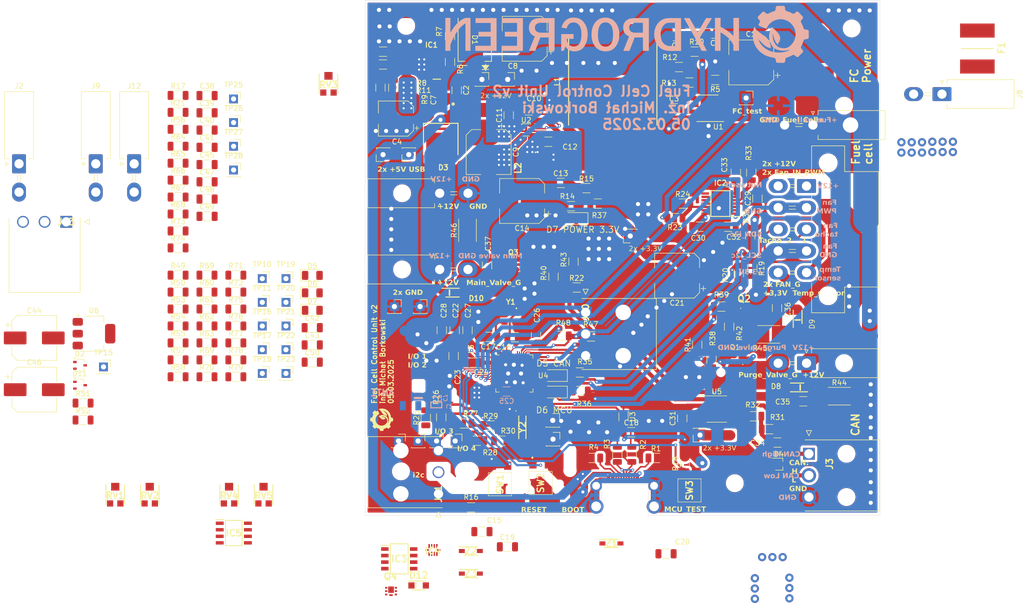
<source format=kicad_pcb>
(kicad_pcb (version 20241229) (generator "pcbnew") (generator_version "9.0")
  (title_block (title "Fuel Cell Control Unit (FCCU) pcb ") (date "2024-01-24") (company "Hydrogreen Pollub"))
  (layers (0 "F.Cu" signal) (2 "B.Cu" signal) (13 "F.Paste" user) (15 "B.Paste" user) (5 "F.SilkS" user "F.Silkscreen") (7 "B.SilkS" user "B.Silkscreen") (1 "F.Mask" user) (3 "B.Mask" user) (25 "Edge.Cuts" user))
  (net 0 "")
  (net 1 "Net-(IC1-OVP)")
  (net 2 "GND")
  (net 3 "+12V")
  (net 5 "Net-(IC2--IN_B)")
  (net 6 "/MCU/USB_D-")
  (net 7 "Net-(IC2-+IN_A)")
  (net 8 "/MCU/USB_D+")
  (net 9 "Net-(P1-VCONN)")
  (net 10 "Net-(P1-CC)")
  (net 11 "/Power /Vreg")
  (net 12 "+3.3V")
  (net 13 "Net-(IC1-IMON)")
  (net 14 "Net-(D7-K)")
  (net 15 "Net-(IC1-ILIM)")
  (net 16 "/IO/PURGE_VALVE_MCU")
  (net 17 "Net-(IC1-DVDT)")
  (net 18 "Net-(IC1-~{FLT})")
  (net 19 "/IO/CANH")
  (net 20 "/MCU/BOOT")
  (net 21 "/MCU/RESET")
  (net 24 "Net-(U2-VIN)")
  (net 25 "Net-(U2-SW)")
  (net 26 "Net-(U2-BST)")
  (net 27 "Net-(U2-SS)")
  (net 28 "/IO/CANL")
  (net 29 "/IO/CAN_RX")
  (net 30 "/IO/CAN_TX")
  (net 33 "/Power /FB_12")
  (net 34 "/IO/FC_VOLTAGE_MCU")
  (net 35 "Net-(IC2--IN_A)")
  (net 36 "Net-(IC2-+IN_C)")
  (net 37 "Net-(IC2-+IN_D)")
  (net 38 "Net-(Q3-G)")
  (net 39 "/IO/Aditional_Valve")
  (net 40 "Net-(P1-D+-PadA6)")
  (net 41 "VDD3P3")
  (net 42 "/MCU/MCU_TEST")
  (net 43 "Net-(Q4-G)")
  (net 44 "Net-(U1-SW)")
  (net 45 "Net-(C36-Pad2)")
  (net 46 "Net-(U1-EN_UVLO)")
  (net 47 "Net-(D3-Pad5)")
  (net 48 "Net-(C35-Pad2)")
  (net 49 "Net-(R15-Pad1)")
  (net 50 "Net-(R26-Pad1)")
  (net 51 "Net-(R33-Pad1)")
  (net 52 "Net-(IC3-K_1)")
  (net 53 "Net-(IC3-K_2)")
  (net 54 "Net-(P1-D--PadA7)")
  (net 55 "Net-(R14-Pad2)")
  (net 57 "Net-(U4-GPIO36)")
  (net 59 "/IO/LED_MCU_STATUS")
  (net 61 "/IO/LED_CAN_STATUS")
  (net 62 "Net-(R11-Pad1)")
  (net 63 "/IO/SC_VOLTAGE_MCU")
  (net 65 "Net-(R12-Pad1)")
  (net 66 "Net-(R13-Pad2)")
  (net 67 "Net-(R24-Pad2)")
  (net 68 "Net-(R23-Pad1)")
  (net 69 "/IO/FAN_IN_PWM")
  (net 70 "unconnected-(U4-GPIO46-Pad52)")
  (net 71 "/MCU/XTAL_N")
  (net 72 "/MCU/XTAL_P")
  (net 73 "/IO/I{slash}O_2_MCU")
  (net 74 "Net-(R25-Pad1)")
  (net 75 "/IO/FAN_ON_MCU")
  (net 76 "/IO/I{slash}O_1_MCU")
  (net 77 "Net-(C5-Pad2)")
  (net 78 "Net-(C34-Pad1)")
  (net 79 "Net-(Q2-G)")
  (net 80 "Net-(R28-Pad1)")
  (net 81 "Net-(D6-K)")
  (net 82 "Net-(D5-K)")
  (net 83 "/IO/I{slash}O_4_MCU")
  (net 84 "/IO/TEMP_SENSOR")
  (net 85 "/IO/LP_MCU")
  (net 86 "Net-(R27-Pad1)")
  (net 87 "/IO/I{slash}O_3_MCU")
  (net 88 "Net-(SW3-A)")
  (net 89 "/IO/Temp_MCU")
  (net 90 "/IO/FAN_ON")
  (net 91 "/IO/SDA_MCU")
  (net 92 "Net-(U1-RON)")
  (net 93 "Net-(IC4-AIN2)")
  (net 94 "/IO/Main_Valve")
  (net 95 "/IO/Main_Valve_MCU")
  (net 96 "/IO/PURGE_VALVE")
  (net 97 "Net-(IC4-AIN3)")
  (net 98 "/IO/SCL_MCU")
  (net 99 "Net-(C37-Pad2)")
  (net 100 "Net-(Q1-G)")
  (net 101 "Net-(U2-FB)")
  (net 103 "Net-(U1-BST)")
  (net 104 "/IO/FC_V")
  (net 105 "+5V")
  (net 108 "Net-(U4-LNA_IN{slash}RF)")
  (net 109 "Net-(U4-GPIO35)")
  (net 110 "Net-(D3-Pad1)")
  (net 112 "Net-(D3-Pad3)")
  (net 113 "Net-(U4-MTDI{slash}JTAG{slash}GPIO41)")
  (net 114 "Net-(U4-GPIO6{slash}ADC1_CH5)")
  (net 115 "Net-(U4-U0TXD{slash}PROG{slash}GPIO43)")
  (net 117 "Net-(IC4-AIN0)")
  (net 118 "Net-(ANT1-FEED)")
  (net 120 "Net-(IC4-AIN1)")
  (net 121 "Net-(U4-U0RXD{slash}PROG{slash}GPIO44)")
  (net 122 "Net-(U4-GPIO12{slash}ADC2_CH1)")
  (net 123 "/MCU/Tx_G43")
  (net 124 "/MCU/Rx_G44")
  (net 125 "/MCU/SDA_G9")
  (net 126 "Net-(U4-GPIO14{slash}ADC2_CH3)")
  (net 127 "Net-(U4-MTMS{slash}JTAG{slash}GPIO42)")
  (net 128 "unconnected-(J7-Pin_3-Pad3)")
  (net 130 "Net-(IC3-E_1)")
  (net 131 "Net-(IC3-C_3)")
  (net 132 "Net-(IC3-E_2)")
  (net 133 "Net-(R50-Pad2)")
  (net 134 "Net-(IC3-A_2)")
  (net 135 "Net-(IC3-A_1)")
  (net 136 "Net-(IC3-C_4)")
  (net 138 "/MCU/SCL_G10")
  (net 142 "/VBUS")
  (net 143 "/IO/HP_")
  (net 144 "/MCU/FAN_TACHO_MCU_G35")
  (net 145 "/MCU/BUTTON_MCU_G36")
  (net 146 "/MCU/MAIN_VALVE_MCU_G37")
  (net 147 "Net-(R49-Pad1)")
  (net 148 "/MCU/XTAL_N_32")
  (net 149 "/MCU/XTAL_P_32")
  (net 150 "unconnected-(J7-Pin_8-Pad8)")
  (net 159 "/MCU/FAN_IN_PWM_MCU_G45")
  (net 160 "/MCU/U1_VOLTAGE_G6")
  (net 161 "Net-(U4-GPIO45)")
  (net 162 "/IO/LP_SENSOR")
  (net 163 "Net-(R69-Pad1)")
  (net 164 "Net-(R70-Pad1)")
  (net 165 "Net-(R71-Pad2)")
  (net 166 "Net-(R72-Pad2)")
  (net 167 "/IO/LP_1")
  (net 168 "/IO/LP_2")
  (net 169 "/IO/FC_C")
  (net 170 "Net-(U6-VO)")
  (net 171 "/MCU/LED_CAN_STATUS_G34")
  (net 172 "/MCU/FC_SHORT_MCU_G38")
  (net 173 "/MCU/FC_VOLTAGE_MCU_G4")
  (net 174 "/MCU/I{slash}O_2_MCU_G8")
  (net 175 "/MCU/SC_VOLTAGE_MCU_G5")
  (net 176 "/MCU/MCU_TEST_G1")
  (net 177 "/MCU/PURGE_VALVE_MCU_G21")
  (net 178 "/MCU/I{slash}O_4_MCU_G13")
  (net 179 "/MCU/LP_MCU_G3")
  (net 180 "/MCU/DRIVER_ENABLE_G17")
  (net 181 "/MCU/TEMP_MCU_G2")
  (net 182 "/MCU/LED_RESTART_STATUS")
  (net 183 "/MCU/I{slash}O_1_MCU_G7")
  (net 184 "/MCU/FC_CURRENT_PWM_G18")
  (net 185 "/MCU/I{slash}O_3_MCU_G11")
  (net 186 "/MCU/FAN_ON_MCU_G33")
  (net 190 "/Temp_sensor")
  (net 191 "/FAN_GND")
  (net 192 "/A_Input")
  (footprint "Connector_PinSocket_2.54mm:PinSocket_1x01_P2.54mm_Vertical" (layer "F.Cu") (at 75.15 69.58)
    (property "Reference" "TP19")
    (property "Value" "OP_4")
  )
  (footprint "Capacitor_SMD:C_1206_3216Metric" (layer "F.Cu") (at 93.5 32.5 -90)
    (property "Reference" "C7")
    (property "Value" "2n7")
  )
  (footprint "Resistor_SMD:R_1206_3216Metric" (layer "F.Cu") (at 155 82.4 90)
    (property "Reference" "R41")
    (property "Value" "10k")
  )
  (footprint "Connector_PinSocket_2.54mm:PinSocket_1x01_P2.54mm_Vertical" (layer "F.Cu") (at 155.55 99.95 180)
    (property "Reference" "TP9" (hide yes))
    (property "Value" "+3.3V")
  )
  (footprint "Resistor_SMD:R_1206_3216Metric" (layer "F.Cu") (at 139.5 103.7 90)
    (property "Reference" "R3")
    (property "Value" "0")
  )
  (footprint "Capacitor_SMD:C_1206_3216Metric" (layer "F.Cu") (at 151 22.5 180)
    (property "Reference" "C6")
    (property "Value" "3n3")
  )
  (footprint "LED_SMD:LED_1206_3216Metric" (layer "F.Cu") (at 80.27 72.34)
    (property "Reference" "D6")
    (property "Value" "LED")
  )
  (footprint "Package_TO_SOT_SMD:SOT-583-8" (layer "F.Cu") (at 121.8 40.7)
    (property "Reference" "U2")
    (property "Value" "TPS62933")
  )
  (footprint "Package_SO:SOIC-8_3.9x4.9mm_P1.27mm" (layer "F.Cu") (at 158.8 94.9)
    (property "Reference" "U5")
    (property "Value" "SN65HVD232")
  )
  (footprint "Resistor_SMD:R_1206_3216Metric" (layer "F.Cu") (at 109.7 97.7)
    (property "Reference" "R27")
    (property "Value" "100R")
  )
  (footprint "Resistor_SMD:R_2512_6332Metric" (layer "F.Cu") (at 110.4 60.2 90)
    (property "Reference" "R46")
    (property "Value" "100R 0,5W")
  )
  (footprint "LED_SMD:LED_1206_3216Metric" (layer "F.Cu") (at 80.27 75.73)
    (property "Reference" "D7")
    (property "Value" "LED")
  )
  (footprint "Resistor_SMD:R_1206_3216Metric" (layer "F.Cu") (at 59.81 72.19)
    (property "Reference" "R60")
    (property "Value" "10k")
  )
  (footprint "Package_TO_SOT_SMD:SOT-223-3_TabPin2" (layer "F.Cu") (at 37.87 80.265)
    (property "Reference" "U6")
    (property "Value" "LDI1117-05H")
  )
  (footprint "lib:TC33X2503E" (layer "F.Cu") (at 48.7 111.532)
    (property "Reference" "RV2")
    (property "Value" "Pot_12V 5k" (hide yes))
  )
  (footprint "Capacitor_SMD:C_1206_3216Metric" (layer "F.Cu") (at 105.4 79.6 90)
    (property "Reference" "C28")
    (property "Value" "10n")
  )
  (footprint "Resistor_SMD:R_1206_3216Metric" (layer "F.Cu") (at 133.5 52)
    (property "Reference" "R15")
    (property "Value" "15k")
  )
  (footprint "Connector_PinSocket_2.54mm:PinSocket_1x01_P2.54mm_Vertical" (layer "F.Cu") (at 70.55 74.18)
    (property "Reference" "TP11")
    (property "Value" "I/O 2")
  )
  (footprint "Capacitor_SMD:C_1206_3216Metric" (layer "F.Cu") (at 119.6 80.95)
    (property "Reference" "C16")
    (property "Value" "12p")
  )
  (footprint "Resistor_SMD:R_1206_3216Metric" (layer "F.Cu") (at 94 25.5 180)
    (property "Reference" "R8")
    (property "Value" "100k")
  )
  (footprint "Capacitor_SMD:C_1206_3216Metric" (layer "F.Cu") (at 110.4 79.6 90)
    (property "Reference" "C27")
    (property "Value" "1u")
  )
  (footprint "Connector_PinSocket_2.54mm:PinSocket_1x01_P2.54mm_Vertical" (layer "F.Cu") (at 94 45.5 180)
    (property "Reference" "TP7" (hide yes))
    (property "Value" "+5V")
  )
  (footprint "library:PMEG10020ELR" (layer "F.Cu") (at 174.4 90.7 180)
    (property "Reference" "D8")
    (property "Value" "PMEG10020" (hide yes))
  )
  (footprint "Resistor_SMD:R_1206_3216Metric" (layer "F.Cu") (at 152.2 55)
    (property "Reference" "R24")
    (property "Value" "3k3")
  )
  (footprint "Resistor_SMD:R_1206_3216Metric" (layer "F.Cu") (at 105.3 96.5 90)
    (property "Reference" "R26")
    (property "Value" "1k")
  )
  (footprint "Resistor_SMD:R_1206_3216Metric" (layer "F.Cu") (at 130.98 66.28 90)
    (property "Reference" "R43")
    (property "Value" "10k")
  )
  (footprint "Inductor_SMD:L_0402_1005Metric" (layer "F.Cu") (at 109.7 83.55 -90)
    (property "Reference" "L3")
    (property "Value" "2n")
  )
  (footprint "Capacitor_SMD:CP_Elec_8x10.5" (layer "F.Cu") (at 26.27 91.14)
    (property "Reference" "C46")
    (property "Value" "22u")
  )
  (footprint "Connector_PinSocket_2.54mm:PinSocket_1x01_P2.54mm_Vertical" (layer "F.Cu") (at 127 100.75)
    (property "Reference" "TP1" (hide yes))
    (property "Value" "Vin test")
  )
  (footprint "Connector_Molex:Molex_Mini-Fit_Jr_5569-02A2_2x01_P4.20mm_Horizontal" (layer "F.Cu") (at 177.475 39.75 -90)
    (property "Reference" "J1" (hide yes))
    (property "Value" "Fuell_Cell")
  )
  (footprint "Connector_PinSocket_2.54mm:PinSocket_1x01_P2.54mm_Vertical" (layer "F.Cu") (at 97 101.1)
    (property "Reference" "TP1" (hide yes))
    (property "Value" "Vin test")
  )
  (footprint "library:SRN3015TA4R7M" (layer "F.Cu") (at 123.6 47.1 -90)
    (property "Reference" "L2")
    (property "Value" "4u7" (hide yes))
  )
  (footprint "lib:TC33X2503E" (layer "F.Cu") (at 64.1 111.532)
    (property "Reference" "RV4")
    (property "Value" "Pot_12V 2k" (hide yes))
  )
  (footprint "library:SOD3716X135N" (layer "F.Cu") (at 111.05 122.46)
    (property "Reference" "Z2")
    (property "Value" "MMSZ3V3T1G" (hide yes))
  )
  (footprint "Resistor_SMD:R_1206_3216Metric" (layer "F.Cu") (at 54.2 57.03)
    (property "Reference" "R68")
    (property "Value" "2k")
  )
  (footprint "Capacitor_SMD:C_1206_3216Metric" (layer "F.Cu") (at 107.7 84.6 -90)
    (property "Reference" "C23")
    (property "Value" "100n")
  )
  (footprint "Resistor_SMD:R_1206_3216Metric" (layer "F.Cu") (at 59.81 68.9)
    (property "Reference" "R59")
    (property "Value" "10k")
  )
  (footprint "Capacitor_SMD:C_1206_3216Metric" (layer "F.Cu") (at 166.7 54 90)
    (property "Reference" "C29")
    (property "Value" "100n")
  )
  (footprint "library:FUSC8664X180N" (layer "F.Cu") (at 209.4 24.9 90)
    (property "Reference" "F1")
    (property "Value" "3A" (hide yes))
  )
  (footprint "Resistor_SMD:R_1206_3216Metric" (layer "F.Cu") (at 54.2 75.48)
    (property "Reference" "R53")
    (property "Value" "15k")
  )
  (footprint "Resistor_SMD:R_1206_3216Metric" (layer "F.Cu") (at 127.1 69.2 -90)
    (property "Reference" "R40")
    (property "Value" "180R")
  )
  (footprint "Connector_PinSocket_2.54mm:PinSocket_1x01_P2.54mm_Vertical" (layer "F.Cu") (at 64.98 48.48)
    (property "Reference" "TP28")
    (property "Value" "G41")
  )
  (footprint "Connector_Molex:Molex_Mini-Fit_Jr_5569-02A2_2x01_P4.20mm_Horizontal" (layer "F.Cu") (at 23.32 47.28)
    (property "Reference" "J2")
    (property "Value" "Analog_In")
  )
  (footprint "Resistor_SMD:R_1206_3216Metric" (layer "F.Cu") (at 59.81 78.77)
    (property "Reference" "R62")
    (property "Value" "k")
  )
  (footprint "library:ADS7142IRUGT" (layer "F.Cu") (at 103.7 122.265)
    (property "Reference" "IC4")
    (property "Value" "TLA2024IRUGR" (hide yes))
  )
  (footprint "Capacitor_SMD:C_1206_3216Metric" (layer "F.Cu") (at 113.2 118.7)
    (property "Reference" "C15")
    (property "Value" "100n")
  )
  (footprint "Capacitor_SMD:CP_Elec_8x10.5" (layer "F.Cu") (at 121.5 23 180)
    (property "Reference" "C8")
    (property "Value" "22u")
  )
  (footprint "Capacitor_SMD:C_1206_3216Metric" (layer "F.Cu") (at 59.83 44.08)
    (property "Reference" "C41")
    (property "Value" "1p2")
  )
  (footprint "Resistor_SMD:R_1206_3216Metric" (layer "F.Cu") (at 54.2 85.35)
    (property "Reference" "R57")
    (property "Value" "k")
  )
  (footprint "Connector_Molex:Molex_Mini-Fit_Jr_5569-02A2_2x01_P4.20mm_Horizontal" (layer "F.Cu") (at 105 53 90)
    (property "Reference" "J4" (hide yes))
    (property "Value" "12V_Out")
  )
  (footprint "library:TL3305BF160QG" (layer "F.Cu") (at 116.7 109.5 -90)
    (property "Reference" "SW1")
    (property "Value" "TL3305BF100QG" (hide yes))
  )
  (footprint "library:PMPB15XPAX" (layer "F.Cu") (at 165 76)
    (property "Reference" "Q2")
    (property "Value" "PMPB10XNX" (hide yes))
  )
  (footprint "Resistor_SMD:R_1206_3216Metric" (layer "F.Cu") (at 163.1 68.5 -90)
    (property "Reference" "R20")
    (property "Value" "10k")
  )
  (footprint "Resistor_SMD:R_1206_3216Metric" (layer "F.Cu") (at 54.2 60.32)
    (property "Reference" "R73")
    (property "Value" "5M")
  )
  (footprint "Capacitor_SMD:CP_Elec_8x10.5" (layer "F.Cu") (at 114.5 45 -90)
    (property "Reference" "C9")
    (property "Value" "10u")
  )
  (footprint "Capacitor_SMD:C_1206_3216Metric" (layer "F.Cu") (at 80.25 82.45)
    (property "Reference" "C43")
    (property "Value" "100n")
  )
  (footprint "library:SOP65P640X120-14N" (layer "F.Cu") (at 159.5 55 180)
    (property "Reference" "IC2")
    (property "Value" "AD8544ARUZ-REEL" (hide yes))
  )
  (footprint "Connector_PinSocket_2.54mm:PinSocket_1x01_P2.54mm_Vertical" (layer "F.Cu") (at 70.55 69.58)
    (property "Reference" "TP10")
    (property "Value" "I/O 1")
  )
  (footprint "Capacitor_SMD:C_1206_3216Metric" (layer "F.Cu") (at 80.25 85.8)
    (property "Reference" "C50")
    (property "Value" "100n")
  )
  (footprint "Connector_PinSocket_2.54mm:PinSocket_1x01_P2.54mm_Vertical" (layer "F.Cu") (at 99 45.5 180)
    (property "Reference" "TP6" (hide yes))
    (property "Value" "+5V")
  )
  (footprint "Connector_PinSocket_2.54mm:PinSocket_1x01_P2.54mm_Vertical" (layer "F.Cu") (at 108 101.1)
    (property "Reference" "TP13" (hide yes))
    (property "Value" "I/O 4")
  )
  (footprint "library:PMPB15XPAX" (layer "F.Cu") (at 162.3 85.6 180)
    (property "Reference" "Q1")
    (property "Value" "PMPB10XNX" (hide yes))
  )
  (footprint "lib:TPSMCSeries_LTF" (layer "F.Cu") (at 111.813 23.187 -90)
    (property "Reference" "D1")
    (property "Value" "TPSMC30CA")
  )
  (footprint "Connector_PinSocket_2.54mm:PinSocket_1x01_P2.54mm_Vertical" (layer "F.Cu") (at 70.55 83.38)
    (property "Reference" "TP17")
    (property "Value" "OP_2")
  )
  (footprint "Resistor_SMD:R_1206_3216Metric" (layer "F.Cu") (at 94 28 180)
    (property "Reference" "R11")
    (property "Value" "5k")
  )
  (footprint "library:IHLP6767DZER470M11" (layer "F.Cu") (at 138.6 31.2 90)
    (property "Reference" "L1")
    (property "Value" "IHLP6767DZER470M11" (hide yes))
  )
  (footprint "Resistor_SMD:R_1206_3216Metric" (layer "F.Cu") (at 157.78 85.32 -90)
    (property "Reference" "R38")
    (property "Value" "180R")
  )
  (footprint "Resistor_SMD:R_1206_3216Metric" (layer "F.Cu") (at 65.42 72.19)
    (property "Reference" "R72")
    (property "Value" "1k")
  )
  (footprint "Connector_Molex:Molex_Mini-Fit_Jr_5569-02A2_2x01_P4.20mm_Horizontal" (layer "F.Cu") (at 202.525 33.75 -90)
    (property "Reference" "J8")
    (property "Value" "Supercapacitors")
  )
  (footprint "Resistor_SMD:R_1206_3216Metric" (layer "F.Cu") (at 134.4 80.8)
    (property "Reference" "R47")
    (property "Value" "10k")
  )
  (footprint "Resistor_SMD:R_1206_3216Metric" (layer "F.Cu") (at 165.3 61.2 -90)
    (property "Reference" "R34")
    (property "Value" "15k")
  )
  (footprint "library:PMEG10020ELR" (layer "F.Cu") (at 100.91 129.155)
    (property "Reference" "D12")
    (property "Value" "V10K100DUHM3_H" (hide yes))
  )
  (footprint "Resistor_SMD:R_1206_3216Metric" (layer "F.Cu") (at 54.2 72.19)
    (property "Reference" "R50")
    (property "Value" "3k3")
  )
  (footprint "MountingHole:MountingHole_3mm" (layer "F.Cu") (at 98.5 20.5)
    (property "Reference" "REF**" (hide yes))
    (property "Value" "MountingHole_3mm")
  )
  (footprint "Connector_PinSocket_2.54mm:PinSocket_1x01_P2.54mm_Vertical" (layer "F.Cu") (at 64.98 34.68)
    (property "Reference" "TP25")
    (property "Value" "G14")
  )
  (footprint "Connector_Molex:Molex_Mini-Fit_Jr_5569-02A2_2x01_P4.20mm_Horizontal" (layer "F.Cu") (at 38.22 47.28)
    (property "Reference" "J9")
    (property "Value" "P_Valve")
  )
  (footprint "Resistor_SMD:R_1206_3216Metric" (layer "F.Cu") (at 54.2 47.16)
    (property "Reference" "R65")
    (property "Value" "100R")
  )
  (footprint "Resistor_SMD:R_1206_3216Metric" (layer "F.Cu") (at 59.81 82.06)
    (property "Reference" "R63")
    (property "Value" "10k")
  )
  (footprint "Resistor_SMD:R_1206_3216Metric" (layer "F.Cu") (at 96 32.5 90)
    (property "Reference" "R9")
    (property "Value" "100k")
  )
  (footprint "Capacitor_SMD:C_1206_3216Metric" (layer "F.Cu") (at 114.7 80.9 180)
    (property "Reference" "C17")
    (property "Value" "12p")
  )
  (footprint "Connector_PinSocket_2.54mm:PinSocket_1x01_P2.54mm_Vertical" (layer "F.Cu") (at 64.98 39.28)
    (property "Reference" "TP26")
    (property "Value" "G12")
  )
  (footprint "Resistor_SMD:R_1206_3216Metric" (layer "F.Cu") (at 54.2 88.64)
    (property "Reference" "R58")
    (property "Value" "10k")
  )
  (footprint "Resistor_SMD:R_1206_3216Metric" (layer "F.Cu") (at 142.3 103.7 90)
    (property "Reference" "R2")
    (property "Value" "0")
  )
  (footprint "Capacitor_SMD:CP_Elec_8x10.5" (layer "F.Cu") (at 151.1 69 180)
    (property "Reference" "C21")
    (property "Value" "10u")
  )
  (footprint "lib:TC33X2503E" (layer "F.Cu") (at 42 111.532)
    (property "Reference" "RV1")
    (property "Value" "Pot_12V 20k" (hide yes))
  )
  (footprint "library:PMPB15XPAX" (layer "F.Cu") (at 119 67.5 180)
    (property "Reference" "Q3")
    (property "Value" "PMPB10XNX" (hide yes))
  )
  (footprint "Resistor_SMD:R_1206_3216Metric" (layer "F.Cu") (at 112.2 101.05)
    (property "Reference" "R28")
    (property "Value" "100R")
  )
  (footprint "Resistor_SMD:R_1206_3216Metric" (layer "F.Cu") (at 150.68 57.82 180)
    (property "Reference" "R23")
    (property "Value" "6k8")
  )
  (footprint "Resistor_SMD:R_1206_3216Metric" (layer "F.Cu") (at 131.6 71.3)
    (property "Reference" "R22")
    (property "Value" "10k")
  )
  (footprint "LED_SMD:LED_1206_3216Metric" (layer "F.Cu") (at 131.5 57.9 180)
    (property "Reference" "D7 POWER 3.3V")
    (property "Value" "LED")
  )
  (footprint "Resistor_SMD:R_2512_6332Metric" (layer "F.Cu") (at 168.9 80.4 180)
    (property "Reference" "R45")
    (property "Value" "100R 0,5W")
  )
  (footprint "Connector_PinSocket_2.54mm:PinSocket_1x01_P2.54mm_Vertical" (layer "F.Cu") (at 70.55 87.98)
    (property "Reference" "TP18")
    (property "Value" "OP_3")
  )
  (footprint "Resistor_SMD:R_1206_3216Metric" (layer "F.Cu") (at 54.2 68.9)
    (property "Reference" "R49")
    (property "Value" "6k8")
  )
  (footprint "library:KC3225K400000C1GE00" (layer "F.Cu") (at 118.7 77.2 180)
    (property "Reference" "Y1")
    (property "Value" "Crystal_GND24" (hide yes))
  )
  (footprint "Capacitor_SMD:C_1206_3216Metric" (layer "F.Cu") (at 59.83 37.38)
    (property "Reference" "C39")
    (property "Value" "1u")
  )
  (footprint "Resistor_SMD:R_1206_3216Metric" (layer "F.Cu") (at 59.81 75.48)
    (property "Reference" "R61")
    (property "Value" "10k")
  )
  (footprint "Package_SO:Diodes_SO-8EP" (layer "F.Cu") (at 157 36.5 180)
    (property "Reference" "U1")
    (property "Value" "LM5013DDAR")
  )
  (footprint "Connector_PinSocket_2.54mm:PinSocket_1x01_P2.54mm_Vertical" (layer "F.Cu") (at 113.2 30.9)
    (property "Reference" "TP5" (hide yes))
    (property "Value" "+12V")
  )
  (footprint "Resistor_SMD:R_1206_3216Metric" (layer "F.Cu") (at 153.5 31.5 180)
    (property "Reference" "R13")
    (property "Value" "49k9")
  )
  (footprint "Connector_PinSocket_2.54mm:PinSocket_1x01_P2.54mm_Vertical" (layer "F.Cu") (at 126.95 97.1)
    (property "Reference" "TP1" (hide yes))
    (property "Value" "Vin test")
  )
  (footprint "Capacitor_SMD:C_1206_3216Metric" (layer "F.Cu") (at 150.5 36.5)
    (property "Reference" "C3")
    (property "Value" "2n2 100V")
  )
  (footprint "Connector_PinSocket_2.54mm:PinSocket_1x01_P2.54mm_Vertical" (layer "F.Cu") (at 164.5 34.5)
    (property "Reference" "TP1" (hide yes))
    (property "Value" "Vin test")
  )
  (footprint "Capacitor_SMD:C_1206_3216Metric" (layer "F.Cu") (at 59.83 34.03)
    (property "Reference" "C38")
    (property "Value" "100n")
  )
  (footprint "Connector_Molex:Molex_Mini-Fit_Jr_5569-02A2_2x01_P4.20mm_Horizontal" (layer "F.Cu") (at 176.225 86 -90)
    (property "Reference" "J5" (hide yes))
    (property "Value" "P_Valve")
  )
  (footprint "Resistor_SMD:R_1206_3216Metric" (layer "F.Cu") (at 130.5 55.5)
    (property "Reference" "R14")
    (property "Value" "47k")
  )
  (footprint "Resistor_SMD:R_1206_3216Metric" (layer "F.Cu") (at 59.81 88.64)
    (property "Reference" "R70")
    (property "Value" "1k")
  )
  (footprint "lib:9HT732768KDZFT" (layer "F.Cu") (at 121.05 98.45 -90)
    (property "Reference" "Y2")
    (property "Value" "9HT7-32.768KDZF-T" (hide yes))
  )
  (footprint "Capacitor_SMD:C_1206_3216Metric" (layer "F.Cu") (at 118.4 37.85 90)
    (property "Reference" "C11")
    (property "Value" "100n")
  )
  (footprint "library:TL3305BF160QG" (layer "F.Cu") (at 153.5 110.7 -90)
    (property "Reference" "SW3")
    (property "Value" "TL3305BF100QG" (hide yes))
  )
  (footprint "Connector_PinSocket_2.54mm:PinSocket_1x01_P2.54mm_Vertical" (layer "F.Cu") (at 118.2 30.9)
    (property "Reference" "TP4" (hide yes))
    (property "Value" "+12V")
  )
  (footprint "Resistor_SMD:R_1206_3216Metric" (layer "F.Cu") (at 161.2 78.9 -90)
    (property "Reference" "R42")
    (property "Value" "10k")
  )
  (footprint "Resistor_SMD:R_1206_3216Metric" (layer "F.Cu") (at 54.2 40.58)
    (property "Reference" "R56")
    (property "Value" "10k")
  )
  (footprint "Resistor_SMD:R_1206_3216Metric" (layer "F.Cu") (at 54.2 82.06)
    (property "Reference" "R55")
    (property "Value" "15k")
  )
  (footprint "Capacitor_SMD:C_1206_3216Metric" (layer "F.Cu") (at 158.5 22 180)
    (property "Reference" "C5")
    (property "Value" "47p")
  )
  (footprint "Connector_PinSocket_2.54mm:PinSocket_1x01_P2.54mm_Vertical" (layer "F.Cu") (at 39.72 86.71)
    (property "Reference" "TP15")
    (property "Value" "5V")
  )
  (footprint "Resistor_SMD:R_2512_6332Metric" (layer "F.Cu") (at 182.6 92.4)
    (property "Reference" "R44")
    (property "Value" "100R 0,5W")
  )
  (footprint "Capacitor_SMD:C_1206_3216Metric" (layer "F.Cu") (at 118.15 121.65)
    (property "Reference" "C19")
    (property "Value" "100n")
  )
  (footprint "library:SOD3716X135N" (layer "F.Cu") (at 138.35 120.995)
    (property "Reference" "Z1")
    (property "Value" "MMSZ3V3T1G" (hide yes))
  )
  (footprint "Capacitor_SMD:C_1206_3216Metric" (layer "F.Cu") (at 128.5 51)
    (property "Reference" "C13")
    (property "Value" "47p")
  )
  (footprint "Capacitor_SMD:C_1206_3216Metric" (layer "F.Cu") (at 59.83 40.73)
    (property "Reference" "C40")
    (property "Value" "1p2")
  )
  (footprint "lib:SOIC127P602X173-8N" (layer "F.Cu") (at 65.025 118.977)
    (property "Reference" "IC5")
    (property "Value" "2EDN8534FXTMA1" (hide yes))
  )
  (footprint "Capacitor_SMD:CP_Elec_6.3x7.7" (layer "F.Cu") (at 96.5 38.5 180)
    (property "Reference" "C4")
    (property "Value" "47u")
  )
  (footprint "Capacitor_SMD:C_1206_3216Metric" (layer "F.Cu") (at 80.25 79.1)
    (property "Reference" "C42")
    (property "Value" "4n7")
  )
  (footprint "Connector_PinSocket_2.54mm:PinSocket_1x01_P2.54mm_Vertical" (layer "F.Cu") (at 75.15 78.78)
    (property "Reference" "TP21")
    (property "Value" "OP_7")
  )
  (footprint "Capacitor_SMD:C_1206_3216Metric" (layer "F.Cu") (at 59.83 54.13)
    (property "Reference" "C48")
    (property "Value" "20p")
  )
  (footprint "Connector_Molex:Molex_Mini-Fit_Jr_5569-02A2_2x01_P4.20mm_Horizontal" (layer "F.Cu") (at 105 67.8 90)
    (property "Reference" "J6" (hide yes))
    (property "Value" "M_Valve")
  )
  (footprint "library:SOP65P640X120-17N" (layer "F.Cu") (at 101.5 28 180)
    (property "Reference" "IC1")
    (property "Value" "LM76202QPWPRQ1" (hide yes))
  )
  (footprint "Capacitor_SMD:C_1206_3216Metric" (layer "F.Cu") (at 170.6 101.4)
    (property "Reference" "C34")
    (property "Value" "4n7")
  )
  (footprint "Connector_PinSocket_2.54mm:PinSocket_1x01_P2.54mm_Vertical" (layer "F.Cu") (at 101.2 75)
    (property "Reference" "TP3" (hide yes))
    (property "Value" "GND")
  )
  (footprint "Resistor_SMD:R_1206_3216Metric" (layer "F.Cu") (at 165.5 49 90)
    (property "Reference" "R33")
    (property "Value" "1k")
  )
  (footprint "Package_TO_SOT_SMD:SOT-323_SC-70" (layer "F.Cu") (at 35.17 90.27)
    (property "Reference" "D11")
    (property "Value" "V10K100DUHM3_H")
  )
  (footprint "Resistor_SMD:R_1206_3216Metric" (layer "F.Cu") (at 132.2 87.8)
    (property "Reference" "R35")
    (property "Value" "1k")
  )
  (footprint "MountingHole:MountingHole_3mm" (layer "F.Cu") (at 185 21)
    (property "Reference" "REF**" (hide yes))
    (property "Value" "MountingHole_3mm")
  )
  (footprint "Package_TO_SOT_SMD:SOT-323_SC-70" (layer "F.Cu") (at 170.9 105.6)
    (property "Reference" "D4")
    (property "Value" "SP0502BAJT")
  )
  (footprint "Capacitor_SMD:C_1206_3216Metric" (layer "F.Cu") (at 122.3 36.9 180)
    (property "Reference" "C10")
    (property "Value" "33n")
  )
  (footprint "Capacitor_SMD:CP_Elec_8x10.5" (layer "F.Cu") (at 121 54.5 180)
    (property "Reference" "C14")
    (property "Value" "100u")
  )
  (footprint "Capacitor_SMD:C_1206_3216Metric" (layer "F.Cu") (at 162.5 49 90)
    (property "Reference" "C33")
    (property "Value" "4n7")
  )
  (footprint "lib:TC33X2503E" (layer "F.Cu") (at 83.4 31.75)
    (property "Reference" "RV3")
    (property "Value" "Pot_12V 2k" (hide yes))
  )
  (footprint "Capacitor_SMD:C_1206_3216Metric" (layer "F.Cu") (at 170.5 75.3 -90)
    (property "Reference" "C36")
    (property "Value" "20n")
  )
  (footprint "Resistor_SMD:R_1206_3216Metric" (layer "F.Cu") (at 165.7 67.6 -90)
    (property "Reference" "R19")
    (property "Value" "200R")
  )
  (footprint "library:2169900002" (layer "F.Cu") (at 141 111.5)
    (property "Reference" "P1" (hide yes))
    (property "Value" "USB_C_Plug_USB2.0" (hide yes))
  )
  (footprint "Capacitor_SMD:C_1206_3216Metric" (layer "F.Cu") (at 148.95 123 180)
    (property "Reference" "C20")
    (property "Value" "100n")
  )
  (footprint "Connector_PinSocket_2.54mm:PinSocket_1x01_P2.54mm_Vertical" (layer "F.Cu") (at 75.15 74.18)
    (property "Reference" "TP20")
    (property "Value" "OP_8")
  )
  (footprint "Resistor_SMD:R_1206_3216Metric" (layer "F.Cu") (at 65.42 82.06)
    (property "Reference" "R77")
    (property "Value" "10k")
  )
  (footprint "Resistor_SMD:R_1206_3216Metric" (layer "F.Cu") (at 166 96.3 180)
    (property "Reference" "R32")
    (property "Value" "60")
  )
  (footprint "library:39303035" (layer "F.Cu") (at 176.6871 103.58425 90)
    (property "Reference" "J3")
    (property "Value" "CAN" (hide yes))
  )
  (footprint "Resistor_SMD:R_1206_3216Metric" (layer "F.Cu") (at 107 27.5 90)
    (property "Reference" "R6")
    (property "Value" "180k")
  )
  (footprint "Capacitor_SMD:C_1206_3216Metric" (layer "F.Cu") (at 107.9 79.6 90)
    (property "Reference" "C22")
    (property "Value" "1u")
  )
  (footprint "Resistor_SMD:R_1206_3216Metric" (layer "F.Cu") (at 135.7 55)
    (property "Reference" "R37")
    (property "Value" "1k")
  )
  (footprint "library:SOD3716X135N" (layer "F.Cu") (at 111.05 126.85)
    (property "Reference" "Z3")
    (property "Value" "MMSZ3V3T1G" (hide yes))
  )
  (footprint "Resistor_SMD:R_1206_3216Metric" (layer "F.Cu") (at 158.5 31 180)
    (property "Reference" "R5")
    (property "Value" "100k")
  )
  (footprint "Capacitor_SMD:C_1206_3216Metric" (layer "F.Cu") (at 59.83 47.43)
    (property "Reference" "C45")
    (property "Value" "0")
  )
  (footprint "Connector_Molex:Molex_Mini-Fit_Jr_5569-10A1_2x05_P4.20mm_Horizontal" (layer "F.Cu") (at 176.225 51.6 -90)
    (property "Reference" "J7" (hide yes))
    (property "Value" "FC Cooling")
  )
  (footprint "library:PMEG10020ELR" (layer "F.Cu") (at 107.5 72.3)
    (property "Reference" "D10")
    (property "Value" "PMEG10020" (hide yes))
  )
  (footprint "library:PMEG10020ELR" (layer "F.Cu") (at 174.5 77 90)
    (property "Reference" "D9")
    (property "Value" "PMEG10020" (hide yes))
  )
  (footprint "LED_SMD:LED_1206_3216Metric" (layer "F.Cu") (at 127.5 88.4 180)
    (property "Reference" "D5 CAN")
    (property "Value" "LED")
  )
  (footprint "Capacitor_SMD:C_1206_3216Metric" (layer "F.Cu") (at 123.7 80.7 90)
    (property "Reference" "C26")
    (property "Value" "100n")
  )
  (footprint "LED_SMD:LED_1206_3216Metric" (layer "F.Cu") (at 127.5 91.6 180)
    (property "Reference" "D6 MCU")
    (property "Value" "LED")
  )
  (footprint "Resistor_SMD:R_1206_3216Metric" (layer "F.Cu") (at 128.6 80.7 180)
    (property "Reference" "R48")
    (property "Value" "10k")
  )
  (footprint "Resistor_SMD:R_1206_3216Metric" (layer "F.Cu") (at 134.7 104.4 180)
    (property "Reference" "R4")
    (property "Value" "5k1")
  )
  (footprint "Resistor_SMD:R_1206_3216Metric" (layer "F.Cu") (at 151.46 28.5 180)
    (property "Reference" "R12")
    (property "Value" "453k")
  )
  (footprint "lib:TC33X2503E" (layer "F.Cu") (at 70.8 111.532)
    (property "Reference" "RV5")
    (property "Value" "Pot_12V 2k" (hide yes))
  )
  (footprint "Resistor_SMD:R_1206_3216Metric" (layer "F.Cu") (at 152.6 105.5 90)
    (property "Reference" "R18")
    (property "Value" "10k")
  )
  (footprint "Capacitor_SMD:CP_Elec_8x10.5" (layer "F.Cu") (at 165.5 27.6 180)
    (property "Reference" "C1")
    (property "Value" "10u 100V")
  )
  (footprint "Resistor_SMD:R_1206_3216Metric" (layer "F.Cu") (at 65.42 68.9)
    (property "Reference" "R71")
    (property "Value" "1k")
  )
  (footprint "Resistor_SMD:R_1206_3216Metric" (layer "F.Cu") (at 132.3 91.4)
    (property "Reference" "R36")
    (property "Value" "1k")
  )
  (footprint "LED_SMD:LED_1206_3216Metric" (layer "F.Cu") (at 80.27 68.95)
    (property "Reference" "D5")
    (property "Value" "LED")
  )
  (footprint "Capacitor_SMD:CP_Elec_8x10.5" (layer "F.Cu") (at 26.27 81.09)
    (property "Reference" "C44")
    (property "Value" "22u")
  )
  (footprint "Resistor_SMD:R_1206_3216Metric" (layer "F.Cu") (at 65.42 78.77)
    (property "Reference" "R76")
    (property "Value" "10k")
  )
  (footprint "Resistor_SMD:R_1206_3216Metric" (layer "F.Cu") (at 65.42 88.64)
    (property "Reference" "R79")
    (property "Value" "15k")
  )
  (footprint "Capacitor_SMD:C_1206_3216Metric" (layer "F.Cu") (at 152.1 96.7 90)
    (property "Reference" "C31")
    (property "Value" "100n")
  )
  (footprint "Capacitor_SMD:C_1206_3216Metric" (layer "F.Cu") (at 126.1 43 180)
    (property "Reference" "C12")
    (property "Value" "100n")
  )
  (footprint "Resistor_SMD:R_1206_3216Metric" (layer "F.Cu") (at 111.1 114 180)
    (property "Reference" "R16")
    (property "Value" "10k")
  )
  (footprint "library:SOIC127P610X323-8N" (layer "F.Cu") (at 97.15 123.985)
    (property "Reference" "IC3")
    (property "Value" "ILD206T" (hide yes))
  )
  (footprint "Resistor_SMD:R_1206_3216Metric" (layer "F.Cu") (at 54.2 78.77)
    (property "Reference" "R54")
    (property "Value" "15k")
  )
  (footprint "MBRD20100CT-13:TO252_(DPAK)_1" (layer "F.Cu") (at 105.2 37.5205 180)
    (property "Reference" "D3")
    (property "Value" "V10K100DUHM3_H" (hide yes))
  )
  (footprint "Connector_PinSocket_2.54mm:PinSocket_1x01_P2.54mm_Vertical" (layer "F.Cu") (at 142 61.3 180)
    (property "Reference" "TP9" (hide yes))
    (property "Value" "+3.3V")
  )
  (footprint "Capacitor_SMD:C_1206_3216Metric" (layer "F.Cu") (at 175.6 93.4)
    (property "Reference" "C35")
    (property "Value" "20n")
  )
  (footprint "Resistor_SMD:R_1206_3216Metric" (layer "F.Cu") (at 54.2 37.29)
    (property "Reference" "R21")
    (property "Value" "200R")
  )
  (footprint "Connector_PinSocket_2.54mm:PinSocket_1x01_P2.54mm_Vertical" (layer "F.Cu") (at 64.98 43.88)
    (property "Reference" "TP27")
    (property "Value" "G42")
  )
  (footprint "Capacitor_SMD:C_1206_3216Metric" (layer "F.Cu") (at 59.83 57.48)
    (property "Reference" "C49")
    (property "Value" "20p")
  )
  (footprint "Resistor_SMD:R_1206_3216Metric" (layer "F.Cu") (at 65.42 85.35)
    (property "Reference" "R78")
    (property "Value" "10k")
  )
  (footprint "Resistor_SMD:R_1206_3216Metric" (layer "F.Cu") (at 107 22.5 90)
    (property "Reference" "R7")
    (property "Value" "12k")
  )
  (footprint "library:39303035" (layer "F.Cu") (at 32.49 58.5492)
    (property "Reference" "J13")
    (property "Value" "FC_Module" (hide yes))
  )
  (footprint "MountingHole:MountingHole_3mm" (layer "F.Cu") (at 169.4 127.15)
    (property "Reference" "REF**" (hide yes))
    (property "Value" "MountingHole_3mm")
  )
  (footprint "Resistor_SMD:R_1206_3216Metric" (layer "F.Cu") (at 159.7 75 180)
    (property "Reference" "R39")
    (property "Value" "180R")
  )
  (footprint "Resistor_SMD:R_1206_3216Metric" (layer "F.Cu") (at 147 104.4)
    (property "Reference" "R1")
    (property "Value" "5k1")
  )
  (footprint "Resistor_SMD:R_1206_3216Metric" (layer "F.Cu") (at 54.2 53.74)
    (property "Reference" "R67")
    (property "Value" "2k")
  )
  (footprint "library:TL3305BF160QG" (layer "F.Cu") (at 124.6 109.25 -90)
    (property "Reference" "SW2")
    (property "Value" "TL3305BF100QG" (hide yes))
  )
  (footprint "Package_TO_SOT_SMD:SOT-666" (layer "F.Cu") (at 140.7 96.4 -90)
    (property "Reference" "U3")
    (property "Value" "USBLC6-2P6")
  )
  (footprint "Connector_PinSocket_2.54mm:PinSocket_1x01_P2.54mm_Vertical" (layer "F.Cu") (at 70.55 78.78)
    (property "Reference" "TP16")
    (property "Value" "OP_1")
  )
  (footprint "Resistor_SMD:R_1206_3216Metric" (layer "F.Cu") (at 59.81 85.35)
    (property "Reference" "R69")
    (property "Value" "1k")
  )
  (footprint "Capacitor_SMD:C_1206_3216Metric" (layer "F.Cu") (at 114.2 67 90)
    (property "Reference" "C37")
    (property "Value" "20n")
  )
  (footprint "Capacitor_SMD:C_1206_3216Metric" (layer "F.Cu") (at 142.2 99.4)
    (property "Reference" "C18")
    (property "Value" "100n")
  )
  (footprint "Resistor_SMD:R_1206_3216Metric" (layer "F.Cu") (at 169 98.8)
    (property "Reference" "R31")
    (property "Value" "60")
  )
  (footprint "Resistor_SMD:R_1206_3216Metric" (layer "F.Cu") (at 54.2 63.61)
    (property "Reference" "R74")
    (property "Value" "200R")
  )
  (footprint "Resistor_SMD:R_1206_3216Metric" (layer "F.Cu") (at 35.75 93.74)
    (property "Reference" "R51")
    (property "Value" "0R")
  )
  (footprint "library:39303035" (layer "F.Cu") (at 104.7629 111.36575 -90)
    (property "Reference" "J11")
    (property "Value" "i2c" (hide yes))
  )
  (footprint "Connector_PinSocket_2.54mm:PinSocket_1x01_P2.54mm_Vertical" (layer "F.Cu") (at 100.8 101.1)
    (property "Reference" "TP2" (hide yes))
    (property "Value" "GND")
  )
  (footprint "Connector_PinSocket_2.54mm:PinSocket_1x01_P2.54mm_Vertical" (layer "F.Cu") (at 75.15 87.98)
    (property "Reference" "TP23")
    (property "Value" "OP_5")
  )
  (footprint "Connector_PinSocket_2.54mm:PinSocket_1x01_P2.54mm_Vertical" (layer "F.Cu") (at 96.2 75)
    (property "Reference" "TP2" (hide yes))
    (property "Value" "GND")
  )
  (footprint "Capacitor_SMD:C_1206_3216Metric" (layer "F.Cu") (at 108.3 33 -90)
    (property "Reference" "C2")
    (property "Value" "1u")
  )
  (footprint "Resistor_SMD:R_1206_3216Metric" (layer "F.Cu") (at 54.2 50.45)
    (property "Reference" "R66")
    (property "Value" "10k")
  )
  (footprint "Capacitor_SMD:C_1206_3216Metric" (layer "F.Cu") (at 155.5 59.5 180)
    (property "Reference" "C30")
    (property "Value" "4n7")
  )
  (footprint "Connector_Molex:Molex_Mini-Fit_Jr_5569-02A2_2x01_P4.20mm_Horizontal" (layer "F.Cu") (at 45.67 47.28)
    (property "Reference" "J12")
    (property "Value" "P_Valve")
  )
  (footprint "library:PMPB15XPAX" (layer "F.Cu") (at 95.55 130.255)
    (property "Reference" "Q4")
    (property "Value" "PMPB10XNX" (hide yes))
  )
  (footprint "Resistor_SMD:R_1206_3216Metric" (layer "F.Cu") (at 54.2 34)
    (property "Reference" "R17")
    (property "Value" "10k")
  )
  (footprint "Capacitor_SMD:C_1206_3216Metric" (layer "F.Cu") (at 161 59.5)
    (property "Reference" "C32")
    (property "Value" "4n7")
  )
  (footprint "Capacitor_SMD:C_1206_3216Metric" (layer "F.Cu") (at 111.6 85.9 180)
    (property "Reference" "C24")
    (property "Value" "100n")
  )
  (footprint "Resistor_SMD:R_1206_3216Metric" (layer "F.Cu") (at 154.5 25.5 180)
    (property "Reference" "R10")
    (property "Value" "143k")
  )
  (footprint "Resistor_SMD:R_1206_3216Metric" (layer "F.Cu") (at 65.42 75.48)
    (property "Reference" "R75")
    (property "Value" "10k")
  )
  (footprint "Resistor_SMD:R_1206_3216Metric" (layer "F.Cu") (at 102.3 96.6 90)
    (property "Reference" "R25")
    (property "Value" "1k")
  )
  (footprint "library:39303035" (layer "F.Cu") (at 133.3371 76.13425 90)
    (property "Reference" "J10")
    (property "Value" "UART" (hide yes))
  )
  (footprint "Resistor_SMD:R_1206_3216Metric" (layer "F.Cu") (at 35.75 97.03)
    (property "Reference" "R52")
    (property "Value" "0R")
  )
  (footprint "Connector_PinSocket_2.54mm:PinSocket_1x01_P2.54mm_Vertical" (layer "F.Cu") (at 75.15 83.38)
    (property "Reference" "TP22")
    (property "Value" "OP_6")
  )
  (footprint "Resistor_SMD:R_1206_3216Metric" (layer "F.Cu") (at 117 101.05)
    (property "Reference" "R30")
    (property "Value" "10k")
  )
  (footprint "Capacitor_SMD:C_1206_3216Metric" (layer "F.Cu") (at 59.83 50.78)
    (property "Reference" "C47")
    (property "Value" "0")
  )
  (footprint "Connector_PinSocket_2.54mm:PinSocket_1x01_P2.54mm_Vertical" (layer "F.Cu") (at 104.4 101.1)
    (property "Reference" "TP12" (hide yes))
    (property "Value" "I/O 3")
  )
  (footprint "Resistor_SMD:R_1206_3216Metric" (layer "F.Cu") (at 54.2 43.87)
    (property "Reference" "R64")
    (property "Value" "100R")
  )
  (footprint "Package_TO_SOT_SMD:SOT-323_SC-70" (layer "F.Cu") (at 35.17 86.415)
    (property "Reference" "D2")
    (property "Value" "V10K100DUHM3_H")
  )
  (footprint "Package_DFN_QFN:QFN-56-1EP_7x7mm_P0.4mm_EP5.6x5.6mm" (layer "F.Cu") (at 119.5 88)
    (property "Reference" "U4")
    (property "Value" "ESP32-S3FN8")
  )
  (footprint "Resistor_SMD:R_1206_3216Metric" (layer "F.Cu") (at 114.9 98.1)
    (property "Reference" "R29")
    (property "Value" "10k")
  )
  (footprint "Adafruit QT Py ESP32-S3:_0402" (layer "B.Cu") (at 104.35 94.1)
    (property "Reference" "L2")
    (property "Value" "4u7")
  )
  (footprint "Capacitor_SMD:C_1206_3216Metric" (layer "B.Cu") (at 118 91.5)
    (property "Reference" "C25")
    (property "Value" "100n")
  )
  (footprint "Adafruit QT Py ESP32-S3:_0402NO" (layer "B.Cu") (at 104.8707 92.576 90)
    (property "Reference" "C7")
    (property "Value" "2n7")
  )
  (footprint "Adafruit QT Py ESP32-S3:_0402NO" (layer "B.Cu") (at 103.8039 92.5887 90)
    (property "Reference" "C9")
    (property "Value" "10u")
  )
  (footprint "library:ANTC3216X140N" (layer "B.Cu") (at 99.35 94.25 180)
    (property "Reference" "ANT1")
    (property "Value" "2450AT18B100E" (hide yes))
  )
  (gr_poly (pts (xy 172 30.8) (xy 172 33.4) (xy 172.2 33.6) (xy 172.8 33.6) (xy 174.3 35.1) (xy 174.3 37.3) (xy 175 38) (xy 179.4 38) (xy 181.4 36) (xy 181.4 29.1) (xy 180.8 28.5) (xy 174.3 28.5)) (stroke (width 0.2)) (fill yes) (layer "F.Cu") (net 2))
  (gr_poly (pts (xy 150.2 21.2) (xy 149 20.2) (xy 124.6 20.2) (xy 122 22.5) (xy 122 24.4) (xy 120.1 26.3) (xy 109.6 26.3) (xy 107.8 28.3) (xy 106.5 28.3) (xy 105.225 28.8) (xy 103.7 28.8) (xy 103.7 31.9) (xy 104.8 33) (xy 110.3 33) (xy 112.1 34.9) (xy 123.5 34.9) (xy 129 30) (xy 150.7 30) (xy 150.7 27.2) (xy 150.2 26.4) (xy 150.2 21.2)) (stroke (width 0.1)) (fill yes) (layer "F.Cu") (net 3))
  (gr_poly (pts (xy 133 41.5) (xy 128 36.5) (xy 128 34.5) (xy 130 32.5) (xy 147.5 32.5) (xy 149.5 34.5) (xy 149.5 38.5)) (stroke (width 0.2)) (fill yes) (layer "F.Cu") (net 44))
  (gr_poly (pts (xy 155.2 38) (xy 155.2 40.5) (xy 147 48.5) (xy 132.5 48.5) (xy 132.5 38)) (stroke (width 0.2)) (fill yes) (layer "F.Cu") (net 44))
  (gr_poly (pts (xy 180.1 27.2) (xy 179.7 27.6) (xy 173.4 27.6) (xy 168.146731 32.853269) (xy 168.2 36.9) (xy 165.5 38.9) (xy 161.6 38.9) (xy 160.2 37.5) (xy 158.8 37.5) (xy 158.7 37.5) (xy 158.7 35.4) (xy 160.4 35.4) (xy 160.8 34.9) (xy 160.8 32.8) (xy 161.8 31.5) (xy 163.3 29.7) (xy 164.5 29.6) (xy 165.5 28.5) (xy 165.5 24.4) (xy 170.3 20.6) (xy 179.2 20.6) (xy 180.1 21.5)) (stroke (width 0.2)) (fill yes) (layer "F.Cu") (net 104))
  (gr_poly (pts (xy 122.5 42.5) (xy 120 45) (xy 120 50.5) (xy 132.5 50.5) (xy 132.5 41) (xy 124 41) (xy 123 42)) (stroke (width 0.2)) (fill yes) (layer "B.Cu") (net 25))
  (gr_poly (pts (xy 120.6 41.1) (xy 118.4 43) (xy 114.1 43) (xy 114.1 33.7) (xy 125 33.7) (xy 125 37.4)) (stroke (width 0.2)) (fill yes) (layer "B.Cu") (net 24))
  (gr_poly (pts (xy 91.509389 96.698599) (xy 91.510433 96.692297) (xy 91.511832 96.686102) (xy 91.513576 96.68002) (xy 91.515658 96.674058) (xy 91.518068 96.668224) (xy 91.520798 96.662522) (xy 91.523839 96.656962) (xy 91.527182 96.651549) (xy 91.530819 96.646289) (xy 91.534741 96.641191) (xy 91.538939 96.63626) (xy 91.543404 96.631504) (xy 91.548128 96.626929) (xy 91.558318 96.618349) (xy 91.569437 96.610576) (xy 91.581417 96.603663) (xy 91.594187 96.597664) (xy 91.607679 96.592635) (xy 91.621821 96.588629) (xy 91.636545 96.5857) (xy 91.651781 96.583903) (xy 91.659569 96.583446) (xy 91.667458 96.583292) (xy 91.805042 96.562125) (xy 91.810452 96.561521) (xy 91.815767 96.560705) (xy 91.820985 96.559682) (xy 91.826105 96.558456) (xy 91.831124 96.557033) (xy 91.83604 96.555416) (xy 91.840851 96.553612) (xy 91.845556 96.551625) (xy 91.850152 96.549459) (xy 91.854638 96.54712) (xy 91.859011 96.544612) (xy 91.863271 96.54194) (xy 91.867413 96.53911) (xy 91.871438 96.536125) (xy 91.879125 96.529714) (xy 91.886316 96.522744) (xy 91.892995 96.515255) (xy 91.899147 96.507285) (xy 91.904756 96.498873) (xy 91.909808 96.490059) (xy 91.914286 96.48088) (xy 91.918174 96.471375) (xy 91.921458 96.461584) (xy 91.938325 96.404057) (xy 91.957177 96.346655) (xy 91.978013 96.289501) (xy 92.000833 96.232719) (xy 92.025638 96.176433) (xy 92.052427 96.120767) (xy 92.0812 96.065845) (xy 92.111958 96.011792) (xy 92.116548 96.002743) (xy 92.120402 95.993478) (xy 92.123527 95.984026) (xy 92.125931 95.974419) (xy 92.127622 95.964689) (xy 92.128608 95.954865) (xy 92.128896 95.944979) (xy 92.128494 95.935063) (xy 92.127411 95.925146) (xy 92.125652 95.91526) (xy 92.123227 95.905436) (xy 92.120144 95.895706) (xy 92.116409 95.886099) (xy 92.11203 95.876648) (xy 92.107017 95.867382) (xy 92.101375 95.858333) (xy 92.016708 95.747209) (xy 92.01091 95.741195) (xy 92.005423 95.735069) (xy 92.000248 95.728839) (xy 91.995386 95.722518) (xy 91.990838 95.716115) (xy 91.986605 95.709641) (xy 91.982688 95.703108) (xy 91.979088 95.696524) (xy 91.975805 95.689903) (xy 91.972841 95.683253) (xy 91.970197 95.676585) (xy 91.967874 95.669911) (xy 91.965872 95.663241) (xy 91.964193 95.656585) (xy 91.962838 95.649954) (xy 91.961807 95.64336) (xy 91.961102 95.636812) (xy 91.960723 95.63032) (xy 91.960672 95.623897) (xy 91.960949 95.617553) (xy 91.961556 95.611297) (xy 91.962493 95.605141) (xy 91.963762 95.599096) (xy 91.965362 95.593172) (xy 91.967297 95.587379) (xy 91.969565 95.581729) (xy 91.972169 95.576232) (xy 91.975109 95.570899) (xy 91.978386 95.56574) (xy 91.982001 95.560767) (xy 91.985955 95.555989) (xy 91.99025 95.551417) (xy 92.328916 95.218042) (xy 92.333503 95.213747) (xy 92.338324 95.209793) (xy 92.343366 95.206178) (xy 92.348616 95.202901) (xy 92.354059 95.199961) (xy 92.359682 95.197357) (xy 92.365472 95.195089) (xy 92.371415 95.193154) (xy 92.377498 95.191554) (xy 92.383707 95.190285) (xy 92.390028 95.189348) (xy 92.396447 95.188741) (xy 92.402952 95.188464) (xy 92.409529 95.188515) (xy 92.416164 95.188894) (xy 92.422844 95.189599) (xy 92.429554 95.19063) (xy 92.436282 95.191985) (xy 92.443014 95.193664) (xy 92.449736 95.195666) (xy 92.456435 95.197989) (xy 92.463097 95.200633) (xy 92.469709 95.203597) (xy 92.476256 95.20688) (xy 92.482727 95.21048) (xy 92.489106 95.214397) (xy 92.49538 95.218631) (xy 92.501537 95.223179) (xy 92.507561 95.22804) (xy 92.51344 95.233215) (xy 92.519161 95.238702) (xy 92.524708 95.2445) (xy 92.635833 95.329167) (xy 92.64401 95.334808) (xy 92.652628 95.339822) (xy 92.661634 95.344201) (xy 92.670973 95.347936) (xy 92.680591 95.351019) (xy 92.690435 95.353444) (xy 92.700448 95.355202) (xy 92.710578 95.356286) (xy 92.72077 95.356688) (xy 92.73097 95.3564) (xy 92.741123 95.355414) (xy 92.751175 95.353723) (xy 92.761072 95.351319) (xy 92.77076 95.348194) (xy 92.780185 95.34434) (xy 92.789291 95.33975) (xy 92.833775 95.31602) (xy 92.87925 95.292787) (xy 92.924725 95.270545) (xy 92.969208 95.249792) (xy 92.9722 95.248396) (xy 92.975217 95.247184) (xy 92.978256 95.246151) (xy 92.981311 95.245296) (xy 92.984378 95.244615) (xy 92.987451 95.244106) (xy 92.990527 95.243766) (xy 92.9936 95.243591) (xy 92.996664 95.243579) (xy 92.999717 95.243726) (xy 93.002752 95.244031) (xy 93.005764 95.24449) (xy 93.00875 95.2451) (xy 93.011703 95.245858) (xy 93.01462 95.246761) (xy 93.017495 95.247807) (xy 93.020323 95.248993) (xy 93.0231 95.250315) (xy 93.025821 95.251771) (xy 93.028481 95.253357) (xy 93.031075 95.255072) (xy 93.033598 95.256912) (xy 93.036046 95.258873) (xy 93.038413 95.260954) (xy 93.040695 95.263151) (xy 93.042887 95.265461) (xy 93.044984 95.267882) (xy 93.046981 95.270411) (xy 93.048874 95.273044) (xy 93.050657 95.275778) (xy 93.052325 95.278612) (xy 93.053875 95.281542) (xy 93.270833 95.805417) (xy 93.272229 95.808408) (xy 93.273442 95.811425) (xy 93.274474 95.814464) (xy 93.275329 95.817519) (xy 93.27601 95.820586) (xy 93.276519 95.82366) (xy 93.27686 95.826735) (xy 93.277034 95.829808) (xy 93.277047 95.832873) (xy 93.276899 95.835925) (xy 93.276594 95.83896) (xy 93.276135 95.841973) (xy 93.275525 95.844958) (xy 93.274767 95.847912) (xy 93.273864 95.850828) (xy 93.272818 95.853703) (xy 93.271632 95.856532) (xy 93.27031 95.859309) (xy 93.268854 95.86203) (xy 93.267268 95.86469) (xy 93.265553 95.867283) (xy 93.263713 95.869807) (xy 93.261752 95.872254) (xy 93.259671 95.874622) (xy 93.257474 95.876904) (xy 93.255164 95.879096) (xy 93.252743 95.881192) (xy 93.250214 95.88319) (xy 93.247581 95.885082) (xy 93.244846 95.886865) (xy 93.242013 95.888534) (xy 93.239083 95.890083) (xy 93.210497 95.902423) (xy 93.182291 95.915632) (xy 93.154472 95.929709) (xy 93.127049 95.944653) (xy 93.100028 95.960466) (xy 93.073419 95.977148) (xy 93.047228 95.994697) (xy 93.021463 96.013114) (xy 92.996133 96.0324) (xy 92.971244 96.052554) (xy 92.946805 96.073576) (xy 92.922823 96.095466) (xy 92.899307 96.118224) (xy 92.876263 96.141851) (xy 92.8537 96.166345) (xy 92.831625 96.191708) (xy 92.797503 96.233506) (xy 92.765584 96.276495) (xy 92.735868 96.320594) (xy 92.708356 96.365723) (xy 92.683049 96.411802) (xy 92.659949 96.45875) (xy 92.639056 96.506486) (xy 92.620372 96.554931) (xy 92.603896 96.604004) (xy 92.589631 96.653624) (xy 92.577576 96.703711) (xy 92.567734 96.754185) (xy 92.560105 96.804965) (xy 92.55469 96.855971) (xy 92.551489 96.907122) (xy 92.550505 96.958338) (xy 92.551738 97.009539) (xy 92.555188 97.060643) (xy 92.560858 97.111571) (xy 92.568747 97.162243) (xy 92.578857 97.212577) (xy 92.591189 97.262494) (xy 92.605743 97.311913) (xy 92.622521 97.360753) (xy 92.641524 97.408934) (xy 92.662753 97.456376) (xy 92.686208 97.502998) (xy 92.711891 97.548721) (xy 92.739802 97.593462) (xy 92.769943 97.637143) (xy 92.802314 97.679682) (xy 92.836916 97.721) (xy 92.870239 97.757819) (xy 92.904684 97.792871) (xy 92.976722 97.857673) (xy 93.052589 97.915406) (xy 93.131844 97.96607) (xy 93.214045 98.009664) (xy 93.298749 98.046189) (xy 93.385515 98.075645) (xy 93.473901 98.098031) (xy 93.563465 98.113348) (xy 93.653766 98.121595) (xy 93.744361 98.122774) (xy 93.834809 98.116882) (xy 93.924668 98.103922) (xy 94.013496 98.083892) (xy 94.100851 98.056793) (xy 94.186291 98.022625) (xy 94.20998 98.011463) (xy 94.23342 97.999804) (xy 94.256613 97.98765) (xy 94.279557 97.975) (xy 94.302253 97.961853) (xy 94.324701 97.948211) (xy 94.346902 97.934072) (xy 94.368854 97.919437) (xy 94.390558 97.904306) (xy 94.412014 97.888679) (xy 94.433222 97.872556) (xy 94.454182 97.855937) (xy 94.474894 97.838822) (xy 94.495358 97.821211) (xy 94.515573 97.803103) (xy 94.535541 97.7845) (xy 94.560615 97.760646) (xy 94.572632 97.748641) (xy 94.584324 97.736544) (xy 94.595705 97.724322) (xy 94.606793 97.711946) (xy 94.617601 97.699383) (xy 94.628145 97.686604) (xy 94.638442 97.673576) (xy 94.648506 97.660269) (xy 94.658353 97.646653) (xy 94.667998 97.632695) (xy 94.677457 97.618365) (xy 94.686746 97.603632) (xy 94.69588 97.588465) (xy 94.704875 97.572833) (xy 94.725028 97.535977) (xy 94.742082 97.503215) (xy 94.749562 97.487631) (xy 94.756406 97.472188) (xy 94.762662 97.456589) (xy 94.768375 97.440541) (xy 94.773591 97.423749) (xy 94.778358 97.405918) (xy 94.782723 97.386754) (xy 94.78673 97.365962) (xy 94.790427 97.343247) (xy 94.793861 97.318316) (xy 94.797078 97.290873) (xy 94.800124 97.260625) (xy 94.800739 97.240915) (xy 94.800579 97.217795) (xy 94.797809 97.163059) (xy 94.791567 97.09989) (xy 94.787066 97.066228) (xy 94.781604 97.03176) (xy 94.775149 96.99692) (xy 94.767672 96.962142) (xy 94.75914 96.92786) (xy 94.749523 96.894508) (xy 94.73879 96.86252) (xy 94.726909 96.83233) (xy 94.713851 96.804374) (xy 94.699583 96.779083) (xy 94.680669 96.754082) (xy 94.656423 96.723934) (xy 94.627959 96.690437) (xy 94.596395 96.65539) (xy 94.579799 96.637848) (xy 94.562847 96.620592) (xy 94.545677 96.603847) (xy 94.52843 96.587839) (xy 94.511245 96.572792) (xy 94.494262 96.558931) (xy 94.47762 96.546481) (xy 94.461458 96.535666) (xy 94.417732 96.50981) (xy 94.373835 96.48583) (xy 94.329722 96.463741) (xy 94.285345 96.443558) (xy 94.240657 96.425298) (xy 94.195614 96.408976) (xy 94.150167 96.394608) (xy 94.10427 96.382208) (xy 94.057878 96.371793) (xy 94.010943 96.363377) (xy 93.963419 96.356977) (xy 93.915259 96.352608) (xy 93.866417 96.350285) (xy 93.816846 96.350024) (xy 93.7665 96.35184) (xy 93.715333 96.35575) (xy 93.713408 96.35581) (xy 93.711592 96.355987) (xy 93.709868 96.356273) (xy 93.708222 96.356659) (xy 93.706638 96.357139) (xy 93.705101 96.357703) (xy 93.703595 96.358345) (xy 93.702104 96.359057) (xy 93.700613 96.359831) (xy 93.699106 96.360659) (xy 93.695985 96.362447) (xy 93.692616 96.364359) (xy 93.690799 96.365342) (xy 93.688875 96.366333) (xy 93.74943 96.377827) (xy 93.809932 96.390569) (xy 93.870201 96.404691) (xy 93.930059 96.420324) (xy 93.989328 96.437601) (xy 94.04783 96.456653) (xy 94.105386 96.477612) (xy 94.161817 96.500609) (xy 94.216947 96.525777) (xy 94.270596 96.553246) (xy 94.322587 96.58315) (xy 94.37274 96.61562) (xy 94.420878 96.650787) (xy 94.466822 96.688783) (xy 94.510394 96.729741) (xy 94.551417 96.773791) (xy 94.541447 96.77187) (xy 94.531438 96.770081) (xy 94.511646 96.766928) (xy 94.492722 96.764396) (xy 94.483799 96.763382) (xy 94.475349 96.762546) (xy 94.467457 96.761897) (xy 94.460208 96.761441) (xy 94.453687 96.761186) (xy 94.447981 96.761141) (xy 94.443174 96.761313) (xy 94.439351 96.761709) (xy 94.436598 96.762338) (xy 94.435649 96.762743) (xy 94.435 96.763208) (xy 94.350334 96.832) (xy 94.33975 96.837291) (xy 94.308869 96.856023) (xy 94.277749 96.872545) (xy 94.246395 96.886881) (xy 94.214817 96.899055) (xy 94.183022 96.909089) (xy 94.151017 96.917007) (xy 94.118811 96.922833) (xy 94.086411 96.926588) (xy 94.053826 96.928297) (xy 94.021061 96.927984) (xy 93.988127 96.92567) (xy 93.955029 96.921379) (xy 93.921777 96.915136) (xy 93.888377 96.906962) (xy 93.854838 96.896881) (xy 93.821167 96.884917) (xy 93.821152 96.884436) (xy 93.821107 96.883985) (xy 93.821036 96.883563) (xy 93.820939 96.88317) (xy 93.82082 96.882803) (xy 93.820678 96.882463) (xy 93.820518 96.882148) (xy 93.82034 96.881857) (xy 93.820146 96.88159) (xy 93.819939 96.881344) (xy 93.819721 96.88112) (xy 93.819492 96.880917) (xy 93.819256 96.880732) (xy 93.819014 96.880567) (xy 93.818769 96.880418) (xy 93.818521 96.880286) (xy 93.818273 96.88017) (xy 93.818027 96.880068) (xy 93.817549 96.879904) (xy 93.817102 96.879786) (xy 93.816702 96.879707) (xy 93.816363 96.87966) (xy 93.816102 96.879635) (xy 93.815875 96.879625) (xy 93.795223 96.871262) (xy 93.774927 96.862086) (xy 93.754972 96.85215) (xy 93.735343 96.841508) (xy 93.716023 96.830216) (xy 93.696999 96.818326) (xy 93.678253 96.805894) (xy 93.659771 96.792974) (xy 93.641537 96.779619) (xy 93.623536 96.765885) (xy 93.588168 96.737494) (xy 93.553545 96.708235) (xy 93.519542 96.678541) (xy 93.478356 96.640125) (xy 93.4381 96.600407) (xy 93.398712 96.559572) (xy 93.36013 96.517807) (xy 93.322293 96.475298) (xy 93.285138 96.432231) (xy 93.248602 96.388791) (xy 93.212625 96.345166) (xy 93.207725 96.340145) (xy 93.202941 96.335007) (xy 93.198266 96.32976) (xy 93.193691 96.324413) (xy 93.184813 96.313447) (xy 93.176245 96.302171) (xy 93.167925 96.290648) (xy 93.159791 96.278938) (xy 93.143834 96.255208) (xy 93.145817 96.254275) (xy 93.147792 96.253451) (xy 93.149752 96.25272) (xy 93.151688 96.252066) (xy 93.153594 96.251474) (xy 93.155461 96.250929) (xy 93.159047 96.249916) (xy 93.160751 96.249418) (xy 93.162386 96.248904) (xy 93.163942 96.248358) (xy 93.165414 96.247767) (xy 93.166792 96.247113) (xy 93.16807 96.246382) (xy 93.168669 96.245982) (xy 93.169239 96.245558) (xy 93.169781 96.245106) (xy 93.170292 96.244625) (xy 93.22786 96.221102) (xy 93.285551 96.198323) (xy 93.343491 96.176536) (xy 93.401803 96.155989) (xy 93.46061 96.136931) (xy 93.520038 96.119609) (xy 93.58021 96.104272) (xy 93.64125 96.091167) (xy 93.665972 96.087197) (xy 93.692183 96.083229) (xy 93.747084 96.075291) (xy 93.773108 96.071581) (xy 93.799504 96.068429) (xy 93.826149 96.065897) (xy 93.852917 96.064047) (xy 93.879685 96.062941) (xy 93.90633 96.062641) (xy 93.932726 96.06321) (xy 93.95875 96.064708) (xy 93.964042 96.064708) (xy 93.966087 96.064768) (xy 93.968249 96.064936) (xy 93.970518 96.065196) (xy 93.972889 96.065535) (xy 93.977902 96.066382) (xy 93.983224 96.067354) (xy 93.988795 96.068325) (xy 93.994552 96.069173) (xy 93.997481 96.069511) (xy 94.000433 96.069772) (xy 94.0034 96.06994) (xy 94.006376 96.07) (xy 94.068315 96.079766) (xy 94.157601 96.098525) (xy 94.210039 96.111916) (xy 94.26636 96.128322) (xy 94.325579 96.147999) (xy 94.386714 96.171203) (xy 94.448779 96.19819) (xy 94.510789 96.229215) (xy 94.571761 96.264534) (xy 94.630709 96.304404) (xy 94.659117 96.326125) (xy 94.68665 96.34908) (xy 94.713185 96.3733) (xy 94.738599 96.398817) (xy 94.762769 96.425664) (xy 94.785572 96.453872) (xy 94.806884 96.483473) (xy 94.826584 96.5145) (xy 94.838185 96.533478) (xy 94.849197 96.55272) (xy 94.859651 96.572241) (xy 94.869578 96.592056) (xy 94.879009 96.612181) (xy 94.887975 96.632632) (xy 94.896507 96.653424) (xy 94.904636 96.674573) (xy 94.919808 96.718002) (xy 94.93374 96.763043) (xy 94.94668 96.80982) (xy 94.958875 96.858458) (xy 94.966263 96.894) (xy 94.97258 96.929224) (xy 94.977874 96.964184) (xy 94.982192 96.998935) (xy 94.985579 97.033531) (xy 94.988083 97.068027) (xy 94.98975 97.102475) (xy 94.990626 97.136932) (xy 94.990192 97.206085) (xy 94.987153 97.275921) (xy 94.981882 97.346873) (xy 94.974751 97.419375) (xy 94.972053 97.443384) (xy 94.968053 97.471547) (xy 94.956891 97.539099) (xy 94.927126 97.710416) (xy 94.964089 97.633941) (xy 94.997542 97.554524) (xy 95.027419 97.472448) (xy 95.05365 97.387997) (xy 95.076168 97.301452) (xy 95.094906 97.213098) (xy 95.109795 97.123217) (xy 95.120767 97.032091) (xy 95.127756 96.940004) (xy 95.130692 96.847239) (xy 95.129508 96.754079) (xy 95.124137 96.660806) (xy 95.11451 96.567704) (xy 95.100559 96.475055) (xy 95.082218 96.383143) (xy 95.059417 96.29225) (xy 95.03209 96.202659) (xy 95.000167 96.114653) (xy 94.963583 96.028516) (xy 94.922268 95.944529) (xy 94.876155 95.862977) (xy 94.825176 95.784141) (xy 94.769263 95.708306) (xy 94.708348 95.635752) (xy 94.642364 95.566765) (xy 94.571243 95.501626) (xy 94.494916 95.440619) (xy 94.413317 95.384026) (xy 94.326377 95.332131) (xy 94.234028 95.285216) (xy 94.136203 95.243564) (xy 94.032834 95.207458) (xy 94.141303 95.291887) (xy 94.262608 95.392749) (xy 94.325419 95.448587) (xy 94.388254 95.507626) (xy 94.45005 95.569564) (xy 94.509745 95.634099) (xy 94.566278 95.700928) (xy 94.618586 95.76975) (xy 94.665608 95.840261) (xy 94.686804 95.876056) (xy 94.706281 95.91216) (xy 94.723905 95.948535) (xy 94.739544 95.985144) (xy 94.753064 96.021948) (xy 94.764334 96.05891) (xy 94.77322 96.095993) (xy 94.77959 96.133158) (xy 94.783311 96.170367) (xy 94.78425 96.207583) (xy 94.609625 96.186416) (xy 94.559848 96.17508) (xy 94.508071 96.160961) (xy 94.454774 96.144128) (xy 94.400439 96.124653) (xy 94.345546 96.102604) (xy 94.290575 96.078051) (xy 94.236007 96.051064) (xy 94.182323 96.021713) (xy 94.130003 95.990068) (xy 94.079528 95.956198) (xy 94.031379 95.920173) (xy 93.986035 95.882063) (xy 93.943978 95.841938) (xy 93.924333 95.821141) (xy 93.905689 95.799867) (xy 93.888107 95.778123) (xy 93.871647 95.75592) (xy 93.856369 95.733265) (xy 93.842333 95.710167) (xy 93.841507 95.709257) (xy 93.840659 95.708213) (xy 93.840181 95.707571) (xy 93.839688 95.706859) (xy 93.839194 95.706086) (xy 93.838716 95.705257) (xy 93.838269 95.704383) (xy 93.837869 95.703469) (xy 93.83753 95.702525) (xy 93.837389 95.702044) (xy 93.837269 95.701557) (xy 93.837173 95.701067) (xy 93.837101 95.700574) (xy 93.837057 95.700079) (xy 93.837042 95.699583) (xy 93.791574 95.631031) (xy 93.748386 95.567141) (xy 93.707399 95.507736) (xy 93.668535 95.452642) (xy 93.631719 95.401684) (xy 93.596871 95.354686) (xy 93.563914 95.311472) (xy 93.532771 95.271868) (xy 93.503365 95.235698) (xy 93.475617 95.202786) (xy 93.449451 95.172957) (xy 93.424788 95.146036) (xy 93.401552 95.121847) (xy 93.379664 95.100216) (xy 93.359048 95.080966) (xy 93.339625 95.063922) (xy 93.321319 95.048909) (xy 93.304051 95.035752) (xy 93.287745 95.024275) (xy 93.272322 95.014302) (xy 93.257705 95.005659) (xy 93.243817 94.99817) (xy 93.23058 94.99166) (xy 93.217917 94.985953) (xy 93.194001 94.976247) (xy 93.17145 94.967649) (xy 93.149642 94.958757) (xy 93.138824 94.953762) (xy 93.127959 94.948167) (xy 93.137816 94.938896) (xy 93.149459 94.929934) (xy 93.177671 94.912934) (xy 93.211744 94.897158) (xy 93.250825 94.8826) (xy 93.29406 94.86925) (xy 93.340597 94.857103) (xy 93.389584 94.846149) (xy 93.440167 94.83638) (xy 93.542714 94.820371) (xy 93.641416 94.809013) (xy 93.729452 94.802243) (xy 93.8 94.8) (xy 93.841838 94.802925) (xy 93.893597 94.807524) (xy 93.951805 94.813488) (xy 94.01299 94.820505) (xy 94.073679 94.828267) (xy 94.130399 94.836463) (xy 94.179678 94.844783) (xy 94.218042 94.852917) (xy 94.34868 94.88971) (xy 94.407798 94.908262) (xy 94.436675 94.918255) (xy 94.465427 94.928984) (xy 94.494304 94.940644) (xy 94.523553 94.953427) (xy 94.553422 94.967529) (xy 94.584159 94.983141) (xy 94.616013 95.000459) (xy 94.64923 95.019677) (xy 94.68406 95.040987) (xy 94.720751 95.064583) (xy 94.751546 95.08502) (xy 94.782318 95.106534) (xy 94.812919 95.128963) (xy 94.843203 95.152144) (xy 94.873021 95.175914) (xy 94.902228 95.20011) (xy 94.930674 95.22457) (xy 94.958214 95.24913) (xy 94.984699 95.273629) (xy 95.009983 95.297903) (xy 95.033919 95.321789) (xy 95.056358 95.345125) (xy 95.077154 95.367747) (xy 95.096159 95.389494) (xy 95.113226 95.410202) (xy 95.128209 95.429709) (xy 95.184949 95.506128) (xy 95.209948 95.540934) (xy 95.232884 95.573741) (xy 95.253899 95.60475) (xy 95.27313 95.634161) (xy 95.290718 95.662178) (xy 95.306802 95.689) (xy 95.321522 95.714831) (xy 95.335018 95.73987) (xy 95.347428 95.764321) (xy 95.358892 95.788384) (xy 95.36955 95.812261) (xy 95.379542 95.836154) (xy 95.389007 95.860264) (xy 95.398084 95.884792) (xy 95.416723 95.934871) (xy 95.433099 95.982068) (xy 95.447429 96.026597) (xy 95.45993 96.068677) (xy 95.470818 96.108525) (xy 95.480311 96.146357) (xy 95.495979 96.216844) (xy 95.520123 96.343182) (xy 95.53207 96.402507) (xy 95.538773 96.431968) (xy 95.54625 96.461584) (xy 95.549474 96.471436) (xy 95.553185 96.481117) (xy 95.557378 96.490582) (xy 95.562043 96.499783) (xy 95.567173 96.508674) (xy 95.57276 96.517208) (xy 95.578798 96.525339) (xy 95.585276 96.533021) (xy 95.592189 96.540207) (xy 95.599529 96.54685) (xy 95.603356 96.549953) (xy 95.607287 96.552904) (xy 95.61132 96.555695) (xy 95.615455 96.558322) (xy 95.619691 96.560778) (xy 95.624027 96.563058) (xy 95.628462 96.565156) (xy 95.632994 96.567065) (xy 95.637624 96.568781) (xy 95.642349 96.570298) (xy 95.647169 96.571609) (xy 95.652084 96.572708) (xy 95.784375 96.599167) (xy 95.792265 96.599321) (xy 95.800051 96.599778) (xy 95.807725 96.600531) (xy 95.815278 96.601575) (xy 95.822698 96.602901) (xy 95.829977 96.604504) (xy 95.837105 96.606375) (xy 95.844072 96.60851) (xy 95.850868 96.6109) (xy 95.857484 96.613539) (xy 95.863911 96.616421) (xy 95.870137 96.619538) (xy 95.876155 96.622883) (xy 95.881953 96.626451) (xy 95.887523 96.630233) (xy 95.892854 96.634224) (xy 95.897938 96.638416) (xy 95.902763 96.642804) (xy 95.907322 96.647379) (xy 95.911603 96.652135) (xy 95.915597 96.657066) (xy 95.919295 96.662164) (xy 95.922686 96.667423) (xy 95.925762 96.672837) (xy 95.928512 96.678397) (xy 95.930927 96.684098) (xy 95.932997 96.689933) (xy 95.934712 96.695895) (xy 95.936063 96.701976) (xy 95.93704 96.708172) (xy 95.937634 96.714473) (xy 95.937834 96.720875) (xy 95.937834 97.197125) (xy 95.937153 97.203527) (xy 95.936109 97.209828) (xy 95.93471 97.216024) (xy 95.932966 97.222105) (xy 95.930884 97.228067) (xy 95.928474 97.233902) (xy 95.925744 97.239603) (xy 95.922703 97.245164) (xy 95.919359 97.250577) (xy 95.915723 97.255836) (xy 95.911801 97.260934) (xy 95.907603 97.265865) (xy 95.903138 97.270621) (xy 95.898414 97.275197) (xy 95.888224 97.283776) (xy 95.877105 97.29155) (xy 95.865125 97.298463) (xy 95.852354 97.304461) (xy 95.838863 97.30949) (xy 95.82472 97.313497) (xy 95.809997 97.316425) (xy 95.794761 97.318222) (xy 95.786973 97.318679) (xy 95.779084 97.318833) (xy 95.641501 97.334708) (xy 95.637067 97.335282) (xy 95.632696 97.336007) (xy 95.628389 97.336881) (xy 95.624148 97.337902) (xy 95.619972 97.339066) (xy 95.615862 97.340371) (xy 95.611821 97.341813) (xy 95.607849 97.34339) (xy 95.600114 97.346936) (xy 95.592666 97.350986) (xy 95.585513 97.355517) (xy 95.578662 97.360505) (xy 95.572121 97.365927) (xy 95.565898 97.37176) (xy 95.56 97.377981) (xy 95.554436 97.384566) (xy 95.549213 97.391492) (xy 95.544338 97.398735) (xy 95.539821 97.406274) (xy 95.535667 97.414083) (xy 95.534676 97.415135) (xy 95.533693 97.416295) (xy 95.532725 97.417548) (xy 95.531781 97.418879) (xy 95.530868 97.420272) (xy 95.529993 97.421711) (xy 95.529165 97.423181) (xy 95.528391 97.424667) (xy 95.527679 97.426153) (xy 95.527037 97.427623) (xy 95.526473 97.429062) (xy 95.525993 97.430455) (xy 95.525607 97.431785) (xy 95.525322 97.433038) (xy 95.525145 97.434199) (xy 95.525084 97.43525) (xy 95.508217 97.494523) (xy 95.489365 97.553238) (xy 95.468529 97.611332) (xy 95.445709 97.668745) (xy 95.420904 97.725413) (xy 95.394115 97.781275) (xy 95.365342 97.836269) (xy 95.334584 97.890333) (xy 95.329994 97.899382) (xy 95.32614 97.908648) (xy 95.323015 97.918099) (xy 95.320611 97.927706) (xy 95.31892 97.937437) (xy 95.317934 97.94726) (xy 95.317646 97.957146) (xy 95.318048 97.967063) (xy 95.319131 97.976979) (xy 95.32089 97.986865) (xy 95.323315 97.996689) (xy 95.326398 98.006419) (xy 95.330133 98.016026) (xy 95.334512 98.025478) (xy 95.339525 98.034743) (xy 95.345167 98.043792) (xy 95.429834 98.154917) (xy 95.445709 98.170792) (xy 95.45005 98.176294) (xy 95.454141 98.18188) (xy 95.457983 98.187542) (xy 95.461574 98.193271) (xy 95.464912 98.199058) (xy 95.467998 98.204894) (xy 95.47083 98.210771) (xy 95.473407 98.21668) (xy 95.475729 98.222613) (xy 95.477793 98.228559) (xy 95.4796 98.234512) (xy 95.481148 98.240462) (xy 95.482437 98.2464) (xy 95.483465 98.252318) (xy 95.484231 98.258206) (xy 95.484735 98.264057) (xy 95.484975 98.269862) (xy 95.484951 98.275611) (xy 95.484661 98.281296) (xy 95.484104 98.286909) (xy 95.483281 98.29244) (xy 95.482189 98.297881) (xy 95.480827 98.303223) (xy 95.479195 98.308458) (xy 95.477292 98.313576) (xy 95.475117 98.318569) (xy 95.472668 98.323429) (xy 95.469945 98.328146) (xy 95.466947 98.332712) (xy 95.463673 98.337119) (xy 95.460121 98.341356) (xy 95.456292 98.345417) (xy 95.117626 98.678792) (xy 95.115582 98.680715) (xy 95.113429 98.682523) (xy 95.111184 98.684222) (xy 95.108861 98.68582) (xy 95.106476 98.687325) (xy 95.104045 98.688744) (xy 95.101583 98.690087) (xy 95.099105 98.691359) (xy 95.080584 98.699958) (xy 95.071476 98.702563) (xy 95.062042 98.704423) (xy 95.05233 98.705539) (xy 95.042385 98.705911) (xy 95.032253 98.705539) (xy 95.021983 98.704423) (xy 95.011619 98.702563) (xy 95.001209 98.699958) (xy 94.990799 98.69661) (xy 94.980435 98.692517) (xy 94.970164 98.68768) (xy 94.960033 98.682099) (xy 94.950088 98.675774) (xy 94.940375 98.668704) (xy 94.930942 98.660891) (xy 94.921834 98.652333) (xy 94.810709 98.567667) (xy 94.802533 98.562025) (xy 94.793914 98.557011) (xy 94.784908 98.552633) (xy 94.775569 98.548898) (xy 94.765951 98.545814) (xy 94.756108 98.543389) (xy 94.746094 98.541631) (xy 94.735964 98.540547) (xy 94.725772 98.540145) (xy 94.715573 98.540433) (xy 94.70542 98.541419) (xy 94.695367 98.54311) (xy 94.68547 98.545514) (xy 94.675782 98.548639) (xy 94.666357 98.552493) (xy 94.657251 98.557083) (xy 94.635185 98.570726) (xy 94.612685 98.583872) (xy 94.589813 98.596523) (xy 94.566631 98.608677) (xy 94.543201 98.620335) (xy 94.519584 98.631497) (xy 94.495844 98.642163) (xy 94.472042 98.652333) (xy 94.440055 98.665966) (xy 94.407633 98.67904) (xy 94.374839 98.691494) (xy 94.341735 98.703266) (xy 94.308383 98.714293) (xy 94.274845 98.724515) (xy 94.241183 98.733868) (xy 94.207459 98.742292) (xy 94.202545 98.743872) (xy 94.197726 98.745634) (xy 94.18838 98.749681) (xy 94.179437 98.754396) (xy 94.170913 98.759738) (xy 94.162823 98.765669) (xy 94.155183 98.77215) (xy 94.148008 98.779143) (xy 94.141313 98.786609) (xy 94.135114 98.794509) (xy 94.129427 98.802805) (xy 94.124268 98.811457) (xy 94.11965 98.820426) (xy 94.115591 98.829675) (xy 94.112106 98.839164) (xy 94.109209 98.848855) (xy 94.106917 98.858708) (xy 94.08575 98.996292) (xy 94.085596 99.004181) (xy 94.085139 99.011968) (xy 94.084386 99.019642) (xy 94.083342 99.027194) (xy 94.082016 99.034615) (xy 94.080413 99.041894) (xy 94.078542 99.049021) (xy 94.076407 99.055988) (xy 94.074017 99.062785) (xy 94.071378 99.069401) (xy 94.068496 99.075827) (xy 94.06538 99.082054) (xy 94.062034 99.088071) (xy 94.058467 99.09387) (xy 94.054684 99.09944) (xy 94.050693 99.104771) (xy 94.046501 99.109854) (xy 94.042114 99.11468) (xy 94.037538 99.119238) (xy 94.032782 99.123519) (xy 94.027851 99.127513) (xy 94.022753 99.131211) (xy 94.017494 99.134603) (xy 94.012081 99.137678) (xy 94.00652 99.140429) (xy 94.000819 99.142844) (xy 93.994984 99.144913) (xy 93.989022 99.146629) (xy 93.982941 99.14798) (xy 93.976745 99.148957) (xy 93.970444 99.14955) (xy 93.964042 99.14975) (xy 93.487792 99.14975) (xy 93.48139 99.14955) (xy 93.475089 99.148957) (xy 93.468893 99.14798) (xy 93.462812 99.146629) (xy 93.45685 99.144913) (xy 93.451015 99.142844) (xy 93.445314 99.140429) (xy 93.439754 99.137678) (xy 93.43434 99.134603) (xy 93.429081 99.131211) (xy 93.423983 99.127513) (xy 93.419052 99.123519) (xy 93.414296 99.119238) (xy 93.409721 99.11468) (xy 93.405333 99.109854) (xy 93.401141 99.104771) (xy 93.39715 99.09944) (xy 93.393368 99.09387) (xy 93.386455 99.082054) (xy 93.380456 99.069401) (xy 93.375427 99.055988) (xy 93.371421 99.041894) (xy 93.368492 99.027194) (xy 93.366695 99.011968) (xy 93.366238 99.004181) (xy 93.366084 98.996292) (xy 93.344917 98.858708) (xy 93.344313 98.853764) (xy 93.343497 98.848855) (xy 93.342474 98.843987) (xy 93.341248 98.839164) (xy 93.339824 98.834392) (xy 93.338208 98.829675) (xy 93.336404 98.825018) (xy 93.334416 98.820426) (xy 93.329911 98.811457) (xy 93.324732 98.802805) (xy 93.318917 98.794509) (xy 93.312505 98.786609) (xy 93.305536 98.779143) (xy 93.298046 98.77215) (xy 93.290077 98.765669) (xy 93.281665 98.759738) (xy 93.27285 98.754396) (xy 93.263671 98.749681) (xy 93.254167 98.745634) (xy 93.249304 98.743872) (xy 93.244375 98.742292) (xy 93.186849 98.725424) (xy 93.129447 98.706573) (xy 93.072293 98.685737) (xy 93.015511 98.662917) (xy 92.959225 98.638112) (xy 92.903559 98.611323) (xy 92.848637 98.582549) (xy 92.794584 98.551792) (xy 92.785477 98.547201) (xy 92.776052 98.543348) (xy 92.766364 98.540223) (xy 92.756467 98.537818) (xy 92.746415 98.536127) (xy 92.736261 98.535142) (xy 92.726062 98.534854) (xy 92.71587 98.535255) (xy 92.70574 98.536339) (xy 92.695726 98.538098) (xy 92.685883 98.540522) (xy 92.676265 98.543606) (xy 92.666926 98.547341) (xy 92.65792 98.551719) (xy 92.649302 98.556733) (xy 92.641125 98.562375) (xy 92.53 98.647042) (xy 92.523987 98.65284) (xy 92.51786 98.658327) (xy 92.511631 98.663501) (xy 92.505309 98.668363) (xy 92.498906 98.672911) (xy 92.492433 98.677145) (xy 92.485899 98.681062) (xy 92.479316 98.684662) (xy 92.472694 98.687945) (xy 92.466044 98.690909) (xy 92.459377 98.693553) (xy 92.452703 98.695876) (xy 92.446032 98.697878) (xy 92.439377 98.699557) (xy 92.432746 98.700912) (xy 92.426151 98.701943) (xy 92.419603 98.702648) (xy 92.413112 98.703027) (xy 92.406689 98.703078) (xy 92.400344 98.702801) (xy 92.394088 98.702194) (xy 92.387933 98.701257) (xy 92.381887 98.699988) (xy 92.375963 98.698387) (xy 92.370171 98.696453) (xy 92.364521 98.694185) (xy 92.359024 98.691581) (xy 92.353691 98.688641) (xy 92.348532 98.685364) (xy 92.343558 98.681749) (xy 92.33878 98.677795) (xy 92.334209 98.6735) (xy 91.979666 98.340126) (xy 91.975372 98.335539) (xy 91.971418 98.330718) (xy 91.967802 98.325676) (xy 91.964525 98.320427) (xy 91.961585 98.314983) (xy 91.958982 98.30936) (xy 91.956713 98.30357) (xy 91.954779 98.297627) (xy 91.953178 98.291544) (xy 91.95191 98.285336) (xy 91.950973 98.279015) (xy 91.950366 98.272595) (xy 91.950089 98.26609) (xy 91.95014 98.259513) (xy 91.950519 98.252878) (xy 91.951224 98.246198) (xy 91.952255 98.239488) (xy 91.95361 98.23276) (xy 91.955289 98.226028) (xy 91.957291 98.219306) (xy 91.959614 98.212607) (xy 91.962258 98.205945) (xy 91.965222 98.199333) (xy 91.968504 98.192786) (xy 91.972105 98.186315) (xy 91.976022 98.179936) (xy 91.980255 98.173662) (xy 91.984803 98.167506) (xy 91.989665 98.161481) (xy 91.99484 98.155602) (xy 92.000327 98.149882) (xy 92.006125 98.144334) (xy 92.090791 98.033209) (xy 92.096433 98.025033) (xy 92.101447 98.016414) (xy 92.105825 98.007408) (xy 92.10956 97.998069) (xy 92.112644 97.988451) (xy 92.115069 97.978608) (xy 92.116827 97.968594) (xy 92.117911 97.958464) (xy 92.118313 97.948272) (xy 92.118025 97.938073) (xy 92.117039 97.92792) (xy 92.115348 97.917867) (xy 92.112944 97.90797) (xy 92.109819 97.898282) (xy 92.105965 97.888857) (xy 92.101375 97.879751) (xy 92.085807 97.852839) (xy 92.070844 97.825687) (xy 92.04267 97.770693) (xy 92.016729 97.71483) (xy 91.992896 97.658162) (xy 91.971047 97.600749) (xy 91.951058 97.542655) (xy 91.932806 97.48394) (xy 91.916166 97.424667) (xy 91.914586 97.419753) (xy 91.912824 97.414934) (xy 91.908777 97.405588) (xy 91.904063 97.396646) (xy 91.898721 97.388122) (xy 91.892789 97.380032) (xy 91.886308 97.372391) (xy 91.879315 97.365216) (xy 91.871849 97.358521) (xy 91.863949 97.352323) (xy 91.855653 97.346636) (xy 91.847001 97.341476) (xy 91.838032 97.336859) (xy 91.828783 97.332799) (xy 91.819294 97.329314) (xy 91.809603 97.326417) (xy 91.79975 97.324126) (xy 91.662167 97.302959) (xy 91.654277 97.302805) (xy 91.64649 97.302348) (xy 91.638816 97.301594) (xy 91.631264 97.300551) (xy 91.623844 97.299224) (xy 91.616565 97.297622) (xy 91.609437 97.29575) (xy 91.60247 97.293616) (xy 91.595673 97.291225) (xy 91.589057 97.288586) (xy 91.582631 97.285705) (xy 91.576404 97.282588) (xy 91.570387 97.279242) (xy 91.564588 97.275675) (xy 91.559019 97.271892) (xy 91.553687 97.267901) (xy 91.548604 97.263709) (xy 91.543778 97.259322) (xy 91.53922 97.254747) (xy 91.534939 97.24999) (xy 91.530945 97.24506) (xy 91.527247 97.239961) (xy 91.523856 97.234702) (xy 91.52078 97.229289) (xy 91.51803 97.223728) (xy 91.515615 97.218027) (xy 91.513545 97.212192) (xy 91.511829 97.206231) (xy 91.510478 97.200149) (xy 91.509501 97.193954) (xy 91.508908 97.187652) (xy 91.508708 97.18125) (xy 91.508708 96.705001)) (stroke (width -0.000001)) (fill yes) (layer "F.SilkS"))
  (gr_poly (pts (xy 117.078237 19.930528) (xy 120.015112 19.930528) (xy 120.015112 21.65032) (xy 117.647092 21.65032) (xy 117.647092 22.576361) (xy 120.015112 22.576361) (xy 120.015112 24.362298) (xy 117.02532 24.362298) (xy 117.02532 25.354486) (xy 121.152822 25.354486) (xy 121.152822 18.991258) (xy 117.078237 18.991258)) (stroke (width -0.000001)) (fill yes) (layer "B.SilkS"))
  (gr_poly (pts (xy 130.903957 18.887594) (xy 130.788638 18.894105) (xy 130.675838 18.904957) (xy 130.565577 18.92015) (xy 130.457874 18.939684) (xy 130.352748 18.963558) (xy 130.250219 18.991773) (xy 130.150306 19.02433) (xy 130.053028 19.061227) (xy 129.958406 19.102464) (xy 129.866457 19.148043) (xy 129.777202 19.197963) (xy 129.690661 19.252223) (xy 129.606851 19.310824) (xy 129.525794 19.373766) (xy 129.447507 19.441049) (xy 129.372321 19.511587) (xy 129.300565 19.584295) (xy 129.232258 19.659175) (xy 129.16742 19.736224) (xy 129.10607 19.815444) (xy 129.048228 19.896834) (xy 128.993912 19.980395) (xy 128.943143 20.066126) (xy 128.89594 20.154028) (xy 128.852322 20.2441) (xy 128.812309 20.336342) (xy 128.775919 20.430755) (xy 128.743172 20.527339) (xy 128.714088 20.626092) (xy 128.688687 20.727016) (xy 128.666986 20.830111) (xy 129.659174 21.00209) (xy 129.696997 20.86039) (xy 129.741003 20.727972) (xy 129.791171 20.604818) (xy 129.81856 20.546708) (xy 129.847482 20.490907) (xy 129.877935 20.437411) (xy 129.909917 20.38622) (xy 129.943424 20.33733) (xy 129.978456 20.290738) (xy 130.015008 20.246443) (xy 130.05308 20.204442) (xy 130.092667 20.164732) (xy 130.133769 20.127311) (xy 130.176382 20.092177) (xy 130.220505 20.059328) (xy 130.266134 20.02876) (xy 130.313267 20.000472) (xy 130.361903 19.97446) (xy 130.412037 19.950723) (xy 130.463669 19.929259) (xy 130.516795 19.910064) (xy 130.571414 19.893136) (xy 130.627522 19.878473) (xy 130.685118 19.866073) (xy 130.744198 19.855933) (xy 130.804761 19.84805) (xy 130.866804 19.842423) (xy 130.995321 19.837923) (xy 131.078723 19.840094) (xy 131.160246 19.846605) (xy 131.23987 19.857457) (xy 131.317575 19.87265) (xy 131.393342 19.892184) (xy 131.467152 19.916058) (xy 131.538986 19.944274) (xy 131.608823 19.97683) (xy 131.676645 20.013727) (xy 131.742433 20.054964) (xy 131.806166 20.100543) (xy 131.867825 20.150463) (xy 131.927392 20.204723) (xy 131.984846 20.263324) (xy 132.040168 20.326266) (xy 132.09334 20.393548) (xy 132.143876 20.465178) (xy 132.191292 20.541188) (xy 132.23557 20.621616) (xy 132.276688 20.706501) (xy 132.314629 20.795882) (xy 132.349371 20.889797) (xy 132.380898 20.988286) (xy 132.409187 21.091387) (xy 132.434222 21.199139) (xy 132.455981 21.31158) (xy 132.474446 21.42875) (xy 132.489597 21.550687) (xy 132.501415 21.67743) (xy 132.50988 21.809018) (xy 132.514973 21.945489) (xy 132.516676 22.086882) (xy 132.513112 22.379894) (xy 132.497477 22.653721) (xy 132.469787 22.908402) (xy 132.430064 23.143975) (xy 132.378326 23.36048) (xy 132.314592 23.557955) (xy 132.238883 23.736439) (xy 132.196543 23.818571) (xy 132.151217 23.895971) (xy 132.102906 23.968641) (xy 132.051613 24.036589) (xy 131.997341 24.099817) (xy 131.940092 24.158332) (xy 131.879869 24.212137) (xy 131.816673 24.261239) (xy 131.750507 24.305641) (xy 131.681374 24.345349) (xy 131.609276 24.380367) (xy 131.534216 24.4107) (xy 131.456195 24.436353) (xy 131.375217 24.457332) (xy 131.291283 24.473639) (xy 131.204397 24.485282) (xy 131.021776 24.49459) (xy 130.948289 24.493037) (xy 130.876643 24.488363) (xy 130.806819 24.48055) (xy 130.738796 24.469579) (xy 130.672557 24.455429) (xy 130.608081 24.438082) (xy 130.545349 24.417518) (xy 130.484342 24.393718) (xy 130.42504 24.366662) (xy 130.367424 24.336331) (xy 130.311474 24.302706) (xy 130.257172 24.265767) (xy 130.204497 24.225495) (xy 130.153431 24.181871) (xy 130.103954 24.134874) (xy 130.056047 24.084486) (xy 130.010317 24.033792) (xy 129.967397 23.980927) (xy 129.927306 23.925891) (xy 129.890064 23.868686) (xy 129.85569 23.80931) (xy 129.824203 23.747763) (xy 129.795623 23.684046) (xy 129.769969 23.618159) (xy 129.74726 23.550101) (xy 129.727516 23.479873) (xy 129.710757 23.407474) (xy 129.697001 23.332905) (xy 129.686269 23.256166) (xy 129.678578 23.177256) (xy 129.67395 23.096175) (xy 129.672403 23.012925) (xy 130.982092 23.012925) (xy 130.982092 22.086883) (xy 128.58761 22.086883) (xy 128.58761 25.354486) (xy 129.090318 25.354486) (xy 129.434274 24.49459) (xy 129.469582 24.553191) (xy 129.506056 24.609932) (xy 129.543697 24.664812) (xy 129.582508 24.717832) (xy 129.622491 24.768992) (xy 129.663649 24.818291) (xy 129.705985 24.86573) (xy 129.7495 24.911309) (xy 129.794197 24.955027) (xy 129.840079 24.996885) (xy 129.887148 25.036883) (xy 129.935406 25.07502) (xy 129.984856 25.111297) (xy 130.035501 25.145713) (xy 130.087342 25.178269) (xy 130.140381 25.208965) (xy 130.194623 25.2378) (xy 130.250068 25.264775) (xy 130.30672 25.28989) (xy 130.36458 25.313145) (xy 130.423651 25.334539) (xy 130.483937 25.354072) (xy 130.545438 25.371746) (xy 130.608157 25.387559) (xy 130.672097 25.401511) (xy 130.737261 25.413603) (xy 130.80365 25.423835) (xy 130.871267 25.432207) (xy 130.940115 25.438718) (xy 131.010196 25.443369) (xy 131.154066 25.44709) (xy 131.312816 25.443214) (xy 131.466605 25.431587) (xy 131.615434 25.412208) (xy 131.759301 25.385078) (xy 131.898207 25.350196) (xy 132.032153 25.307563) (xy 132.161137 25.257179) (xy 132.285161 25.199043) (xy 132.404223 25.133156) (xy 132.518325 25.059517) (xy 132.627466 24.978126) (xy 132.731646 24.888984) (xy 132.830865 24.792091) (xy 132.925123 24.687446) (xy 133.01442 24.57505) (xy 133.098756 24.454902) (xy 133.175651 24.329787) (xy 133.247585 24.202463) (xy 133.314558 24.072891) (xy 133.37657 23.941032) (xy 133.433621 23.806848) (xy 133.48571 23.670299) (xy 133.532839 23.531348) (xy 133.575007 23.389955) (xy 133.612213 23.246081) (xy 133.644459 23.099688) (xy 133.671744 22.950737) (xy 133.694068 22.79919) (xy 133.711431 22.645007) (xy 133.723833 22.488149) (xy 133.731274 22.328579) (xy 133.733755 22.166256) (xy 133.730964 21.996658) (xy 133.722593 21.830179) (xy 133.70864 21.666839) (xy 133.689106 21.506658) (xy 133.663992 21.349656) (xy 133.633296 21.19585) (xy 133.597019 21.045262) (xy 133.555161 20.89791) (xy 133.507722 20.753814) (xy 133.454702 20.612992) (xy 133.396101 20.475465) (xy 133.331919 20.341252) (xy 133.262156 20.210372) (xy 133.186812 20.082844) (xy 133.105886 19.958688) (xy 133.01938 19.837923) (xy 132.92791 19.722582) (xy 132.832079 19.614681) (xy 132.731869 19.514222) (xy 132.627259 19.421205) (xy 132.518232 19.335629) (xy 132.404766 19.257494) (xy 132.286844 19.1868) (xy 132.164445 19.123548) (xy 132.03755 19.067738) (xy 131.90614 19.019369) (xy 131.770195 18.978441) (xy 131.629697 18.944954) (xy 131.484625 18.91891) (xy 131.33496 18.900306) (xy 131.180684 18.889144) (xy 131.021776 18.885423)) (stroke (width -0.000001)) (fill yes) (layer "B.SilkS"))
  (gr_poly (pts (xy 170.534521 16.611708) (xy 170.518767 16.614318) (xy 170.503279 16.617815) (xy 170.488074 16.622176) (xy 170.47317 16.627381) (xy 170.458583 16.633406) (xy 170.44433 16.640231) (xy 170.430429 16.647834) (xy 170.416896 16.656192) (xy 170.403748 16.665284) (xy 170.391002 16.675088) (xy 170.378675 16.685583) (xy 170.366784 16.696747) (xy 170.355346 16.708557) (xy 170.333897 16.73403) (xy 170.314463 16.761829) (xy 170.297181 16.791778) (xy 170.282185 16.823705) (xy 170.269611 16.857433) (xy 170.259596 16.89279) (xy 170.252274 16.929599) (xy 170.247781 16.967688) (xy 170.246638 16.987158) (xy 170.246254 17.006881) (xy 170.193337 17.35084) (xy 170.191828 17.364365) (xy 170.189788 17.377653) (xy 170.187229 17.390699) (xy 170.184164 17.403498) (xy 170.180606 17.416045) (xy 170.176565 17.428335) (xy 170.172054 17.440364) (xy 170.167085 17.452126) (xy 170.161671 17.463616) (xy 170.155823 17.474831) (xy 170.149554 17.485765) (xy 170.142875 17.496412) (xy 170.135799 17.50677) (xy 170.128338 17.516831) (xy 170.112308 17.536048) (xy 170.094884 17.554025) (xy 170.076161 17.570723) (xy 170.056236 17.586103) (xy 170.035207 17.600127) (xy 170.01317 17.612755) (xy 169.990223 17.62395) (xy 169.966461 17.633671) (xy 169.941983 17.641881) (xy 169.798167 17.684049) (xy 169.654662 17.731178) (xy 169.511776 17.783268) (xy 169.369821 17.840319) (xy 169.229106 17.902331) (xy 169.089942 17.969303) (xy 168.952637 18.041237) (xy 168.817504 18.118131) (xy 168.794882 18.129607) (xy 168.771718 18.139241) (xy 168.748089 18.147054) (xy 168.724073 18.153064) (xy 168.699746 18.157292) (xy 168.675187 18.159756) (xy 168.650472 18.160477) (xy 168.625681 18.159472) (xy 168.600889 18.156762) (xy 168.576174 18.152367) (xy 168.551615 18.146304) (xy 168.527289 18.138595) (xy 168.503272 18.129258) (xy 168.479643 18.118312) (xy 168.456479 18.105777) (xy 168.433858 18.091673) (xy 168.156046 17.880006) (xy 168.141012 17.865511) (xy 168.125695 17.851794) (xy 168.110122 17.838857) (xy 168.094318 17.826702) (xy 168.078311 17.815332) (xy 168.062127 17.804749) (xy 168.045793 17.794956) (xy 168.029335 17.785955) (xy 168.01278 17.777749) (xy 167.996156 17.770339) (xy 167.979487 17.763729) (xy 167.962802 17.757921) (xy 167.946126 17.752917) (xy 167.929487 17.748719) (xy 167.91291 17.745331) (xy 167.896423 17.742754) (xy 167.880053 17.740991) (xy 167.863825 17.740044) (xy 167.847767 17.739916) (xy 167.831905 17.740609) (xy 167.816266 17.742126) (xy 167.800877 17.744469) (xy 167.785763 17.74764) (xy 167.770953 17.751642) (xy 167.756472 17.756477) (xy 167.742347 17.762148) (xy 167.728604 17.768658) (xy 167.715272 17.776007) (xy 167.702375 17.7842) (xy 167.68994 17.793238) (xy 167.677995 17.803124) (xy 167.666566 17.81386) (xy 166.833129 18.660527) (xy 166.822392 18.671994) (xy 166.812506 18.684046) (xy 166.803468 18.696652) (xy 166.795276 18.709775) (xy 166.787926 18.723383) (xy 166.781417 18.737441) (xy 166.775746 18.751916) (xy 166.77091 18.766774) (xy 166.766908 18.781981) (xy 166.763737 18.797502) (xy 166.761394 18.813305) (xy 166.759877 18.829354) (xy 166.759184 18.845617) (xy 166.759312 18.862059) (xy 166.760259 18.878647) (xy 166.762022 18.895345) (xy 166.764599 18.912122) (xy 166.767987 18.928941) (xy 166.772185 18.945771) (xy 166.777189 18.962576) (xy 166.782997 18.979324) (xy 166.789608 18.995979) (xy 166.797017 19.012508) (xy 166.805224 19.028877) (xy 166.814225 19.045053) (xy 166.824018 19.061001) (xy 166.8346 19.076687) (xy 166.84597 19.092077) (xy 166.858125 19.107139) (xy 166.871062 19.121837) (xy 166.88478 19.136137) (xy 166.899274 19.150007) (xy 167.110941 19.427819) (xy 167.125045 19.44826) (xy 167.13758 19.469806) (xy 167.148526 19.492321) (xy 167.157863 19.515669) (xy 167.165572 19.539715) (xy 167.171635 19.564322) (xy 167.17603 19.589356) (xy 167.17874 19.614681) (xy 167.179744 19.640161) (xy 167.179024 19.66566) (xy 167.17656 19.691043) (xy 167.172332 19.716173) (xy 167.166322 19.740917) (xy 167.158509 19.765137) (xy 167.148875 19.788698) (xy 167.137399 19.811465) (xy 167.078075 19.922673) (xy 167.019991 20.036361) (xy 166.964387 20.150049) (xy 166.912504 20.261257) (xy 166.909014 20.268735) (xy 166.905983 20.276278) (xy 166.903402 20.283875) (xy 166.901264 20.291513) (xy 166.899562 20.29918) (xy 166.898289 20.306864) (xy 166.897438 20.314553) (xy 166.897001 20.322235) (xy 166.89697 20.329897) (xy 166.89734 20.337528) (xy 166.898102 20.345115) (xy 166.899249 20.352646) (xy 166.900773 20.36011) (xy 166.902669 20.367494) (xy 166.904928 20.374785) (xy 166.907543 20.381973) (xy 166.910506 20.389044) (xy 166.913812 20.395987) (xy 166.917451 20.402789) (xy 166.921418 20.409439) (xy 166.925704 20.415924) (xy 166.930303 20.422232) (xy 166.935207 20.428351) (xy 166.940409 20.434269) (xy 166.945901 20.439974) (xy 166.951677 20.445454) (xy 166.95773 20.450696) (xy 166.964051 20.455689) (xy 166.970633 20.46042) (xy 166.97747 20.464878) (xy 166.984554 20.46905) (xy 166.991878 20.472923) (xy 168.301566 21.015319) (xy 168.309044 21.018808) (xy 168.316587 21.02184) (xy 168.324184 21.024421) (xy 168.331822 21.026559) (xy 168.339489 21.02826) (xy 168.347174 21.029533) (xy 168.354862 21.030385) (xy 168.362544 21.030822) (xy 168.370206 21.030852) (xy 168.377837 21.030483) (xy 168.385424 21.029721) (xy 168.392956 21.028574) (xy 168.400419 21.027049) (xy 168.407803 21.025154) (xy 168.415094 21.022895) (xy 168.422282 21.02028) (xy 168.429353 21.017316) (xy 168.436296 21.014011) (xy 168.443098 21.010371) (xy 168.449748 21.006405) (xy 168.456233 21.002119) (xy 168.462541 20.99752) (xy 168.46866 20.992616) (xy 168.474578 20.987414) (xy 168.480283 20.981921) (xy 168.485763 20.976145) (xy 168.491005 20.970093) (xy 168.495998 20.963772) (xy 168.500729 20.957189) (xy 168.505187 20.950352) (xy 168.509358 20.943268) (xy 168.513232 20.935944) (xy 168.544083 20.864479) (xy 168.577104 20.793963) (xy 168.612295 20.724416) (xy 168.649658 20.655858) (xy 168.68919 20.588307) (xy 168.730893 20.521783) (xy 168.774766 20.456306) (xy 168.82081 20.391895) (xy 168.869024 20.328568) (xy 168.919409 20.266347) (xy 168.971964 20.205249) (xy 169.026689 20.145295) (xy 169.083585 20.086503) (xy 169.142651 20.028894) (xy 169.203888 19.972485) (xy 169.267295 19.917298) (xy 169.371789 19.831994) (xy 169.479261 19.752195) (xy 169.589509 19.677905) (xy 169.702332 19.609126) (xy 169.817529 19.54586) (xy 169.934899 19.488109) (xy 170.05424 19.435877) (xy 170.175352 19.389165) (xy 170.298034 19.347976) (xy 170.422084 19.312312) (xy 170.547302 19.282177) (xy 170.673487 19.257571) (xy 170.800437 19.238498) (xy 170.927951 19.22496) (xy 171.055829 19.216959) (xy 171.183869 19.214499) (xy 171.31187 19.21758) (xy 171.439632 19.226207) (xy 171.566953 19.24038) (xy 171.693631 19.260103) (xy 171.819467 19.285378) (xy 171.944259 19.316208) (xy 172.067805 19.352594) (xy 172.189906 19.394539) (xy 172.310359 19.442046) (xy 172.428964 19.495118) (xy 172.54552 19.553756) (xy 172.659826 19.617962) (xy 172.77168 19.68774) (xy 172.880881 19.763092) (xy 172.987229 19.84402) (xy 173.090523 19.930527) (xy 173.182572 20.013832) (xy 173.270202 20.099945) (xy 173.432208 20.280041) (xy 173.57654 20.469709) (xy 173.703199 20.667846) (xy 173.812184 20.873347) (xy 173.903497 21.085108) (xy 173.977136 21.302023) (xy 174.033101 21.522988) (xy 174.071393 21.746899) (xy 174.092012 21.97265) (xy 174.094958 22.199139) (xy 174.08023 22.425258) (xy 174.047829 22.649906) (xy 173.997755 22.871975) (xy 173.930007 23.090363) (xy 173.844586 23.303964) (xy 173.81668 23.363185) (xy 173.787535 23.421786) (xy 173.757149 23.479767) (xy 173.725523 23.537128) (xy 173.692657 23.593869) (xy 173.658551 23.649989) (xy 173.623204 23.70549) (xy 173.586617 23.76037) (xy 173.54879 23.814631) (xy 173.509722 23.868271) (xy 173.469415 23.921291) (xy 173.427867 23.973691) (xy 173.385079 24.02547) (xy 173.34105 24.07663) (xy 173.295782 24.12717) (xy 173.249273 24.177089) (xy 173.189638 24.239773) (xy 173.159627 24.269816) (xy 173.129384 24.299045) (xy 173.09883 24.3275) (xy 173.067889 24.355217) (xy 173.036482 24.382238) (xy 173.004533 24.408599) (xy 172.971964 24.43434) (xy 172.938698 24.4595) (xy 172.904656 24.484118) (xy 172.869761 24.508231) (xy 172.833937 24.53188) (xy 172.797104 24.555102) (xy 172.759187 24.577936) (xy 172.720107 24.600422) (xy 172.627968 24.650807) (xy 172.54606 24.69344) (xy 172.507103 24.712141) (xy 172.468494 24.729252) (xy 172.429498 24.74489) (xy 172.389377 24.759173) (xy 172.347397 24.772214) (xy 172.302819 24.784132) (xy 172.254909 24.795042) (xy 172.202929 24.805061) (xy 172.146143 24.814305) (xy 172.083814 24.822889) (xy 172.015207 24.830931) (xy 171.939585 24.838547) (xy 171.890312 24.840085) (xy 171.832512 24.839684) (xy 171.695673 24.83276) (xy 171.53775 24.817153) (xy 171.453595 24.805901) (xy 171.367424 24.792245) (xy 171.280324 24.776109) (xy 171.193378 24.757415) (xy 171.107673 24.736086) (xy 171.024293 24.712043) (xy 170.944324 24.68521) (xy 170.86885 24.655509) (xy 170.798958 24.622863) (xy 170.735732 24.587193) (xy 170.673229 24.539909) (xy 170.597859 24.479292) (xy 170.514117 24.408134) (xy 170.4265 24.329224) (xy 170.382643 24.287734) (xy 170.339503 24.245353) (xy 170.297642 24.20243) (xy 170.257622 24.159312) (xy 170.220004 24.11635) (xy 170.185352 24.073891) (xy 170.154227 24.032285) (xy 170.12719 23.991881) (xy 170.062549 23.882566) (xy 170.002598 23.772824) (xy 169.947375 23.66254) (xy 169.89692 23.551597) (xy 169.85127 23.439879) (xy 169.810465 23.32727) (xy 169.774543 23.213653) (xy 169.743544 23.098912) (xy 169.717506 22.982931) (xy 169.696467 22.865593) (xy 169.680466 22.746782) (xy 169.669543 22.626383) (xy 169.663736 22.504278) (xy 169.663084 22.380351) (xy 169.667625 22.254487) (xy 169.677398 22.126568) (xy 169.67755 22.121756) (xy 169.677993 22.117215) (xy 169.678706 22.112906) (xy 169.679672 22.108792) (xy 169.68087 22.104832) (xy 169.682282 22.100989) (xy 169.683887 22.097223) (xy 169.685667 22.093495) (xy 169.687601 22.089768) (xy 169.689671 22.086002) (xy 169.694141 22.078199) (xy 169.698921 22.069776) (xy 169.701379 22.065235) (xy 169.703856 22.060422) (xy 169.732591 22.211812) (xy 169.764447 22.363066) (xy 169.799751 22.513738) (xy 169.838835 22.663383) (xy 169.882027 22.811556) (xy 169.929656 22.95781) (xy 169.982053 23.1017) (xy 170.039546 23.24278) (xy 170.102465 23.380604) (xy 170.17114 23.514727) (xy 170.2459 23.644703) (xy 170.327074 23.770086) (xy 170.414991 23.890431) (xy 170.509982 24.005291) (xy 170.612376 24.114222) (xy 170.722501 24.216777) (xy 170.717699 24.191853) (xy 170.713226 24.166832) (xy 170.705345 24.117352) (xy 170.699015 24.070042) (xy 170.69648 24.047734) (xy 170.69439 24.026608) (xy 170.692766 24.006878) (xy 170.691626 23.988755) (xy 170.690989 23.972455) (xy 170.690876 23.958189) (xy 170.691306 23.946171) (xy 170.692297 23.936614) (xy 170.69387 23.929731) (xy 170.694881 23.927359) (xy 170.696044 23.925736) (xy 170.868024 23.71407) (xy 170.881252 23.687611) (xy 170.928081 23.61041) (xy 170.969386 23.532607) (xy 171.005227 23.454224) (xy 171.035661 23.375279) (xy 171.060747 23.29579) (xy 171.080542 23.215779) (xy 171.095106 23.135264) (xy 171.104495 23.054265) (xy 171.108768 22.9728) (xy 171.107983 22.89089) (xy 171.102198 22.808553) (xy 171.091472 22.725809) (xy 171.075863 22.642678) (xy 171.055428 22.559179) (xy 171.030226 22.475331) (xy 171.000315 22.391153) (xy 170.999113 22.391115) (xy 170.997987 22.391004) (xy 170.996932 22.390826) (xy 170.995949 22.390584) (xy 170.995033 22.390285) (xy 170.994182 22.389932) (xy 170.993394 22.389531) (xy 170.992667 22.389086) (xy 170.991998 22.388602) (xy 170.991385 22.388084) (xy 170.990825 22.387538) (xy 170.990316 22.386967) (xy 170.989855 22.386377) (xy 170.98944 22.385772) (xy 170.989069 22.385157) (xy 170.98874 22.384538) (xy 170.988449 22.383919) (xy 170.988194 22.383304) (xy 170.987784 22.382109) (xy 170.98749 22.380992) (xy 170.987293 22.379991) (xy 170.987173 22.379144) (xy 170.987112 22.378492) (xy 170.987086 22.377923) (xy 170.966179 22.326292) (xy 170.943238 22.275553) (xy 170.918398 22.225666) (xy 170.891794 22.176592) (xy 170.863563 22.128294) (xy 170.833839 22.080733) (xy 170.802759 22.033869) (xy 170.770458 21.987664) (xy 170.737072 21.942079) (xy 170.702736 21.897075) (xy 170.631759 21.808657) (xy 170.558611 21.722099) (xy 170.484377 21.637091) (xy 170.388337 21.534126) (xy 170.28904 21.433486) (xy 170.186954 21.335016) (xy 170.082541 21.238562) (xy 169.976269 21.143968) (xy 169.868601 21.05108) (xy 169.760003 20.959742) (xy 169.65094 20.869799) (xy 169.638385 20.857549) (xy 169.625541 20.845589) (xy 169.612424 20.8339) (xy 169.599056 20.822464) (xy 169.571642 20.800269) (xy 169.543452 20.778849) (xy 169.514643 20.758049) (xy 169.485368 20.737714) (xy 169.426044 20.69782) (xy 169.423712 20.702778) (xy 169.421652 20.707716) (xy 169.419823 20.712616) (xy 169.418189 20.717457) (xy 169.41671 20.722221) (xy 169.415347 20.726888) (xy 169.412815 20.735854) (xy 169.411568 20.740114) (xy 169.410283 20.7442) (xy 169.40892 20.748092) (xy 169.407441 20.75177) (xy 169.405807 20.755217) (xy 169.403979 20.758411) (xy 169.40298 20.759907) (xy 169.401918 20.761334) (xy 169.400789 20.762687) (xy 169.399586 20.763966) (xy 169.340778 20.907885) (xy 169.283831 21.052114) (xy 169.229364 21.196963) (xy 169.177997 21.342742) (xy 169.130352 21.489762) (xy 169.087047 21.638331) (xy 169.048703 21.788761) (xy 169.01594 21.941362) (xy 169.006018 22.003167) (xy 168.996096 22.068693) (xy 168.976252 22.205945) (xy 168.966976 22.271006) (xy 168.959096 22.336997) (xy 168.952766 22.403608) (xy 168.948141 22.470529) (xy 168.945376 22.537449) (xy 168.944627 22.60406) (xy 168.946048 22.670051) (xy 168.949794 22.735112) (xy 168.949794 22.748341) (xy 168.949943 22.753454) (xy 168.950363 22.758857) (xy 168.951015 22.764532) (xy 168.951861 22.770459) (xy 168.95398 22.78299) (xy 168.956409 22.796297) (xy 168.958837 22.810224) (xy 168.960956 22.824616) (xy 168.961802 22.831938) (xy 168.962454 22.839318) (xy 168.962874 22.846737) (xy 168.963023 22.854175) (xy 168.98744 23.009023) (xy 169.034337 23.23224) (xy 169.067813 23.363333) (xy 169.108828 23.504135) (xy 169.158021 23.652185) (xy 169.216031 23.805021) (xy 169.283498 23.960183) (xy 169.361061 24.115209) (xy 169.44936 24.267638) (xy 169.549034 24.415009) (xy 169.603337 24.486029) (xy 169.660723 24.554862) (xy 169.721273 24.621199) (xy 169.785066 24.684734) (xy 169.852183 24.745159) (xy 169.922703 24.802166) (xy 169.996707 24.855447) (xy 170.074274 24.904695) (xy 170.121719 24.933698) (xy 170.169823 24.961229) (xy 170.218625 24.987364) (xy 170.268164 25.012182) (xy 170.318477 25.035759) (xy 170.369604 25.058174) (xy 170.421584 25.079504) (xy 170.474456 25.099825) (xy 170.583028 25.137756) (xy 170.695631 25.172586) (xy 170.812575 25.204936) (xy 170.934169 25.235424) (xy 171.023024 25.253892) (xy 171.111084 25.269686) (xy 171.198485 25.282922) (xy 171.285362 25.293716) (xy 171.371852 25.302184) (xy 171.458091 25.308444) (xy 171.544213 25.31261) (xy 171.630354 25.3148) (xy 171.803238 25.313715) (xy 171.977827 25.306118) (xy 172.155206 25.292941) (xy 172.336461 25.275113) (xy 172.396483 25.268369) (xy 172.466892 25.258369) (xy 172.635771 25.230464) (xy 173.064065 25.15605) (xy 172.872877 25.248458) (xy 172.674334 25.332092) (xy 172.469145 25.406783) (xy 172.258016 25.472361) (xy 172.041655 25.528657) (xy 171.820769 25.575501) (xy 171.596065 25.612723) (xy 171.368251 25.640154) (xy 171.138035 25.657625) (xy 170.906122 25.664965) (xy 170.673221 25.662006) (xy 170.440039 25.648578) (xy 170.207284 25.62451) (xy 169.975662 25.589634) (xy 169.745881 25.54378) (xy 169.518649 25.486779) (xy 169.294672 25.41846) (xy 169.074658 25.338655) (xy 168.859314 25.247193) (xy 168.649348 25.143906) (xy 168.445466 25.028623) (xy 168.248377 24.901175) (xy 168.058788 24.761393) (xy 167.877405 24.609106) (xy 167.704937 24.444146) (xy 167.54209 24.266343) (xy 167.389572 24.075527) (xy 167.24809 23.871529) (xy 167.118351 23.654179) (xy 167.001064 23.423307) (xy 166.896934 23.178744) (xy 166.80667 22.920321) (xy 167.017742 23.191493) (xy 167.269897 23.494756) (xy 167.409492 23.651784) (xy 167.557089 23.808871) (xy 167.711934 23.963361) (xy 167.873272 24.112599) (xy 168.040345 24.253931) (xy 168.212398 24.384701) (xy 168.388676 24.502255) (xy 168.478163 24.555246) (xy 168.568423 24.603938) (xy 168.659361 24.647998) (xy 168.750883 24.687095) (xy 168.842894 24.720897) (xy 168.9353 24.749071) (xy 169.028006 24.771287) (xy 169.120918 24.787212) (xy 169.213942 24.796514) (xy 169.306983 24.798862) (xy 169.254065 24.362298) (xy 169.225724 24.237855) (xy 169.190426 24.108412) (xy 169.148345 23.975171) (xy 169.099656 23.839333) (xy 169.044533 23.7021) (xy 168.983151 23.564673) (xy 168.915685 23.428254) (xy 168.842307 23.294043) (xy 168.763194 23.163244) (xy 168.678519 23.037056) (xy 168.588457 22.916683) (xy 168.493182 22.803324) (xy 168.392868 22.698182) (xy 168.340876 22.649067) (xy 168.28769 22.602458) (xy 168.233332 22.558503) (xy 168.177823 22.517353) (xy 168.121186 22.479158) (xy 168.063441 22.444069) (xy 168.061167 22.442002) (xy 168.058557 22.439884) (xy 168.056952 22.438689) (xy 168.055173 22.437455) (xy 168.053238 22.436221) (xy 168.051168 22.435026) (xy 168.048981 22.433909) (xy 168.046697 22.432908) (xy 168.044336 22.432062) (xy 168.043133 22.431709) (xy 168.041917 22.431409) (xy 168.040692 22.431168) (xy 168.039459 22.430989) (xy 168.038222 22.430879) (xy 168.036982 22.430841) (xy 167.865602 22.317172) (xy 167.705875 22.209201) (xy 167.557364 22.106733) (xy 167.41963 22.009575) (xy 167.292234 21.917532) (xy 167.174739 21.830412) (xy 167.066705 21.748021) (xy 166.967694 21.670164) (xy 166.877268 21.596648) (xy 166.794988 21.527279) (xy 166.720416 21.461863) (xy 166.653114 21.400206) (xy 166.592642 21.342115) (xy 166.538563 21.287397) (xy 166.490438 21.235856) (xy 166.447829 21.187299) (xy 166.410297 21.141533) (xy 166.377404 21.098364) (xy 166.348711 21.057598) (xy 166.32378 21.019041) (xy 166.302172 20.982499) (xy 166.28345 20.947779) (xy 166.267174 20.914687) (xy 166.252906 20.883029) (xy 166.22864 20.823239) (xy 166.207146 20.76686) (xy 166.184916 20.712342) (xy 166.172428 20.685295) (xy 166.158441 20.658133) (xy 166.135264 20.682777) (xy 166.112859 20.711883) (xy 166.070359 20.782415) (xy 166.03092 20.867597) (xy 165.994524 20.965298) (xy 165.96115 21.073385) (xy 165.930781 21.189728) (xy 165.903395 21.312195) (xy 165.878975 21.438654) (xy 165.838952 21.69502) (xy 165.810555 21.941775) (xy 165.793631 22.161865) (xy 165.788025 22.338237) (xy 165.795337 22.44283) (xy 165.806834 22.572228) (xy 165.821743 22.717749) (xy 165.839287 22.870711) (xy 165.858692 23.022433) (xy 165.879181 23.164233) (xy 165.899981 23.28743) (xy 165.920316 23.383341) (xy 166.0123 23.709936) (xy 166.058679 23.857731) (xy 166.083662 23.929923) (xy 166.110485 24.001804) (xy 166.139634 24.073996) (xy 166.171592 24.147119) (xy 166.206845 24.221791) (xy 166.245877 24.298634) (xy 166.289172 24.378267) (xy 166.337215 24.461312) (xy 166.390491 24.548387) (xy 166.449483 24.640112) (xy 166.500574 24.7171) (xy 166.55436 24.79403) (xy 166.610432 24.870534) (xy 166.668384 24.946243) (xy 166.727809 25.02079) (xy 166.788299 25.093805) (xy 166.849449 25.164922) (xy 166.91085 25.233771) (xy 166.972096 25.299984) (xy 167.03278 25.363194) (xy 167.092496 25.423032) (xy 167.150835 25.47913) (xy 167.207392 25.53112) (xy 167.261759 25.578633) (xy 167.313529 25.621302) (xy 167.362296 25.658758) (xy 167.553343 25.800609) (xy 167.64036 25.863105) (xy 167.722377 25.920447) (xy 167.799898 25.972982) (xy 167.873427 26.021061) (xy 167.943468 26.065031) (xy 168.010524 26.105241) (xy 168.0751 26.142042) (xy 168.1377 26.17578) (xy 168.198827 26.206805) (xy 168.258984 26.235466) (xy 168.318677 26.262112) (xy 168.378409 26.287091) (xy 168.438683 26.310752) (xy 168.500003 26.333445) (xy 168.625203 26.380044) (xy 168.743193 26.420985) (xy 168.854517 26.456809) (xy 168.959717 26.488061) (xy 169.059336 26.515281) (xy 169.153917 26.539013) (xy 169.330134 26.578184) (xy 169.64598 26.638542) (xy 169.794291 26.668411) (xy 169.867943 26.685168) (xy 169.941983 26.703862) (xy 169.966613 26.71192) (xy 169.990817 26.721199) (xy 170.014478 26.73168) (xy 170.037481 26.743343) (xy 170.059708 26.756168) (xy 170.081044 26.770137) (xy 170.101372 26.78523) (xy 170.120577 26.801427) (xy 170.138541 26.81871) (xy 170.155148 26.837058) (xy 170.162907 26.846626) (xy 170.170283 26.856453) (xy 170.177261 26.866537) (xy 170.183828 26.876875) (xy 170.189969 26.887465) (xy 170.195669 26.898304) (xy 170.200913 26.909391) (xy 170.205687 26.920722) (xy 170.209977 26.932296) (xy 170.213768 26.944109) (xy 170.217046 26.95616) (xy 170.219795 26.968445) (xy 170.285941 27.299174) (xy 170.286326 27.318897) (xy 170.287468 27.338364) (xy 170.289353 27.35755) (xy 170.291961 27.37643) (xy 170.295277 27.394981) (xy 170.299283 27.413179) (xy 170.303963 27.430998) (xy 170.309299 27.448416) (xy 170.315274 27.465407) (xy 170.321872 27.481947) (xy 170.329076 27.498013) (xy 170.336868 27.51358) (xy 170.345232 27.528623) (xy 170.35415 27.543119) (xy 170.363607 27.557043) (xy 170.373584 27.570372) (xy 170.384065 27.58308) (xy 170.395033 27.595144) (xy 170.406471 27.60654) (xy 170.418362 27.617242) (xy 170.430688 27.627228) (xy 170.443434 27.636473) (xy 170.456582 27.644952) (xy 170.470116 27.652641) (xy 170.484017 27.659516) (xy 170.49827 27.665553) (xy 170.512856 27.670728) (xy 170.527761 27.675017) (xy 170.542965 27.678394) (xy 170.558453 27.680837) (xy 170.574208 27.68232) (xy 170.590212 27.68282) (xy 171.780837 27.68282) (xy 171.796841 27.681118) (xy 171.812595 27.678508) (xy 171.828083 27.675012) (xy 171.843288 27.67065) (xy 171.858192 27.665446) (xy 171.872779 27.65942) (xy 171.887031 27.652595) (xy 171.900933 27.644993) (xy 171.914466 27.636635) (xy 171.927614 27.627543) (xy 171.94036 27.617738) (xy 171.952687 27.607243) (xy 171.964578 27.59608) (xy 171.976015 27.58427) (xy 171.997464 27.558797) (xy 172.016898 27.530998) (xy 172.03418 27.501048) (xy 172.049176 27.469122) (xy 172.06175 27.435393) (xy 172.071765 27.400037) (xy 172.079087 27.363227) (xy 172.08358 27.325139) (xy 172.084723 27.305669) (xy 172.085107 27.285945) (xy 172.124795 26.941987) (xy 172.126228 26.930903) (xy 172.128041 26.919976) (xy 172.130227 26.909209) (xy 172.132779 26.898605) (xy 172.135689 26.888165) (xy 172.138951 26.877892) (xy 172.142557 26.867789) (xy 172.146499 26.857858) (xy 172.155365 26.838521) (xy 172.16549 26.819901) (xy 172.176817 26.802018) (xy 172.189287 26.784891) (xy 172.202842 26.768538) (xy 172.217425 26.75298) (xy 172.232976 26.738237) (xy 172.249438 26.724326) (xy 172.266753 26.711268) (xy 172.284863 26.699082) (xy 172.303708 26.687788) (xy 172.323232 26.677404) (xy 172.325861 26.674927) (xy 172.328762 26.672469) (xy 172.331895 26.67005) (xy 172.335222 26.667689) (xy 172.338703 26.665405) (xy 172.342301 26.663219) (xy 172.345977 26.661149) (xy 172.349691 26.659214) (xy 172.353405 26.657434) (xy 172.357081 26.655829) (xy 172.360679 26.654418) (xy 172.364161 26.65322) (xy 172.367487 26.652254) (xy 172.37062 26.65154) (xy 172.37352 26.651098) (xy 172.376149 26.650946) (xy 172.524331 26.608778) (xy 172.671118 26.561649) (xy 172.816355 26.509559) (xy 172.959886 26.452509) (xy 173.101557 26.390497) (xy 173.241213 26.323524) (xy 173.378698 26.251591) (xy 173.513857 26.174696) (xy 173.536479 26.163221) (xy 173.559643 26.153587) (xy 173.583272 26.145774) (xy 173.607289 26.139763) (xy 173.631615 26.135535) (xy 173.656174 26.133071) (xy 173.680889 26.13235) (xy 173.70568 26.133355) (xy 173.730472 26.136065) (xy 173.755186 26.14046) (xy 173.779746 26.146523) (xy 173.804072 26.154232) (xy 173.828089 26.163569) (xy 173.851718 26.174515) (xy 173.874882 26.18705) (xy 173.897503 26.201154) (xy 174.175316 26.41282) (xy 174.215003 26.452508) (xy 174.228758 26.46336) (xy 174.242724 26.473589) (xy 174.256879 26.483193) (xy 174.271201 26.49217) (xy 174.285669 26.500517) (xy 174.300259 26.508231) (xy 174.314952 26.515311) (xy 174.329725 26.521754) (xy 174.344555 26.527558) (xy 174.359423 26.532719) (xy 174.374304 26.537237) (xy 174.389178 26.541107) (xy 174.404024 26.544329) (xy 174.418818 26.546898) (xy 174.43354 26.548814) (xy 174.448167 26.550073) (xy 174.462678 26.550673) (xy 174.477051 26.550613) (xy 174.491264 26.549888) (xy 174.505295 26.548497) (xy 174.519123 26.546438) (xy 174.532726 26.543707) (xy 174.546081 26.540304) (xy 174.559168 26.536224) (xy 174.571964 26.531466) (xy 174.584448 26.526027) (xy 174.596597 26.519906) (xy 174.60839 26.513099) (xy 174.619805 26.505604) (xy 174.630821 26.497418) (xy 174.641415 26.48854) (xy 174.651566 26.478966) (xy 175.485003 25.6323) (xy 175.489812 25.62719) (xy 175.494331 25.621809) (xy 175.498578 25.616196) (xy 175.502573 25.610389) (xy 175.506336 25.604427) (xy 175.509885 25.598348) (xy 175.513241 25.592192) (xy 175.516422 25.585998) (xy 175.53792 25.539696) (xy 175.544431 25.516926) (xy 175.549082 25.493342) (xy 175.551872 25.469061) (xy 175.552803 25.444198) (xy 175.551872 25.41887) (xy 175.549082 25.393193) (xy 175.544431 25.367284) (xy 175.53792 25.341258) (xy 175.529548 25.315233) (xy 175.519316 25.289323) (xy 175.507224 25.263647) (xy 175.493271 25.238319) (xy 175.477458 25.213456) (xy 175.459785 25.189175) (xy 175.440251 25.165591) (xy 175.418857 25.142821) (xy 175.207191 24.865009) (xy 175.193086 24.844567) (xy 175.180551 24.823021) (xy 175.169606 24.800507) (xy 175.160268 24.777159) (xy 175.152559 24.753113) (xy 175.146497 24.728505) (xy 175.142101 24.703471) (xy 175.139391 24.678146) (xy 175.138387 24.652667) (xy 175.139107 24.627168) (xy 175.141571 24.601785) (xy 175.145799 24.576654) (xy 175.15181 24.551911) (xy 175.159623 24.527691) (xy 175.169257 24.504129) (xy 175.180732 24.481363) (xy 175.214839 24.426198) (xy 175.247705 24.369948) (xy 175.279331 24.312768) (xy 175.309717 24.254813) (xy 175.338862 24.196237) (xy 175.366767 24.137197) (xy 175.393432 24.077847) (xy 175.418857 24.018341) (xy 175.452938 23.938372) (xy 175.485623 23.857318) (xy 175.516758 23.775333) (xy 175.546188 23.692574) (xy 175.573757 23.609194) (xy 175.599311 23.525349) (xy 175.622695 23.441193) (xy 175.643753 23.356883) (xy 175.647704 23.344598) (xy 175.652109 23.33255) (xy 175.662228 23.309186) (xy 175.674013 23.28683) (xy 175.687368 23.265519) (xy 175.702196 23.245295) (xy 175.7184 23.226194) (xy 175.735883 23.208255) (xy 175.754548 23.191519) (xy 175.774298 23.176022) (xy 175.795036 23.161805) (xy 175.816666 23.148905) (xy 175.83909 23.137362) (xy 175.862212 23.127214) (xy 175.885935 23.1185) (xy 175.910161 23.111259) (xy 175.934795 23.105529) (xy 176.278753 23.052612) (xy 176.298477 23.052227) (xy 176.317943 23.051084) (xy 176.337129 23.0492) (xy 176.35601 23.046592) (xy 176.374561 23.043276) (xy 176.392758 23.03927) (xy 176.410578 23.03459) (xy 176.427995 23.029254) (xy 176.444986 23.023279) (xy 176.461526 23.016681) (xy 176.477592 23.009477) (xy 176.493159 23.001685) (xy 176.508202 22.993321) (xy 176.522698 22.984402) (xy 176.536623 22.974946) (xy 176.549951 22.964969) (xy 176.56266 22.954488) (xy 176.574724 22.94352) (xy 176.586119 22.932082) (xy 176.596822 22.920191) (xy 176.606807 22.907864) (xy 176.616052 22.895119) (xy 176.624531 22.881971) (xy 176.63222 22.868437) (xy 176.639096 22.854536) (xy 176.645133 22.840283) (xy 176.650308 22.825696) (xy 176.654596 22.810792) (xy 176.657974 22.795588) (xy 176.660416 22.7801) (xy 176.661899 22.764345) (xy 176.662399 22.748341) (xy 176.662399 21.557716) (xy 176.661899 21.541712) (xy 176.660416 21.525957) (xy 176.657974 21.51047) (xy 176.654596 21.495265) (xy 176.650308 21.480361) (xy 176.645133 21.465774) (xy 176.639096 21.451521) (xy 176.63222 21.43762) (xy 176.624531 21.424087) (xy 176.616052 21.410939) (xy 176.606807 21.398193) (xy 176.596822 21.385866) (xy 176.586119 21.373975) (xy 176.574724 21.362537) (xy 176.56266 21.351569) (xy 176.549951 21.341088) (xy 176.536623 21.331111) (xy 176.522698 21.321655) (xy 176.493159 21.304372) (xy 176.461526 21.289376) (xy 176.427995 21.276803) (xy 176.392758 21.266787) (xy 176.35601 21.259465) (xy 176.317943 21.254973) (xy 176.298477 21.25383) (xy 176.278753 21.253445) (xy 175.934795 21.200529) (xy 175.922433 21.199019) (xy 175.910161 21.196979) (xy 175.897991 21.19442) (xy 175.885935 21.191356) (xy 175.874004 21.187797) (xy 175.862212 21.183756) (xy 175.85057 21.179245) (xy 175.83909 21.174277) (xy 175.816666 21.163014) (xy 175.795036 21.150066) (xy 175.774298 21.135529) (xy 175.754547 21.119499) (xy 175.735883 21.102075) (xy 175.7184 21.083352) (xy 175.702196 21.063427) (xy 175.687368 21.042398) (xy 175.674013 21.020361) (xy 175.662227 20.997414) (xy 175.652109 20.973652) (xy 175.647704 20.961497) (xy 175.643753 20.949174) (xy 175.601585 20.805358) (xy 175.554456 20.661853) (xy 175.502366 20.518968) (xy 175.445316 20.377012) (xy 175.383304 20.236298) (xy 175.316331 20.097133) (xy 175.244398 19.959829) (xy 175.167503 19.824695) (xy 175.156028 19.801928) (xy 175.146393 19.778367) (xy 175.138581 19.754147) (xy 175.13257 19.729403) (xy 175.128342 19.704273) (xy 175.125878 19.67889) (xy 175.125158 19.653391) (xy 175.126162 19.627911) (xy 175.128872 19.602586) (xy 175.133268 19.577552) (xy 175.13933 19.552945) (xy 175.14704 19.528899) (xy 175.156377 19.505551) (xy 175.167323 19.483036) (xy 175.179857 19.46149) (xy 175.193962 19.441049) (xy 175.405628 19.163237) (xy 175.420123 19.148203) (xy 175.43384 19.132886) (xy 175.446778 19.117313) (xy 175.458933 19.101509) (xy 175.470303 19.085502) (xy 175.480885 19.069318) (xy 175.490678 19.052984) (xy 175.499679 19.036526) (xy 175.507886 19.019971) (xy 175.515295 19.003346) (xy 175.521906 18.986678) (xy 175.527714 18.969993) (xy 175.532718 18.953317) (xy 175.536916 18.936677) (xy 175.540304 18.920101) (xy 175.542881 18.903614) (xy 175.544644 18.887244) (xy 175.545591 18.871016) (xy 175.545719 18.854958) (xy 175.545026 18.839096) (xy 175.543509 18.823457) (xy 175.541166 18.808068) (xy 175.537995 18.792954) (xy 175.533993 18.778144) (xy 175.529157 18.763663) (xy 175.523486 18.749538) (xy 175.516977 18.735795) (xy 175.509627 18.722463) (xy 175.501434 18.709566) (xy 175.492396 18.697131) (xy 175.48251 18.685186) (xy 175.471774 18.673758) (xy 174.638338 17.787402) (xy 174.626872 17.776666) (xy 174.614819 17.76678) (xy 174.602214 17.757742) (xy 174.58909 17.749549) (xy 174.575483 17.742199) (xy 174.561424 17.73569) (xy 174.546949 17.730019) (xy 174.532091 17.725184) (xy 174.516885 17.721182) (xy 174.501363 17.71801) (xy 174.485561 17.715668) (xy 174.469511 17.714151) (xy 174.453248 17.713458) (xy 174.436806 17.713586) (xy 174.420219 17.714532) (xy 174.40352 17.716295) (xy 174.386744 17.718872) (xy 174.369924 17.722261) (xy 174.353094 17.726458) (xy 174.336289 17.731462) (xy 174.319542 17.737271) (xy 174.302887 17.743881) (xy 174.286357 17.75129) (xy 174.269988 17.759497) (xy 174.253813 17.768498) (xy 174.237865 17.778291) (xy 174.222179 17.788874) (xy 174.206788 17.800244) (xy 174.191727 17.812399) (xy 174.177029 17.825336) (xy 174.162728 17.839053) (xy 174.148859 17.853548) (xy 173.871047 18.065215) (xy 173.850605 18.079319) (xy 173.829059 18.091854) (xy 173.806545 18.1028) (xy 173.783196 18.112137) (xy 173.759151 18.119846) (xy 173.734543 18.125909) (xy 173.709509 18.130304) (xy 173.684184 18.133014) (xy 173.658705 18.134019) (xy 173.633206 18.133298) (xy 173.607823 18.130834) (xy 173.582692 18.126606) (xy 173.557949 18.120596) (xy 173.533729 18.112783) (xy 173.510167 18.103148) (xy 173.487401 18.091673) (xy 173.420121 18.052754) (xy 173.352241 18.015347) (xy 173.214756 17.944912) (xy 173.0751 17.880058) (xy 172.933429 17.820475) (xy 172.789898 17.765853) (xy 172.644661 17.715882) (xy 172.497874 17.670252) (xy 172.349692 17.628652) (xy 172.337407 17.624701) (xy 172.325359 17.620297) (xy 172.301995 17.610178) (xy 172.279638 17.598392) (xy 172.258328 17.585037) (xy 172.238103 17.570209) (xy 172.219002 17.554006) (xy 172.201064 17.536523) (xy 172.184327 17.517858) (xy 172.168831 17.498108) (xy 172.154613 17.477369) (xy 172.141714 17.45574) (xy 172.13017 17.433315) (xy 172.120022 17.410193) (xy 172.111309 17.386471) (xy 172.104067 17.362244) (xy 172.098338 17.337611) (xy 172.045421 16.993652) (xy 172.045036 16.973929) (xy 172.043893 16.954462) (xy 172.042009 16.935276) (xy 172.0394 16.916396) (xy 172.036085 16.897845) (xy 172.032079 16.879648) (xy 172.027399 16.861828) (xy 172.022063 16.844411) (xy 172.016087 16.82742) (xy 172.009489 16.810879) (xy 172.002286 16.794813) (xy 171.994494 16.779247) (xy 171.98613 16.764203) (xy 171.977211 16.749707) (xy 171.967755 16.735783) (xy 171.957777 16.722454) (xy 171.947296 16.709746) (xy 171.936329 16.697682) (xy 171.924891 16.686287) (xy 171.913 16.675584) (xy 171.900673 16.665598) (xy 171.887927 16.656354) (xy 171.874779 16.647875) (xy 171.861246 16.640186) (xy 171.847345 16.63331) (xy 171.833092 16.627273) (xy 171.818505 16.622098) (xy 171.803601 16.61781) (xy 171.788396 16.614432) (xy 171.772908 16.61199) (xy 171.757154 16.610506) (xy 171.74115 16.610007) (xy 170.550525 16.610007)) (stroke (width -0.000001)) (fill yes) (layer "B.SilkS"))
  (gr_poly (pts (xy 142.720349 18.993273) (xy 142.583481 18.999319) (xy 142.451302 19.009396) (xy 142.323833 19.023504) (xy 142.201092 19.041642) (xy 142.083098 19.063811) (xy 141.969872 19.090011) (xy 141.861432 19.120242) (xy 141.757798 19.154503) (xy 141.658989 19.192796) (xy 141.565025 19.235119) (xy 141.475925 19.281473) (xy 141.391708 19.331857) (xy 141.312395 19.386272) (xy 141.238004 19.444719) (xy 141.168554 19.507195) (xy 141.1036 19.572928) (xy 141.042695 19.641141) (xy 140.985861 19.711834) (xy 140.933115 19.785008) (xy 140.884478 19.860662) (xy 140.839968 19.938797) (xy 140.799606 20.019412) (xy 140.76341 20.102508) (xy 140.731399 20.188084) (xy 140.703594 20.27614) (xy 140.680014 20.366678) (xy 140.660677 20.459695) (xy 140.645604 20.555193) (xy 140.634813 20.653172) (xy 140.628325 20.753631) (xy 140.626157 20.85657) (xy 140.630653 21.007262) (xy 140.644141 21.151772) (xy 140.66662 21.290119) (xy 140.698091 21.422324) (xy 140.738554 21.548404) (xy 140.788009 21.668381) (xy 140.846455 21.782273) (xy 140.913893 21.890099) (xy 140.990323 21.991879) (xy 141.075744 22.087632) (xy 141.170157 22.177378) (xy 141.273562 22.261136) (xy 141.385958 22.338925) (xy 141.507346 22.410765) (xy 141.637726 22.476675) (xy 141.777097 22.536675) (xy 140.639379 25.354486) (xy 141.856466 25.354486) (xy 142.848653 22.748341) (xy 144.462614 22.748341) (xy 144.462614 25.354486) (xy 145.613554 25.354486) (xy 145.613554 19.90407) (xy 144.449381 19.90407) (xy 144.449381 21.822298) (xy 143.020631 21.822298) (xy 142.944973 21.821217) (xy 142.871777 21.817984) (xy 142.801022 21.812619) (xy 142.732689 21.805142) (xy 142.66676 21.795572) (xy 142.603214 21.783929) (xy 142.542033 21.770231) (xy 142.483196 21.754499) (xy 142.426685 21.736752) (xy 142.37248 21.717008) (xy 142.320561 21.695288) (xy 142.27091 21.671611) (xy 142.223507 21.645995) (xy 142.178332 21.618461) (xy 142.135367 21.589028) (xy 142.094591 21.557716) (xy 142.058472 21.524694) (xy 142.024542 21.490123) (xy 141.992823 21.454001) (xy 141.963331 21.416329) (xy 141.936088 21.377106) (xy 141.911112 21.336334) (xy 141.888423 21.294011) (xy 141.86804 21.250137) (xy 141.849982 21.204714) (xy 141.834269 21.15774) (xy 141.820921 21.109216) (xy 141.809956 21.059141) (xy 141.801394 21.007517) (xy 141.795254 20.954341) (xy 141.791556 20.899616) (xy 141.790319 20.84334) (xy 141.791556 20.791871) (xy 141.795254 20.741641) (xy 141.801394 20.692652) (xy 141.809956 20.644903) (xy 141.820921 20.598394) (xy 141.834269 20.553125) (xy 141.849982 20.509097) (xy 141.86804 20.466309) (xy 141.888423 20.424761) (xy 141.911112 20.384454) (xy 141.936088 20.345386) (xy 141.963331 20.307559) (xy 141.992823 20.270972) (xy 142.024542 20.235626) (xy 142.058472 20.201519) (xy 142.094591 20.168653) (xy 142.132728 20.13734) (xy 142.172725 20.107907) (xy 142.214583 20.080374) (xy 142.258301 20.054758) (xy 142.30388 20.031081) (xy 142.351319 20.009361) (xy 142.400618 19.989617) (xy 142.451778 19.971869) (xy 142.504797 19.956137) (xy 142.559678 19.94244) (xy 142.616418 19.930796) (xy 142.675019 19.921226) (xy 142.73548 19.913749) (xy 142.797802 19.908385) (xy 142.861984 19.905152) (xy 142.928026 19.90407) (xy 144.449381 19.90407) (xy 145.613554 19.90407) (xy 145.613554 18.991258) (xy 142.861887 18.991258)) (stroke (width -0.000001)) (fill yes) (layer "B.SilkS"))
  (gr_poly (pts (xy 162.030943 22.470528) (xy 161.911883 22.340303) (xy 161.787882 22.212559) (xy 161.658959 22.087296) (xy 161.525133 21.964512) (xy 161.386424 21.84421) (xy 161.242851 21.726387) (xy 161.094433 21.611045) (xy 160.941189 21.498184) (xy 160.78314 21.387803) (xy 160.620304 21.279903) (xy 160.452702 21.174483) (xy 160.280351 21.071543) (xy 160.103272 20.971084) (xy 159.921484 20.873106) (xy 159.735007 20.777608) (xy 159.543859 20.68459) (xy 159.543859 18.95157) (xy 158.445837 18.95157) (xy 158.445837 25.341257) (xy 159.530628 25.341257) (xy 159.530628 21.769381) (xy 159.751861 21.892791) (xy 159.964142 22.01996) (xy 160.167508 22.150928) (xy 160.361999 22.285732) (xy 160.547653 22.424412) (xy 160.724509 22.567007) (xy 160.892606 22.713555) (xy 161.051983 22.864095) (xy 161.202678 23.018666) (xy 161.34473 23.177306) (xy 161.478177 23.340054) (xy 161.60306 23.50695) (xy 161.719416 23.678031) (xy 161.827284 23.853337) (xy 161.926703 24.032906) (xy 162.017711 24.216777) (xy 162.017711 25.341257) (xy 163.115734 25.341257) (xy 163.115734 18.95157) (xy 162.030943 18.95157)) (stroke (width -0.000001)) (fill yes) (layer "B.SilkS"))
  (gr_poly (pts (xy 124.411183 18.993273) (xy 124.274315 18.999319) (xy 124.142137 19.009396) (xy 124.014667 19.023504) (xy 123.891927 19.041642) (xy 123.773933 19.063811) (xy 123.660707 19.090011) (xy 123.552268 19.120242) (xy 123.448634 19.154503) (xy 123.349826 19.192796) (xy 123.255862 19.235119) (xy 123.166762 19.281473) (xy 123.082546 19.331857) (xy 123.003232 19.386272) (xy 122.928841 19.444719) (xy 122.859392 19.507195) (xy 122.794437 19.572928) (xy 122.733533 19.641141) (xy 122.676699 19.711834) (xy 122.623953 19.785008) (xy 122.575316 19.860662) (xy 122.530806 19.938797) (xy 122.490444 20.019412) (xy 122.454248 20.102508) (xy 122.422237 20.188084) (xy 122.394432 20.27614) (xy 122.370852 20.366678) (xy 122.351515 20.459695) (xy 122.336442 20.555193) (xy 122.325651 20.653172) (xy 122.319162 20.753631) (xy 122.316995 20.85657) (xy 122.321491 21.007262) (xy 122.334979 21.151772) (xy 122.357458 21.290119) (xy 122.388929 21.422324) (xy 122.429391 21.548404) (xy 122.478845 21.668381) (xy 122.537291 21.782273) (xy 122.604729 21.890099) (xy 122.681158 21.991879) (xy 122.766579 22.087632) (xy 122.860992 22.177378) (xy 122.964396 22.261136) (xy 123.076792 22.338925) (xy 123.19818 22.410765) (xy 123.32856 22.476675) (xy 123.467931 22.536675) (xy 122.330217 25.354486) (xy 123.5473 25.354486) (xy 124.539487 22.748341) (xy 126.153448 22.748341) (xy 126.153448 25.354486) (xy 127.304388 25.354486) (xy 127.304388 19.90407) (xy 126.140215 19.90407) (xy 126.140215 21.822298) (xy 124.711465 21.822298) (xy 124.635808 21.821217) (xy 124.562612 21.817984) (xy 124.491857 21.812619) (xy 124.423525 21.805142) (xy 124.357596 21.795572) (xy 124.29405 21.783929) (xy 124.232868 21.770231) (xy 124.174031 21.754499) (xy 124.11752 21.736752) (xy 124.063315 21.717008) (xy 124.011396 21.695288) (xy 123.961745 21.671611) (xy 123.914341 21.645995) (xy 123.869166 21.618461) (xy 123.826201 21.589028) (xy 123.785425 21.557716) (xy 123.749306 21.524694) (xy 123.715378 21.490123) (xy 123.683658 21.454001) (xy 123.654167 21.416329) (xy 123.626925 21.377106) (xy 123.601949 21.336334) (xy 123.57926 21.294011) (xy 123.558877 21.250137) (xy 123.54082 21.204714) (xy 123.525107 21.15774) (xy 123.511759 21.109216) (xy 123.500794 21.059141) (xy 123.492232 21.007517) (xy 123.486092 20.954341) (xy 123.482394 20.899616) (xy 123.481157 20.84334) (xy 123.482394 20.791871) (xy 123.486092 20.741641) (xy 123.492232 20.692652) (xy 123.500794 20.644903) (xy 123.511759 20.598394) (xy 123.525107 20.553125) (xy 123.54082 20.509097) (xy 123.558877 20.466309) (xy 123.57926 20.424761) (xy 123.601949 20.384454) (xy 123.626925 20.345386) (xy 123.654167 20.307559) (xy 123.683658 20.270972) (xy 123.715378 20.235626) (xy 123.749306 20.201519) (xy 123.785425 20.168653) (xy 123.823562 20.13734) (xy 123.863559 20.107907) (xy 123.905417 20.080374) (xy 123.949135 20.054758) (xy 123.994714 20.031081) (xy 124.042153 20.009361) (xy 124.091452 19.989617) (xy 124.142612 19.971869) (xy 124.195632 19.956137) (xy 124.250512 19.94244) (xy 124.307252 19.930796) (xy 124.365853 19.921226) (xy 124.426314 19.913749) (xy 124.488636 19.908385) (xy 124.552818 19.905152) (xy 124.61886 19.90407) (xy 126.140215 19.90407) (xy 127.304388 19.90407) (xy 127.304388 18.991258) (xy 124.552721 18.991258)) (stroke (width -0.000001)) (fill yes) (layer "B.SilkS"))
  (gr_poly (pts (xy 111.958551 19.930528) (xy 114.895425 19.930528) (xy 114.895425 21.65032) (xy 112.527406 21.65032) (xy 112.527406 22.576361) (xy 114.895425 22.576361) (xy 114.895425 24.362298) (xy 111.918863 24.362298) (xy 111.918863 25.354486) (xy 116.046362 25.354486) (xy 116.046362 18.991258) (xy 111.958551 18.991258)) (stroke (width -0.000001)) (fill yes) (layer "B.SilkS"))
  (gr_poly (pts (xy 109.88006 18.996) (xy 109.761417 19.044855) (xy 109.644703 19.097989) (xy 109.529913 19.155252) (xy 109.306083 19.281579) (xy 109.089888 19.422652) (xy 108.88129 19.57729) (xy 108.680249 19.744312) (xy 108.486728 19.922534) (xy 108.300686 20.110775) (xy 108.122087 20.307853) (xy 107.95089 20.512585) (xy 107.787056 20.72379) (xy 107.630548 20.940285) (xy 107.481326 21.160889) (xy 107.339352 21.384418) (xy 107.204586 21.609692) (xy 107.07699 21.835528) (xy 107.07699 18.95157) (xy 106.098032 18.95157) (xy 106.098032 25.341257) (xy 107.07699 25.341257) (xy 107.07699 24.177089) (xy 107.1963 23.872024) (xy 107.325784 23.563432) (xy 107.465074 23.253367) (xy 107.613801 22.943884) (xy 107.771598 22.637036) (xy 107.938096 22.334877) (xy 108.112927 22.039463) (xy 108.295723 21.752846) (xy 108.486115 21.477081) (xy 108.683735 21.214222) (xy 108.888216 20.966324) (xy 109.099189 20.73544) (xy 109.316285 20.523625) (xy 109.539137 20.332933) (xy 109.767376 20.165417) (xy 110.000635 20.023132) (xy 110.000635 25.341258) (xy 110.979593 25.341258) (xy 110.979593 18.95157) (xy 110.000635 18.95157)) (stroke (width -0.000001)) (fill yes) (layer "B.SilkS"))
  (gr_poly (pts (xy 155.098859 21.769382) (xy 153.524589 18.991258) (xy 152.426569 18.991258) (xy 154.49032 22.668965) (xy 155.852922 25.354486) (xy 156.884798 25.354486) (xy 155.535423 22.748341) (xy 157.863756 18.991258) (xy 156.726047 18.991258)) (stroke (width -0.000001)) (fill yes) (layer "B.SilkS"))
  (gr_poly (pts (xy 136.994956 18.902371) (xy 136.846793 18.913511) (xy 136.702428 18.932053) (xy 136.561901 18.957978) (xy 136.425248 18.991268) (xy 136.292511 19.031902) (xy 136.163727 19.079861) (xy 136.038934 19.135125) (xy 135.918173 19.197676) (xy 135.801481 19.267494) (xy 135.688898 19.34456) (xy 135.580461 19.428854) (xy 135.476211 19.520357) (xy 135.376185 19.619049) (xy 135.280423 19.724911) (xy 135.188963 19.837924) (xy 135.102456 19.956367) (xy 135.021531 20.07853) (xy 134.946187 20.204414) (xy 134.876424 20.334018) (xy 134.812242 20.467343) (xy 134.753641 20.604389) (xy 134.700621 20.745156) (xy 134.653182 20.889643) (xy 134.611324 21.037851) (xy 134.575047 21.18978) (xy 134.544351 21.345429) (xy 134.519236 21.504799) (xy 134.499703 21.66789) (xy 134.48575 21.834702) (xy 134.477379 22.005234) (xy 134.474588 22.179487) (xy 134.477534 22.360871) (xy 134.48637 22.537914) (xy 134.501098 22.710617) (xy 134.521717 22.878979) (xy 134.548227 23.043) (xy 134.580628 23.20268) (xy 134.618921 23.358019) (xy 134.663104 23.509018) (xy 134.713179 23.655675) (xy 134.769145 23.797992) (xy 134.831002 23.935968) (xy 134.89875 24.069603) (xy 134.972389 24.198898) (xy 135.05192 24.323851) (xy 135.137342 24.444464) (xy 135.228654 24.560736) (xy 135.324772 24.666615) (xy 135.42461 24.765943) (xy 135.528169 24.858683) (xy 135.635449 24.944795) (xy 135.74645 25.024241) (xy 135.861171 25.096982) (xy 135.979613 25.16298) (xy 136.101776 25.222194) (xy 136.22766 25.274588) (xy 136.357265 25.320121) (xy 136.49059 25.358755) (xy 136.627636 25.390452) (xy 136.768403 25.415173) (xy 136.912891 25.432879) (xy 137.0611 25.44353) (xy 137.213029 25.44709) (xy 137.369605 25.443369) (xy 137.521821 25.432207) (xy 137.669657 25.413603) (xy 137.813095 25.387558) (xy 137.952114 25.354072) (xy 138.086695 25.313144) (xy 138.216819 25.264775) (xy 138.342467 25.208965) (xy 138.463619 25.145713) (xy 138.580256 25.075019) (xy 138.692358 24.996885) (xy 138.799906 24.911309) (xy 138.902881 24.818291) (xy 139.001263 24.717832) (xy 139.095033 24.609932) (xy 139.184171 24.49459) (xy 139.27053 24.373822) (xy 139.351035 24.249644) (xy 139.425728 24.122055) (xy 139.494645 23.991055) (xy 139.557826 23.856645) (xy 139.615309 23.718824) (xy 139.667134 23.577592) (xy 139.713339 23.43295) (xy 139.753963 23.284897) (xy 139.789044 23.133433) (xy 139.818622 22.978559) (xy 139.842736 22.820274) (xy 139.861423 22.658579) (xy 139.874723 22.493473) (xy 139.882675 22.324956) (xy 139.884707 22.192715) (xy 138.655008 22.192715) (xy 138.653609 22.334412) (xy 138.649401 22.471768) (xy 138.642363 22.604783) (xy 138.632477 22.733457) (xy 138.619722 22.857791) (xy 138.60408 22.977784) (xy 138.585531 23.093435) (xy 138.564057 23.204746) (xy 138.539636 23.311717) (xy 138.512251 23.414346) (xy 138.481881 23.512635) (xy 138.448507 23.606582) (xy 138.412111 23.696189) (xy 138.372672 23.781455) (xy 138.330171 23.862381) (xy 138.284589 23.938965) (xy 138.233891 24.011054) (xy 138.181003 24.078492) (xy 138.125906 24.141279) (xy 138.06858 24.199415) (xy 138.009007 24.2529) (xy 137.978372 24.277898) (xy 137.947167 24.301734) (xy 137.91539 24.324407) (xy 137.88304 24.345918) (xy 137.850113 24.366265) (xy 137.816607 24.38545) (xy 137.782519 24.403472) (xy 137.747848 24.420332) (xy 137.712591 24.436028) (xy 137.676745 24.450562) (xy 137.640308 24.463934) (xy 137.603277 24.476142) (xy 137.565651 24.487188) (xy 137.527426 24.497071) (xy 137.4886 24.505792) (xy 137.449172 24.513349) (xy 137.368495 24.524977) (xy 137.285376 24.531953) (xy 137.199796 24.534278) (xy 137.123529 24.532263) (xy 137.04854 24.526217) (xy 136.974869 24.51614) (xy 136.902555 24.502032) (xy 136.831635 24.483894) (xy 136.76215 24.461724) (xy 136.694138 24.435524) (xy 136.627637 24.405294) (xy 136.562686 24.371032) (xy 136.499325 24.33274) (xy 136.437591 24.290417) (xy 136.377524 24.244063) (xy 136.319162 24.193679) (xy 136.262544 24.139263) (xy 136.207709 24.080817) (xy 136.154695 24.018341) (xy 136.101979 23.950596) (xy 136.052944 23.87636) (xy 136.007552 23.795651) (xy 135.965765 23.708489) (xy 135.927544 23.614893) (xy 135.89285 23.514883) (xy 135.861643 23.408478) (xy 135.833886 23.295697) (xy 135.80954 23.17656) (xy 135.788566 23.051087) (xy 135.770924 22.919296) (xy 135.756578 22.781207) (xy 135.745486 22.636839) (xy 135.737612 22.486212) (xy 135.732916 22.329345) (xy 135.731359 22.166257) (xy 135.732754 22.031689) (xy 135.73694 21.900821) (xy 135.743916 21.773636) (xy 135.753683 21.650113) (xy 135.76624 21.530234) (xy 135.781588 21.413978) (xy 135.799727 21.301326) (xy 135.820655 21.19226) (xy 135.844375 21.086759) (xy 135.870885 20.984805) (xy 135.900186 20.886378) (xy 135.932277 20.791458) (xy 135.967159 20.700026) (xy 136.004831 20.612063) (xy 136.045294 20.527549) (xy 136.088548 20.446466) (xy 136.11126 20.4086) (xy 136.134744 20.3719) (xy 136.158998 20.336367) (xy 136.184021 20.302004) (xy 136.209808 20.268814) (xy 136.236359 20.236798) (xy 136.263671 20.20596) (xy 136.29174 20.176301) (xy 136.320566 20.147825) (xy 136.350144 20.120533) (xy 136.380474 20.094428) (xy 136.411552 20.069512) (xy 136.443376 20.045788) (xy 136.475944 20.023258) (xy 136.509253 20.001925) (xy 136.543301 19.981791) (xy 136.578085 19.962859) (xy 136.613604 19.94513) (xy 136.649853 19.928608) (xy 136.686832 19.913294) (xy 136.724538 19.899192) (xy 136.762968 19.886303) (xy 136.802119 19.87463) (xy 136.84199 19.864176) (xy 136.882579 19.854942) (xy 136.923881 19.846932) (xy 136.965896 19.840148) (xy 137.00862 19.834591) (xy 137.052052 19.830265) (xy 137.096189 19.827172) (xy 137.141028 19.825315) (xy 137.186567 19.824695) (xy 137.27691 19.82702) (xy 137.364386 19.833994) (xy 137.448993 19.845613) (xy 137.530732 19.861876) (xy 137.609603 19.882781) (xy 137.685606 19.908324) (xy 137.758742 19.938503) (xy 137.829009 19.973316) (xy 137.896408 20.012761) (xy 137.960939 20.056835) (xy 138.022602 20.105536) (xy 138.081397 20.158861) (xy 138.137324 20.216807) (xy 138.190383 20.279373) (xy 138.240574 20.346556) (xy 138.287897 20.418354) (xy 138.332352 20.494763) (xy 138.373938 20.575783) (xy 138.412657 20.661409) (xy 138.448508 20.751641) (xy 138.48149 20.846475) (xy 138.511605 20.945909) (xy 138.538852 21.04994) (xy 138.56323 21.158567) (xy 138.58474 21.271786) (xy 138.603383 21.389596) (xy 138.619157 21.511993) (xy 138.632063 21.638977) (xy 138.642102 21.770543) (xy 138.649272 21.906689) (xy 138.653574 22.047414) (xy 138.655008 22.192715) (xy 139.884707 22.192715) (xy 139.885316 22.153028) (xy 139.882371 21.981252) (xy 139.873534 21.813178) (xy 139.858806 21.648786) (xy 139.838188 21.488056) (xy 139.811678 21.330969) (xy 139.779276 21.177507) (xy 139.740984 21.027648) (xy 139.696801 20.881375) (xy 139.646726 20.738667) (xy 139.590761 20.599506) (xy 139.528904 20.463871) (xy 139.461156 20.331744) (xy 139.387517 20.203106) (xy 139.307987 20.077936) (xy 139.222566 19.956215) (xy 139.131254 19.837924) (xy 139.035136 19.724911) (xy 138.935297 19.619049) (xy 138.831737 19.520357) (xy 138.724457 19.428854) (xy 138.613456 19.34456) (xy 138.498735 19.267494) (xy 138.380292 19.197676) (xy 138.258129 19.135125) (xy 138.132245 19.07986) (xy 138.002641 19.031902) (xy 137.869316 18.991268) (xy 137.73227 18.957978) (xy 137.591503 18.932053) (xy 137.447016 18.913511) (xy 137.298808 18.902371) (xy 137.146879 18.898654)) (stroke (width -0.000001)) (fill yes) (layer "B.SilkS"))
  (gr_poly (pts (xy 149.370014 18.994827) (xy 149.214387 19.005546) (xy 149.062519 19.023436) (xy 148.914431 19.048515) (xy 148.77014 19.080803) (xy 148.629668 19.120319) (xy 148.493032 19.167083) (xy 148.360252 19.221114) (xy 148.231349 19.282432) (xy 148.10634 19.351055) (xy 147.985246 19.427003) (xy 147.868086 19.510296) (xy 147.754879 19.600952) (xy 147.645645 19.698992) (xy 147.540403 19.804435) (xy 147.439172 19.917299) (xy 147.343203 20.033255) (xy 147.253705 20.152892) (xy 147.170642 20.276173) (xy 147.093974 20.403058) (xy 147.023661 20.533508) (xy 146.959666 20.667486) (xy 146.90195 20.804952) (xy 146.850474 20.945867) (xy 146.805199 21.090193) (xy 146.766086 21.237891) (xy 146.733097 21.388921) (xy 146.706193 21.543247) (xy 146.685335 21.700827) (xy 146.670485 21.861625) (xy 146.661603 22.025601) (xy 146.658651 22.192716) (xy 146.661755 22.359683) (xy 146.671079 22.523239) (xy 146.686643 22.683384) (xy 146.708467 22.840119) (xy 146.736569 22.993443) (xy 146.77097 23.143356) (xy 146.811688 23.289859) (xy 146.858742 23.432951) (xy 146.912153 23.572632) (xy 146.97194 23.708903) (xy 147.038121 23.841763) (xy 147.110717 23.971212) (xy 147.189746 24.097251) (xy 147.275229 24.219879) (xy 147.367184 24.339096) (xy 147.465631 24.454903) (xy 147.569969 24.565439) (xy 147.679598 24.668843) (xy 147.794536 24.765117) (xy 147.914803 24.854259) (xy 148.040419 24.936269) (xy 148.171402 25.011148) (xy 148.307773 25.078896) (xy 148.44955 25.139513) (xy 148.596754 25.192998) (xy 148.749403 25.239352) (xy 148.907516 25.278574) (xy 149.071114 25.310665) (xy 149.240215 25.335625) (xy 149.41484 25.353454) (xy 149.595006 25.364151) (xy 149.780735 25.367716) (xy 151.870943 25.367716) (xy 151.870943 19.89084) (xy 150.680318 19.89084) (xy 150.680318 24.415216) (xy 149.741048 24.415216) (xy 149.64524 24.412894) (xy 149.551292 24.40594) (xy 149.459205 24.394374) (xy 149.368978 24.378216) (xy 149.280611 24.357484) (xy 149.194105 24.332198) (xy 149.109459 24.302377) (xy 149.026673 24.268041) (xy 148.945748 24.22921) (xy 148.866683 24.185902) (xy 148.789478 24.138136) (xy 148.714134 24.085933) (xy 148.64065 24.029312) (xy 148.569027 23.968292) (xy 148.499264 23.902892) (xy 148.431362 23.833132) (xy 148.366556 23.759025) (xy 148.306072 23.680558) (xy 148.24989 23.597711) (xy 148.197991 23.510465) (xy 148.150355 23.4188) (xy 148.106963 23.322698) (xy 148.067795 23.222139) (xy 148.032833 23.117104) (xy 148.002056 23.007572) (xy 147.975446 22.893526) (xy 147.952983 22.774945) (xy 147.934648 22.651809) (xy 147.92042 22.524101) (xy 147.910282 22.391799) (xy 147.904213 22.254886) (xy 147.902195 22.113341) (xy 147.904052 21.997847) (xy 147.90961 21.884543) (xy 147.91885 21.773449) (xy 147.931753 21.664583) (xy 147.948299 21.557964) (xy 147.968469 21.453613) (xy 147.992244 21.351549) (xy 148.019603 21.251791) (xy 148.050528 21.154358) (xy 148.084999 21.05927) (xy 148.122998 20.966547) (xy 148.164503 20.876207) (xy 148.209497 20.788269) (xy 148.25796 20.702755) (xy 148.309873 20.619682) (xy 148.365215 20.53907) (xy 148.425831 20.459846) (xy 148.488618 20.385875) (xy 148.553575 20.317135) (xy 148.620703 20.253609) (xy 148.690001 20.195276) (xy 148.761469 20.142117) (xy 148.835108 20.094113) (xy 148.910918 20.051244) (xy 148.988897 20.013491) (xy 149.069048 19.980835) (xy 149.151368 19.953256) (xy 149.235859 19.930735) (xy 149.322521 19.913252) (xy 149.411352 19.900788) (xy 149.502355 19.893324) (xy 149.595527 19.89084) (xy 150.680318 19.89084) (xy 151.870943 19.89084) (xy 151.870943 18.991258) (xy 149.52938 18.991258)) (stroke (width -0.000001)) (fill yes) (layer "B.SilkS"))
  (gr_line (start 145.5 115.5) (end 145.5 109.5) (stroke (width 0.05)) (layer "Edge.Cuts"))
  (gr_line (start 90.5 115.5) (end 136.5 115.5) (stroke (width 0.05)) (layer "Edge.Cuts"))
  (gr_line (start 90.5 15.5) (end 90.5 115.5) (stroke (width 0.05)) (layer "Edge.Cuts"))
  (gr_line (start 145.5 109.5) (end 136.5 109.5) (stroke (width 0.05)) (layer "Edge.Cuts"))
  (gr_line (start 190.5 115.5) (end 190.5 15.5) (stroke (width 0.05)) (layer "Edge.Cuts"))
  (gr_line (start 190.5 15.5) (end 90.5 15.5) (stroke (width 0.05)) (layer "Edge.Cuts"))
  (gr_line (start 145.5 115.5) (end 190.5 115.5) (stroke (width 0.05)) (layer "Edge.Cuts"))
  (gr_line (start 136.5 109.5) (end 136.5 115.5) (stroke (width 0.05)) (layer "Edge.Cuts"))
  (gr_text "GND  Fuel_Cell+" (at 167.1 39.4 0) (layer "F.SilkS") (effects (font (size 1 1) (thickness 0.2) (bold yes)) (justify left bottom)))
  (gr_text "FC_test" (at 161.8 37.7 0) (layer "F.SilkS") (effects (font (size 1 1) (thickness 0.2) (bold yes)) (justify left bottom)))
  (gr_text "2x FAN_G\n+3,3V  Temp_sensor\n\n" (at 167.8 74.7 0) (layer "F.SilkS") (effects (font (size 1 1) (thickness 0.2) (bold yes)) (justify left bottom)))
  (gr_text "FC \nPower" (at 188.8 31.8 90) (layer "F.SilkS") (effects (font (size 1.5 1.5) (thickness 0.3) (bold yes)) (justify left bottom)))
  (gr_text "I/O 1\nI/O 2\n" (at 98.8 87 0) (layer "F.SilkS") (effects (font (size 1 1) (thickness 0.2) (bold yes)) (justify left bottom)))
  (gr_text "2x +3.3V" (at 156.1 103.1 0) (layer "F.SilkS") (effects (font (size 1 1) (thickness 0.1)) (justify left bottom)))
  (gr_text "+12V   Main_Valve_G" (at 104.5 71 0) (layer "F.SilkS") (effects (font (size 1 1) (thickness 0.2) (bold yes)) (justify left bottom)))
  (gr_text "2x +12V" (at 112.9 34.7 0) (layer "F.SilkS") (effects (font (size 1 1) (thickness 0.1)) (justify left bottom)))
  (gr_text "RESET      BOOT" (at 120.8 115.1 0) (layer "F.SilkS") (effects (font (size 1 1) (thickness 0.2) (bold yes)) (justify left bottom)))
  (gr_text "MCU_TEST" (at 148.6 115 0) (layer "F.SilkS") (effects (font (size 1 1) (thickness 0.2) (bold yes)) (justify left bottom)))
  (gr_text "Fuel \ncell" (at 189.1 47.6 90) (layer "F.SilkS") (effects (font (size 1.5 1.5) (thickness 0.3) (bold yes)) (justify left bottom)))
  (gr_text "2x +3.3V" (at 141.7 64.4 0) (layer "F.SilkS") (effects (font (size 1 1) (thickness 0.1)) (justify left bottom)))
  (gr_text "2x +5V USB" (at 92.9 49 0) (layer "F.SilkS") (effects (font (size 1 1) (thickness 0.2) (bold yes)) (justify left bottom)))
  (gr_text "2x GND" (at 95.9 72.9 0) (layer "F.SilkS") (effects (font (size 1 1) (thickness 0.2) (bold yes)) (justify left bottom)))
  (gr_text "i2c\n" (at 99.75 108.35 0) (layer "F.SilkS") (effects (font (size 1 1) (thickness 0.2) (bold yes)) (justify left bottom)))
  (gr_text "+12V    GND" (at 104.6 56.2 0) (layer "F.SilkS") (effects (font (size 1 1) (thickness 0.2) (bold yes)) (justify left bottom)))
  (gr_text "CAN" (at 186.6 100.3 90) (layer "F.SilkS") (effects (font (size 1.5 1.5) (thickness 0.3) (bold yes)) (justify left bottom)))
  (gr_text "CAN:\n H\n L\nGND" (at 172.85 111 0) (layer "F.SilkS") (effects (font (size 1 1) (thickness 0.2) (bold yes)) (justify left bottom)))
  (gr_text "2x +12V \n2x Fan_IN_PWM" (at 167.6 49.6 0) (layer "F.SilkS") (effects (font (size 1 1) (thickness 0.2) (bold yes)) (justify left bottom)))
  (gr_text "Tacho  2    1" (at 166.9 62.8 0) (layer "F.SilkS") (effects (font (size 1 1) (thickness 0.2) (bold yes)) (justify left bottom)))
  (gr_text "Purge_Valve_G  +12V" (at 163 88.9 0) (layer "F.SilkS") (effects (font (size 1 1) (thickness 0.2) (bold yes)) (justify left bottom)))
  (gr_text "I/O 3\n\n         I/O 4\n" (at 104 103.2 0) (layer "F.SilkS") (effects (font (size 1 1) (thickness 0.2) (bold yes)) (justify left bottom)))
  (gr_text "Fuel Cell Control Unit v2\ninż. Michał Borkowski\n05.03.2025" (at 96.122587 93.984917 90) (layer "F.SilkS") (effects (font (size 1 1) (thickness 0.2) (bold yes)) (justify left bottom)))
  (gr_text "Fuel Cell Control Unit v2 \ninż. Michał Borkowski\n05.03.2025" (at 154 40.8 0) (layer "B.SilkS") (effects (font (size 2 2) (thickness 0.4) (bold yes)) (justify left bottom mirror)))
  (gr_text "Fan\nGND" (at 182.2 65.6 0) (layer "B.SilkS") (effects (font (size 1 1) (thickness 0.2) (bold yes)) (justify left bottom mirror)))
  (gr_text "SDA_i2c\n" (at 167.6 61.6 0) (layer "B.SilkS") (effects (font (size 1 1) (thickness 0.2) (bold yes)) (justify left bottom mirror)))
  (gr_text "SCL_i2c\n" (at 167.5 65.7 0) (layer "B.SilkS") (effects (font (size 1 1) (thickness 0.2) (bold yes)) (justify left bottom mirror)))
  (gr_text "+12V" (at 182.500002 52.2 -0) (layer "B.SilkS") (effects (font (size 1 1) (thickness 0.2) (bold yes)) (justify left bottom mirror)))
  (gr_text "GND" (at 109.3 50.9 0) (layer "B.SilkS") (effects (font (size 1 1) (thickness 0.2) (bold yes)) (justify right bottom mirror)))
  (gr_text "Temp\nsensor" (at 182.9 70.1 0) (layer "B.SilkS") (effects (font (size 1 1) (thickness 0.2) (bold yes)) (justify left bottom mirror)))
  (gr_text "GND" (at 171 39.4 0) (layer "B.SilkS") (effects (font (size 1 1) (thickness 0.2) (bold yes)) (justify left bottom mirror)))
  (gr_text "+12V" (at 177.7 83.6 0) (layer "B.SilkS") (effects (font (size 1 1) (thickness 0.2) (bold yes)) (justify left bottom mirror)))
  (gr_text "GND" (at 170.8 112.7 0) (layer "B.SilkS") (effects (font (size 1 1) (thickness 0.2) (bold yes)) (justify right bottom mirror)))
  (gr_text "Fan\nPWM" (at 182.1 57.1 0) (layer "B.SilkS") (effects (font (size 1 1) (thickness 0.2) (bold yes)) (justify left bottom mirror)))
  (gr_text "CAN Low\n" (at 167.9 108.5 0) (layer "B.SilkS") (effects (font (size 1 1) (thickness 0.2) (bold yes)) (justify right bottom mirror)))
  (gr_text "+Fuel cell" (at 182.2 39.4 0) (layer "B.SilkS") (effects (font (size 1 1) (thickness 0.2) (bold yes)) (justify left bottom mirror)))
  (gr_text "Fan\ntacho" (at 182.3 61.6 0) (layer "B.SilkS") (effects (font (size 1 1) (thickness 0.2) (bold yes)) (justify left bottom mirror)))
  (gr_text "GND" (at 167.6 57.1 0) (layer "B.SilkS") (effects (font (size 1 1) (thickness 0.2) (bold yes)) (justify left bottom mirror)))
  (gr_text "+3.3V" (at 167.8 68.9 0) (layer "B.SilkS") (effects (font (size 1 1) (thickness 0.2) (bold yes)) (justify left bottom mirror)))
  (gr_text "+12V" (at 102.9 65.8 0) (layer "B.SilkS") (effects (font (size 1 1) (thickness 0.2) (bold yes)) (justify right bottom mirror)))
  (gr_text "+12V" (at 103.2 50.9 0) (layer "B.SilkS") (effects (font (size 1 1) (thickness 0.2) (bold yes)) (justify right bottom mirror)))
  (gr_text "Purge valve GND" (at 172.3 83.6 0) (layer "B.SilkS") (effects (font (size 1 1) (thickness 0.2) (bold yes)) (justify left bottom mirror)))
  (gr_text "Not used" (at 167.6 52 0) (layer "B.SilkS") (effects (font (size 1 1) (thickness 0.2) (bold yes)) (justify left bottom mirror)))
  (gr_text "Main valve GND" (at 108.6 65.8 0) (layer "B.SilkS") (effects (font (size 1 1) (thickness 0.2) (bold yes)) (justify right bottom mirror)))
  (gr_text "CAN High" (at 167.6 104.3 0) (layer "B.SilkS") (effects (font (size 1 1) (thickness 0.2) (bold yes)) (justify right bottom mirror)))
  (segment (start 115.750735 95.799265) (end 116.3 95.25) (width 0.2) (layer "F.Cu") (net 0))
  (segment (start 167.3 62) (end 169.3 60) (width 0.4) (layer "F.Cu") (net 0))
  (segment (start 166.4 74.95) (end 167.525 73.825) (width 0.4) (layer "F.Cu") (net 0))
  (segment (start 113.85 89.35) (end 114.05 89.15) (width 0.2) (layer "F.Cu") (net 0))
  (segment (start 165 75.1) (end 165 74.1) (width 1) (layer "F.Cu") (net 0))
  (segment (start 127.4 89.4) (end 127.9 89.9) (width 0.5) (layer "F.Cu") (net 0))
  (segment (start 127.4 87.3) (end 127.4 89.4) (width 0.5) (layer "F.Cu") (net 0))
  (segment (start 127.9 89.9) (end 134.3 89.9) (width 0.5) (layer "F.Cu") (net 0))
  (segment (start 114.15 96.55) (end 115.75 94.95) (width 0.2) (layer "F.Cu") (net 0))
  (segment (start 132.3 88.371878) (end 132.3 88.2) (width 0.5) (layer "F.Cu") (net 0))
  (segment (start 114.633019 88.75) (end 115.183019 88.2) (width 0.2) (layer "F.Cu") (net 0))
  (segment (start 162.5 50.475) (end 162.5 52.988) (width 0.8) (layer "F.Cu") (net 0))
  (segment (start 132.3 88.2) (end 132.3 87.1) (width 0.5) (layer "F.Cu") (net 0))
  (segment (start 174.225 62) (end 169 62) (width 0.4) (layer "F.Cu") (net 0))
  (segment (start 132.3 87.1) (end 131.4 86.2) (width 0.5) (layer "F.Cu") (net 0))
  (segment (start 166.4 76) (end 166.4 74.95) (width 0.4) (layer "F.Cu") (net 0))
  (segment (start 167.525 73.825) (end 167.05 73.35) (width 2) (layer "F.Cu") (net 0))
  (segment (start 164.065 76) (end 163.7 76) (width 0.4) (layer "F.Cu") (net 0))
  (segment (start 162.5 50.5) (end 162.5 50.475) (width 0.4) (layer "F.Cu") (net 0))
  (segment (start 165.035 75.1) (end 165.935 76) (width 0.4) (layer "F.Cu") (net 0))
  (segment (start 163.8 64.3) (end 165.7 66.2) (width 1) (layer "F.Cu") (net 0))
  (segment (start 165.9 66.2) (end 167.3 64.8) (width 0.4) (layer "F.Cu") (net 0))
  (segment (start 164.065 76) (end 165.935 76) (width 0.4) (layer "F.Cu") (net 0))
  (segment (start 162.438 53.05) (end 162.438 53.7) (width 0.2) (layer "F.Cu") (net 0))
  (segment (start 163.5 67.5) (end 163.1 67.1) (width 0.4) (layer "F.Cu") (net 0))
  (segment (start 165.935 76) (end 166.4 76) (width 0.4) (layer "F.Cu") (net 0))
  (segment (start 164.1 76) (end 165 75.1) (width 0.4) (layer "F.Cu") (net 0))
  (segment (start 135.05 89.15) (end 133.078122 89.15) (width 0.5) (layer "F.Cu") (net 0))
  (segment (start 163.7 76) (end 163.7 74.1) (width 0.4) (layer "F.Cu") (net 0))
  (segment (start 161.8 67.9) (end 162.6 67.1) (width 1) (layer "F.Cu") (net 0))
  (segment (start 162.5 50.9) (end 162.5 50.5) (width 0.8) (layer "F.Cu") (net 0))
  (segment (start 168.1 66.2) (end 166.8 67.5) (width 0.4) (layer "F.Cu") (net 0))
  (segment (start 164.065 76) (end 164.1 76) (width 0.4) (layer "F.Cu") (net 0))
  (segment (start 173 75.6) (end 171.225 73.825) (width 2) (layer "F.Cu") (net 0))
  (segment (start 164.065 73.735) (end 165.1 72.7) (width 1) (layer "F.Cu") (net 0))
  (segment (start 115.183019 88.2) (end 116.0625 88.2) (width 0.2) (layer "F.Cu") (net 0))
  (segment (start 164.065 75.35) (end 164.065 73.735) (width 1) (layer "F.Cu") (net 0))
  (segment (start 115.75 90.8) (end 115.95 90.6) (width 0.2) (layer "F.Cu") (net 0))
  (segment (start 166.8 67.5) (end 163.5 67.5) (width 0.4) (layer "F.Cu") (net 0))
  (segment (start 156.562 56.3) (end 156.562 56.95) (width 0.4) (layer "F.Cu") (net 0))
  (segment (start 162.5 50.475) (end 162.5 53.638) (width 0.4) (layer "F.Cu") (net 0))
  (segment (start 170.725 60) (end 170.651472 60) (width 0.4) (layer "F.Cu") (net 0))
  (segment (start 161.9 51.5) (end 162.5 50.9) (width 0.8) (layer "F.Cu") (net 0))
  (segment (start 156.6 57.7) (end 156.562 57.662) (width 0.4) (layer "F.Cu") (net 0))
  (segment (start 162.6 67.1) (end 163.1 67.1) (width 1) (layer "F.Cu") (net 0))
  (segment (start 156.562 57.662) (end 156.562 56.3) (width 0.4) (layer "F.Cu") (net 0))
  (segment (start 171.225 73.825) (end 170.5 73.825) (width 2) (layer "F.Cu") (net 0))
  (segment (start 114.05 89.15) (end 114.8 89.15) (width 0.2) (layer "F.Cu") (net 0))
  (segment (start 133.078122 89.15) (end 132.3 88.371878) (width 0.5) (layer "F.Cu") (net 0))
  (segment (start 165 75.715) (end 165 75.1) (width 1) (layer "F.Cu") (net 0))
  (segment (start 114.8 89.15) (end 115.35 88.6) (width 0.2) (layer "F.Cu") (net 0))
  (segment (start 114.6 97.05) (end 115.750735 95.899265) (width 0.2) (layer "F.Cu") (net 0))
  (segment (start 116.3 92.0375) (end 116.9 91.4375) (width 0.2) (layer "F.Cu") (net 0))
  (segment (start 167.05 73.35) (end 166.4 72.7) (width 2) (layer "F.Cu") (net 0))
  (segment (start 115.750735 95.899265) (end 115.750735 95.799265) (width 0.2) (layer "F.Cu") (net 0))
  (segment (start 131.4 86.2) (end 127 86.2) (width 0.5) (layer "F.Cu") (net 0))
  (segment (start 154.025 59.5) (end 154.025 59.487) (width 0.4) (layer "F.Cu") (net 0))
  (segment (start 174.5 75.6) (end 173 75.6) (width 2) (layer "F.Cu") (net 0))
  (segment (start 116.3 95.25) (end 116.3 92.0375) (width 0.2) (layer "F.Cu") (net 0))
  (segment (start 127.4 87.3) (end 127.325 87.225) (width 0.2) (layer "F.Cu") (net 0))
  (segment (start 165.7 66.2) (end 165.9 66.2) (width 0.4) (layer "F.Cu") (net 0))
  (segment (start 115.75 94.95) (end 115.75 90.8) (width 0.2) (layer "F.Cu") (net 0))
  (segment (start 169 62) (end 168.1 62.9) (width 0.4) (layer "F.Cu") (net 0))
  (segment (start 125.925 87.225) (end 125.3 86.6) (width 0.2) (layer "F.Cu") (net 0))
  (segment (start 169.3 60) (end 170.725 60) (width 0.4) (layer "F.Cu") (net 0))
  (segment (start 170.5 73.825) (end 167.525 73.825) (width 2) (layer "F.Cu") (net 0))
  (segment (start 165 75.1) (end 165.035 75.1) (width 0.4) (layer "F.Cu") (net 0))
  (segment (start 165.935 75.35) (end 165.935 74.465) (width 1) (layer "F.Cu") (net 0))
  (segment (start 115.35 88.6) (end 116.0625 88.6) (width 0.2) (layer "F.Cu") (net 0))
  (segment (start 163.7 74.1) (end 164.065 73.735) (width 0.4) (layer "F.Cu") (net 0))
  (segment (start 165 74.1) (end 166.4 72.7) (width 1) (layer "F.Cu") (net 0))
  (segment (start 170.651472 60) (end 170.151472 60.5) (width 0.4) (layer "F.Cu") (net 0))
  (segment (start 167.3 64.8) (end 167.3 62) (width 0.4) (layer "F.Cu") (net 0))
  (segment (start 127.325 87.225) (end 125.925 87.225) (width 0.2) (layer "F.Cu") (net 0))
  (segment (start 154.025 59.487) (end 156.562 56.95) (width 0.8) (layer "F.Cu") (net 0))
  (segment (start 135.5 89.6) (end 135.05 89.15) (width 0.5) (layer "F.Cu") (net 0))
  (segment (start 113.2 88.75) (end 114.633019 88.75) (width 0.2) (layer "F.Cu") (net 0))
  (segment (start 113.35 96.55) (end 114.15 96.55) (width 0.2) (layer "F.Cu") (net 0))
  (segment (start 168.1 62.9) (end 168.1 66.2) (width 0.4) (layer "F.Cu") (net 0))
  (segment (start 165.1 72.7) (end 166.4 72.7) (width 1) (layer "F.Cu") (net 0))
  (segment (start 176.225 60) (end 174.225 62) (width 0.4) (layer "F.Cu") (net 0))
  (segment (start 162.5 53.638) (end 162.438 53.7) (width 0.4) (layer "F.Cu") (net 0))
  (segment (start 113 88.95) (end 113.2 88.75) (width 0.2) (layer "F.Cu") (net 0))
  (segment (start 162.5 52.988) (end 162.438 53.05) (width 0.8) (layer "F.Cu") (net 0))
  (segment (start 115.95 90.6) (end 116.0625 90.6) (width 0.2) (layer "F.Cu") (net 0))
  (segment (start 165.935 74.465) (end 167.05 73.35) (width 1) (layer "F.Cu") (net 0))
  (via (at 113.85 89.35) (size 0.6) (drill 0.3) (layers "F.Cu" "B.Cu") (net 0))
  (via (at 166.4 72.7) (size 1.6) (drill 0.8) (layers "F.Cu" "B.Cu") (net 0))
  (via (at 156.6 57.7) (size 0.8) (drill 0.4) (layers "F.Cu" "B.Cu") (net 0))
  (segment (start 114.35 87.45) (end 114.35 83.75) (width 0.8) (layer "B.Cu") (net 0))
  (segment (start 169.9 64.2) (end 167.175 66.925) (width 3) (layer "B.Cu") (net 0))
  (segment (start 113.35 87.45) (end 113.35 88.6) (width 0.5) (layer "B.Cu") (net 0))
  (segment (start 134.3 89.9) (end 135.3 90.9) (width 0.8) (layer "B.Cu") (net 0))
  (segment (start 114.35 88.85) (end 113.85 89.35) (width 0.4) (layer "B.Cu") (net 0))
  (segment (start 122.85 79.05) (end 125.2 76.7) (width 0.8) (layer "B.Cu") (net 0))
  (segment (start 176.225 64.2) (end 170.725 64.2) (width 3) (layer "B.Cu") (net 0))
  (segment (start 113.35 88.6) (end 113 88.95) (width 0.5) (layer "B.Cu") (net 0))
  (segment (start 136.4 78.1) (end 156.6 57.9) (width 0.8) (layer "B.Cu") (net 0))
  (segment (start 162.800001 65.299999) (end 163.8 64.3) (width 0.8) (layer "B.Cu") (net 0))
  (segment (start 141.920101 90.9) (end 162.800001 70.0201) (width 0.8) (layer "B.Cu") (net 0))
  (segment (start 113.35 82.75) (end 117.05 79.05) (width 0.8) (layer "B.Cu") (net 0))
  (segment (start 103.8039 94.0619) (end 103.8039 93.0967) (width 0.508) (layer "B.Cu") (net 0))
  (segment (start 117.05 79.05) (end 122.85 79.05) (width 0.8) (layer "B.Cu") (net 0))
  (segment (start 167.175 66.925) (end 167.175 71.925) (width 3) (layer "B.Cu") (net 0))
  (segment (start 141.4 89.6) (end 161.8 69.2) (width 0.8) (layer "B.Cu") (net 0))
  (segment (start 134.8 76.7) (end 160 51.5) (width 0.8) (layer "B.Cu") (net 0))
  (segment (start 125.2 76.7) (end 134.8 76.7) (width 0.8) (layer "B.Cu") (net 0))
  (segment (start 161.8 69.2) (end 161.8 67.9) (width 0.8) (layer "B.Cu") (net 0))
  (segment (start 170.725 64.2) (end 169.9 64.2) (width 3) (layer "B.Cu") (net 0))
  (segment (start 113.35 87.45) (end 113.35 82.75) (width 0.8) (layer "B.Cu") (net 0))
  (segment (start 117.6 80.5) (end 124 80.5) (width 0.8) (layer "B.Cu") (net 0))
  (segment (start 135.5 89.6) (end 141.4 89.6) (width 0.8) (layer "B.Cu") (net 0))
  (segment (start 160 51.5) (end 161.9 51.5) (width 0.8) (layer "B.Cu") (net 0))
  (segment (start 167.175 71.925) (end 166.4 72.7) (width 3) (layer "B.Cu") (net 0))
  (segment (start 126.4 78.1) (end 136.4 78.1) (width 0.8) (layer "B.Cu") (net 0))
  (segment (start 180 69.893019) (end 179.806981 69.893019) (width 0.8) (layer "B.Cu") (net 0))
  (segment (start 104.8072 94.0492) (end 104.8072 93.1475) (width 0.508) (layer "B.Cu") (net 0))
  (segment (start 114.35 83.75) (end 117.6 80.5) (width 0.8) (layer "B.Cu") (net 0))
  (segment (start 124 80.5) (end 126.4 78.1) (width 0.8) (layer "B.Cu") (net 0))
  (segment (start 156.6 57.9) (end 156.6 57.7) (width 0.8) (layer "B.Cu") (net 0))
  (segment (start 114.35 87.45) (end 114.35 88.85) (width 0.4) (layer "B.Cu") (net 0))
  (segment (start 135.3 90.9) (end 141.920101 90.9) (width 0.8) (layer "B.Cu") (net 0))
  (segment (start 162.800001 70.0201) (end 162.800001 65.299999) (width 0.8) (layer "B.Cu") (net 0))
  (segment (start 107 26.0375) (end 107 23.9625) (width 0.8) (layer "F.Cu") (net 1))
  (segment (start 107 26.5) (end 107 26.0375) (width 0.4) (layer "F.Cu") (net 1))
  (segment (start 105.825 27.675) (end 107 26.5) (width 0.4) (layer "F.Cu") (net 1))
  (segment (start 104.438 27.675) (end 105.825 27.675) (width 0.4) (layer "F.Cu") (net 1))
  (segment (start 137.7935 55) (end 140.314 52.4795) (width 1) (layer "F.Cu") (net 2))
  (segment (start 116.7 45.5) (end 116.5 45.5) (width 3) (layer "F.Cu") (net 2))
  (segment (start 118.729037 44.65) (end 119.5 43.879037) (width 1.5) (layer "F.Cu") (net 2))
  (segment (start 148.4625 107.4375) (end 148.1 107.8) (width 0.8) (layer "F.Cu") (net 2))
  (segment (start 109.4 53.8) (end 110.5 52.7) (width 0.4) (layer "F.Cu") (net 2))
  (segment (start 111.35 79.075) (end 110.4 78.125) (width 1.5) (layer "F.Cu") (net 2))
  (segment (start 159.525 59.5) (end 159.907107 59.117893) (width 0.8) (layer "F.Cu") (net 2))
  (segment (start 102.8 75) (end 104.1 76.3) (width 5) (layer "F.Cu") (net 2))
  (segment (start 102.1 32.6) (end 102.1 30.1) (width 2) (layer "F.Cu") (net 2))
  (segment (start 137.4 78.5) (end 133 74.1) (width 3) (layer "F.Cu") (net 2))
  (segment (start 117.3 54.5) (end 115.6 54.5) (width 5) (layer "F.Cu") (net 2))
  (segment (start 146.62 109.8) (end 146.62 113.8) (width 0.8) (layer "F.Cu") (net 2))
  (segment (start 118.1 47.5) (end 117.5 47.5) (width 1.5) (layer "F.Cu") (net 2))
  (segment (start 94.512728 17.987272) (end 92.5375 19.9625) (width 2) (layer "F.Cu") (net 2))
  (segment (start 159.15 40.675) (end 161.5 40.675) (width 2) (layer "F.Cu") (net 2))
  (segment (start 99.6745 25.725) (end 100.9495 27) (width 0.4) (layer "F.Cu") (net 2))
  (segment (start 121.8 41.5) (end 121.8 42.5) (width 0.3) (layer "F.Cu") (net 2))
  (segment (start 102 27.0505) (end 101.5 27.5505) (width 0.4) (layer "F.Cu") (net 2))
  (segment (start 102.0505 27) (end 102 27) (width 0.4) (layer "F.Cu") (net 2))
  (segment (start 131.3 114.45) (end 131.95 113.8) (width 0.8) (layer "F.Cu") (net 2))
  (segment (start 109.4 58.9) (end 109.4 54.1) (width 2) (layer "F.Cu") (net 2))
  (segment (start 165 76.775) (end 165.81 76.775) (width 0.4) (layer "F.Cu") (net 2))
  (segment (start 101.9 85.5) (end 101.9 86.7) (width 1.5) (layer "F.Cu") (net 2))
  (segment (start 97.7 82.8) (end 97.7 75) (width 1.5) (layer "F.Cu") (net 2))
  (segment (start 132 109.1) (end 131.1 110) (width 0.8) (layer "F.Cu") (net 2))
  (segment (start 122.8 65.6) (end 122.6 65.8) (width 1.5) (layer "F.Cu") (net 2))
  (segment (start 120.879037 42.5) (end 121.2 42.179037) (width 1.5) (layer "F.Cu") (net 2))
  (segment (start 137.4 80.1) (end 137.4 78.5) (width 3) (layer "F.Cu") (net 2))
  (segment (start 158.5 38.405) (end 158.505 38.405) (width 0.8) (layer "F.Cu") (net 2))
  (segment (start 159.2 50.2) (end 161.875 47.525) (width 2) (layer "F.Cu") (net 2))
  (segment (start 133.6625 87.8) (end 137.1 87.8) (width 0.5) (layer "F.Cu") (net 2))
  (segment (start 146.62 109.347208) (end 145.872792 108.6) (width 0.8) (layer "F.Cu") (net 2))
  (segment (start 165 46.5) (end 163.975 47.525) (width 2) (layer "F.Cu") (net 2))
  (segment (start 107.9 78.125) (end 105.4 78.125) (width 1.5) (layer "F.Cu") (net 2))
  (segment (start 167.25 76.65) (end 167.9 77.3) (width 0.4) (layer "F.Cu") (net 2))
  (segment (start 128.95 64.15) (end 129.1 64) (width 2) (layer "F.Cu") (net 2))
  (segment (start 130.4 63.8) (end 130.4 64.5) (width 1.5) (layer "F.Cu") (net 2))
  (segment (start 101.825 28.325) (end 101.5 28) (width 0.4) (layer "F.Cu") (net 2))
  (segment (start 113.75 58.7) (end 113.75 54.95) (width 2) (layer "F.Cu") (net 2))
  (segment (start 159.2 59.175) (end 159.2 59.58873) (width 2) (layer "F.Cu") (net 2))
  (segment (start 120.815034 41.45) (end 118.1 44.165034) (width 0.3) (layer "F.Cu") (net 2))
  (segment (start 159.4975 38.405) (end 158.5 38.405) (width 0.8) (layer "F.Cu") (net 2))
  (segment (start 117.5 45.5) (end 117.5 44.7) (width 1.5) (layer "F.Cu") (net 2))
  (segment (start 119.2 66.1) (end 118.9 66.4) (width 0.4) (layer "F.Cu") (net 2))
  (segment (start 165.9375 80.4) (end 162.7 80.4) (width 2) (layer "F.Cu") (net 2))
  (segment (start 141.7 53.8) (end 147.6 53.8) (width 5) (layer "F.Cu") (net 2))
  (segment (start 93.5 33.975) (end 93.5 38.2) (width 1.5) (layer "F.Cu") (net 2))
  (segment (start 167.9 77.3) (end 167.9 80.5) (width 0.4) (layer "F.Cu") (net 2))
  (segment (start 169.775 40.725) (end 165 45.5) (width 2) (layer "F.Cu") (net 2))
  (segment (start 135.38 109.347208) (end 136.127208 108.6) (width 0.8) (layer "F.Cu") (net 2))
  (segment (start 109.4 49.4) (end 110.5 50.5) (width 3) (layer "F.Cu") (net 2))
  (segment (start 121.06 41.45) (end 121.75 41.45) (width 0.3) (layer "F.Cu") (net 2))
  (segment (start 115.1625 62) (end 110.4 57.2375) (width 2) (layer "F.Cu") (net 2))
  (segment (start 166.7 52.525) (end 167.5 51.725) (width 0.8) (layer "F.Cu") (net 2))
  (segment (start 102.325 28.325) (end 102 28) (width 0.4) (layer "F.Cu") (net 2))
  (segment (start 118.35 44.65) (end 118.5 44.5) (width 1.5) (layer "F.Cu") (net 2))
  (segment (start 116.5 46.5) (end 116.1 47.1) (width 3) (layer "F.Cu") (net 2))
  (segment (start 117.7 44.5) (end 117.55 44.65) (width 1.5) (layer "F.Cu") (net 2))
  (segment (start 158.505 38.405) (end 159.65 39.55) (width 0.8) (layer "F.Cu") (net 2))
  (segment (start 93.5 38.2) (end 93.8 38.5) (width 1.5) (layer "F.Cu") (net 2))
  (segment (start 161.49 84.825) (end 161.365 84.95) (width 0.4) (layer "F.Cu") (net 2))
  (segment (start 138.6 85.9) (end 139.3201 85.9) (width 1) (layer "F.Cu") (net 2))
  (segment (start 118.729037 46.270963) (end 118.5 46.5) (width 2) (layer "F.Cu") (net 2))
  (segment (start 170.725 34.725) (end 170.3 34.3) (width 2) (layer "F.Cu") (net 2))
  (segment (start 118.575 65.475) (end 118.65 65.4) (width 2) (layer "F.Cu") (net 2))
  (segment (start 178.35 75.75) (end 183.75 75.75) (width 2) (layer "F.Cu") (net 2))
  (segment (start 116.2 65.4) (end 116.2 63.5) (width 0.4) (layer "F.Cu") (net 2))
  (segment (start 94.3 73.1) (end 94.3 51.803806) (width 3) (layer "F.Cu") (net 2))
  (segment (start 163.7 77.3) (end 162.7 78.3) (width 0.4) (layer "F.Cu") (net 2))
  (segment (start 113.3 36.575) (end 118.35 36.575) (width 0.8) (layer "F.Cu") (net 2))
  (segment (start 130.98 64.38) (end 130.98 64.88) (width 1.5) (layer "F.Cu") (net 2))
  (segment (start 158.5 38.405) (end 157.595 38.405) (width 0.8) (layer "F.Cu") (net 2))
  (segment (start 159.5 41.9) (end 175.4 41.9) (width 5) (layer "F.Cu") (net 2))
  (segment (start 118.5 46.5) (end 118.729037 46.729037) (width 2) (layer "F.Cu") (net 2))
  (segment (start 114.6 62) (end 114.6 62.5) (width 2) (layer "F.Cu") (net 2))
  (segment (start 181.2371 96.7254) (end 181.2371 101.4) (width 2) (layer "F.Cu") (net 2))
  (segment (start 155.6 81.6) (end 157.6 81.6) (width 0.5) (layer "F.Cu") (net 2))
  (segment (start 94.5375 23.5) (end 98.0495 23.5) (width 1) (layer "F.Cu") (net 2))
  (segment (start 129.3 65.6) (end 122.8 65.6) (width 1.5) (layer "F.Cu") (net 2))
  (segment (start 162.3 84.825) (end 163.125 84) (width 0.4) (layer "F.Cu") (net 2))
  (segment (start 164.475 77.3) (end 163.7 77.3) (width 0.4) (layer "F.Cu") (net 2))
  (segment (start 151.85 112.5) (end 151.85 110.825) (width 0.8) (layer "F.Cu") (net 2))
  (segment (start 136.7 80.8) (end 137.4 80.1) (width 1) (layer "F.Cu") (net 2))
  (segment (start 91.9 28.6375) (end 91.9 32.375) (width 1) (layer "F.Cu") (net 2))
  (segment (start 120.55 36.625) (end 120.825 36.9) (width 2) (layer "F.Cu") (net 2))
  (segment (start 110.4 89.4) (end 111.75 90.75) (width 1.5) (layer "F.Cu") (net 2))
  (segment (start 116.1 46.1) (end 116.5 46.5) (width 3) (layer "F.Cu") (net 2))
  (segment (start 159.2 59.175) (end 159.2 50.2) (width 2) (layer "F.Cu") (net 2))
  (segment (start 167.5 48.5) (end 166.6 47.6) (width 0.8) (layer "F.Cu") (net 2))
  (segment (start 96.703806 49.4) (end 109.4 49.4) (width 3) (layer "F.Cu") (net 2))
  (segment (start 170.725 39.775) (end 169.775 40.725) (width 2) (layer "F.Cu") (net 2))
  (segment (start 170.725 36) (end 170.725 37.375) (width 3) (layer "F.Cu") (net 2))
  (segment (start 107.839701 20.197799) (end 114.997799 20.197799) (width 2) (layer "F.Cu") (net 2))
  (segment (start 101 27.0505) (end 101.5 27.5505) (width 0.4) (layer "F.Cu") (net 2))
  (segment (start 111.813 20.059998) (end 114.859998 20.059998) (width 1) (layer "F.Cu") (net 2))
  (segment (start 118.65 44.65) (end 118.729037 44.65) (width 1.5) (layer "F.Cu") (net 2))
  (segment (start 159.525 59.5) (end 159.525 60.325) (width 0.8) (layer "F.Cu") (net 2))
  (segment (start 115.3 62) (end 115.1625 62) (width 2) (layer "F.Cu") (net 2))
  (segment (start 118.35 36.575) (end 118.4 36.625) (width 0.8) (layer "F.Cu") (net 2))
  (segment (start 155.8 80.3) (end 147.4 71.9) (width 2) (layer "F.Cu") (net 2))
  (segment (start 115.975 76.325) (end 113.225 79.075) (width 1.5) (layer "F.Cu") (net 2))
  (segment (start 118.5 47.5) (end 118.1 47.5) (width 1.5) (layer "F.Cu") (net 2))
  (segment (start 130.4 64.5) (end 129.3 65.6) (width 1.5) (layer "F.Cu") (net 2))
  (segment (start 118.5 47.1) (end 118.5 47.5) (width 1.5) (layer "F.Cu") (net 2))
  (segment (start 119 66.725) (end 119.075 66.725) (width 0.4) (layer "F.Cu") (net 2))
  (segment (start 172.05 38.25) (end 174.9 41.1) (width 3) (layer "F.Cu") (net 2))
  (segment (start 117.5 44.7) (end 117.5 44.7) (width 1.5) (layer "F.Cu") (net 2))
  (segment (start 180.2371 105.6) (end 181.2371 106.6) (width 0.8) (layer "F.Cu") (net 2))
  (segment (start 165.9375 82.3625) (end 165.9375 80.4) (width 0.4) (layer "F.Cu") (net 2))
  (segment (start 162.7 80.4) (end 161.3 80.4) (width 2) (layer "F.Cu") (net 2))
  (segment (start 116.7 45.5) (end 117.5 45.5) (width 1.5) (layer "F.Cu") (net 2))
  (segment (start 114.5 51.7) (end 117.3 54.5) (width 5) (layer "F.Cu") (net 2))
  (segment (start 159.2 63.1) (end 159.2 59.58873) (width 1.5) (layer "F.Cu") (net 2))
  (segment (start 118.5 45.8) (end 117.8 46.5) (width 0.3) (layer "F.Cu") (net 2))
  (segment (start 145.872792 108.6) (end 144.35 108.6) (width 0.8) (layer "F.Cu") (net 2))
  (segment (start 110.4 78.125) (end 107.9 78.125) (width 1.5) (layer "F.Cu") (net 2))
  (segment (start 175.4 41.9) (end 175.9 42.4) (width 5) (layer "F.Cu") (net 2))
  (segment (start 131.95 113.8) (end 130.65 112.5) (width 0.8) (layer "F.Cu") (net 2))
  (segment (start 157 38.525) (end 157 36.5) (width 2) (layer "F.Cu") (net 2))
  (segment (start 114.6 62) (end 113.75 61.15) (width 2) (layer "F.Cu") (net 2))
  (segment (start 139.8345 52) (end 140.314 52.4795) (width 2) (layer "F.Cu") (net 2))
  (segment (start 114.1 63) (end 111.9 60.8) (width 0.4) (layer "F.Cu") (net 2))
  (segment (start 117.5 44.5) (end 117.7 44.5) (width 1.5) (layer "F.Cu") (net 2))
  (segment (start 161.2 80.3) (end 155.8 80.3) (width 2) (layer "F.Cu") (net 2))
  (segment (start 133 71.3) (end 134.3 70) (width 3) (layer "F.Cu") (net 2))
  (segment (start 131.05 62.05) (end 134.3 62.05) (width 5) (layer "F.Cu") (net 2))
  (segment (start 159.4975 38.6725) (end 161.5 40.675) (width 0.8) (layer "F.Cu") (net 2))
  (segment (start 96.2 75) (end 94.3 73.1) (width 3) (layer "F.Cu") (net 2))
  (segment (start 115.9 44.5) (end 114.5 45.9) (width 0.3) (layer "F.Cu") (net 2))
  (segment (start 119.7 66.1) (end 119.2 66.1) (width 0.4) (layer "F.Cu") (net 2))
  (segment (start 118.8 45.5) (end 118.5 45.5) (width 0.3) (layer "F.Cu") (net 2))
  (segment (start 119.075 66.725) (end 119.7 66.1) (width 0.4) (layer "F.Cu") (net 2))
  (segment (start 129.9 63.2) (end 131.05 62.05) (width 5) (layer "F.Cu") (net 2))
  (segment (start 163.125 84) (end 164.3 84) (width 0.4) (layer "F.Cu") (net 2))
  (segment (start 171.4 68.4) (end 170.725 68.4) (width 2) (layer "F.Cu") (net 2))
  (segment (start 146.62 109.8) (end 146.62 109.347208) (width 0.8) (layer "F.Cu") (net 2))
  (segment (start 110.5 52.7) (end 114.5 48.7) (width 4) (layer "F.Cu") (net 2))
  (segment (start 108.5 59.4) (end 108.5 53.8) (width 0.4) (layer "F.Cu") (net 2))
  (segment (start 165.5 47.6) (end 162.575 47.6) (width 0.8) (layer "F.Cu") (net 2))
  (segment (start 117.5 48.1) (end 115.9 49.7) (width 1.5) (layer "F.Cu") (net 2))
  (segment (start 114.5 48.7) (end 114.5 51.7) (width 5) (layer "F.Cu") (net 2))
  (segment (start 107.125 85.5) (end 101.9 85.5) (width 1.5) (layer "F.Cu") (net 2))
  (segment (start 116.8 76.325) (end 115.975 76.325) (width 1.5) (layer "F.Cu") (net 2))
  (segment (start 165.5 46) (end 165 45.5) (width 2) (layer "F.Cu") (net 2))
  (segment (start 101.9 86.7) (end 104.6 89.4) (width 1.5) (layer "F.Cu") (net 2))
  (segment (start 116.929037 59.479037) (end 120.9 63.45) (width 5) (layer "F.Cu") (net 2))
  (segment (start 118.729037 44.65) (end 118.729037 46.270963) (width 2) (layer "F.Cu") (net 2))
  (segment (start 169.725 34.175) (end 169.725 40.675) (width 2) (layer "F.Cu") (net 2))
  (segment (start 135.38 109.8) (end 135.38 109.347208) (width 0.8) (layer "F.Cu") (net 2))
  (segment (start 157.6 81.6) (end 160.95 84.95) (width 0.5) (layer "F.Cu") (net 2))
  (segment (start 133.2375 104.4) (end 133.2375 106.8625) (width 0.8) (layer "F.Cu") (net 2))
  (segment (start 123.7 79.225) (end 123.7 77.25) (width 1.5) (layer "F.Cu") (net 2))
  (segment (start 111.225 36.625) (end 120.55 36.625) (width 2) (layer "F.Cu") (net 2))
  (segment (start 137.1 87.8) (end 137.2 87.9) (width 0.5) (layer "F.Cu") (net 2))
  (segment (start 150.1 72.6) (end 142.6 80.1) (width 3) (layer "F.Cu") (net 2))
  (segment (start 181.2371 107.43425) (end 176.6871 111.98425) (width 2) (layer "F.Cu") (net 2))
  (segment (start 121.06 41.45) (end 120.815034 41.45) (width 0.3) (layer "F.Cu") (net 2))
  (segment (start 104.438 25.725) (end 103.3255 25.725) (width 0.4) (layer "F.Cu") (net 2))
  (segment (start 92.5375 25.5) (end 92.5375 28) (width 1) (layer "F.Cu") (net 2))
  (segment (start 167.8 80.5) (end 165.9375 82.3625) (width 0.4) (layer "F.Cu") (net 2))
  (segment (start 183.75 75.75) (end 184.5 75) (width 2) (layer "F.Cu") (net 2))
  (segment (start 100.675 28.325) (end 101 28) (width 0.4) (layer "F.Cu") (net 2))
  (segment (start 101 26.4505) (end 101 27) (width 1) (layer "F.Cu") (net 2))
  (segment (start 159.975 26.875) (end 159.975 22) (width 1) (layer "F.Cu") (net 2))
  (segment (start 157.0375 31) (end 157.0375 29.8125) (width 1) (layer "F.Cu") (net 2))
  (segment (start 133 74.1) (end 133 71.3) (width 3) (layer "F.Cu") (net 2))
  (segment (start 105.629174 17.987272) (end 94.512728 17.987272) (width 2) (layer "F.Cu") (net 2))
  (segment (start 148.1 107.8) (end 148.1 108.32) (width 0.8) (layer "F.Cu") (net 2))
  (segment (start 98.0495 23.5) (end 101 26.4505) (width 1) (layer "F.Cu") (net 2))
  (segment (start 150.1 55) (end 150.8 55) (width 2) (layer "F.Cu") (net 2))
  (segment (start 170.725 37.375) (end 166.9 41.2) (width 3) (layer "F.Cu") (net 2))
  (segment (start 114.5 45.9) (end 114.5 48.7) (width 0.3) (layer "F.Cu") (net 2))
  (segment (start 130.4 63.8) (end 130.98 64.38) (width 1.5) (layer "F.Cu") (net 2))
  (segment (start 100.4 85.5) (end 97.7 82.8) (width 1.5) (layer "F.Cu") (net 2))
  (segment (start 154.9 31.5) (end 156.5375 31.5) (width 1) (layer "F.Cu") (net 2))
  (segment (start 107.7 86.075) (end 107.125 85.5) (width 1.5) (layer "F.Cu") (net 2))
  (segment (start 170.725 68.4) (end 171 68.4) (width 2) (layer "F.Cu") (net 2))
  (segment (start 159.525 59.5) (end 156.975 59.5) (width 0.8) (layer "F.Cu") (net 2))
  (segment (start 161.3 80.4) (end 161.2 80.3) (width 2) (layer "F.Cu") (net 2))
  (segment (start 153.06 94.265) (end 152.1 95.225) (width 0.8) (layer "F.Cu") (net 2))
  (segment (start 165.935 76.65) (end 167.25 76.65) (width 0.4) (layer "F.Cu") (net 2))
  (segment (start 148.4625 107.4375) (end 151.025 110) (width 0.8) (layer "F.Cu") (net 2))
  (segment (start 118.1 66.4) (end 117.7 66.8) (width 0.4) (layer "F.Cu") (net 2))
  (segment (start 155.7 80.3) (end 161.2 80.3) (width 2) (layer "F.Cu") (net 2))
  (segment (start 109.2 34.6) (end 104.1 34.6) (width 2) (layer "F.Cu") (net 2))
  (segment (start 115.3 62) (end 115.3 62.2) (width 2) (layer "F.Cu") (net 2))
  (segment (start 96.2 75) (end 102.8 75) (width 5) (layer "F.Cu") (net 2))
  (segment (start 121.075 79.35) (end 119.8 78.075) (width 1.5) (layer "F.Cu") (net 2))
  (segment (start 121.8 66.1) (end 122.2 66.5) (width 0.4) (layer "F.Cu") (net 2))
  (segment (start 105.629174 17.987272) (end 101.5 22.116446) (width 2) (layer "F.Cu") (net 2))
  (segment (start 171 68.4) (end 178.35 75.75) (width 2) (layer "F.Cu") (net 2))
  (segment (start 172.075 101.4) (end 181.2371 101.4) (width 1) (layer "F.Cu") (net 2))
  (segment (start 116.5 45.5) (end 116.5 45.7) (width 3) (layer "F.Cu") (net 2))
  (segment (start 114.6 62.5) (end 117 64.9) (width 2) (layer "F.Cu") (net 2))
  (segment (start 117.5 47.5) (end 117.5 48.1) (width 1.5) (layer "F.Cu") (net 2))
  (segment (start 170.725 36) (end 170.725 39.775) (width 2) (layer "F.Cu") (net 2))
  (segment (start 114.859998 20.059998) (end 117.8 23) (width 1) (layer "F.Cu") (net 2))
  (segment (start 130.4 63.8) (end 132.2 62) (width 1.5) (layer "F.Cu") (net 2))
  (segment (start 117.5 46.8) (end 116.8 47.5) (width 0.3) (layer "F.Cu") (net 2))
  (segment (start 116.5 47.8) (end 115.6 48.7) (width 0.3) (layer "F.Cu") (net 2))
  (segment (start 98.562 25.725) (end 99.6745 25.725) (width 0.4) (layer "F.Cu") (net 2))
  (segment (start 115.6 54.5) (end 114.2 54.5) (width 5) (layer "F.Cu") (net 2))
  (segment (start 123.7 77.25) (end 121.15 74.7) (width 1.5) (layer "F.Cu") (net 2))
  (segment (start 101.9 85.5) (end 100.4 85.5) (width 1.5) (layer "F.Cu") (net 2))
  (segment (start 133.7625 91.4) (end 136.4 91.4) (width 0.5) (layer "F.Cu") (net 2))
  (segment (start 155 81) (end 155.6 81.6) (width 0.5) (layer "F.Cu") (net 2))
  (segment (start 163.975 47.525) (end 162.5 47.525) (width 2) (layer "F.Cu") (net 2))
  (segment (start 139.3201 85.9) (end 140.018019 86.597919) (width 1) (layer "F.Cu") (net 2))
  (segment (start 156.562 55) (end 159.607107 55) (width 0.4) (layer "F.Cu") (net 2))
  (segment (start 157.595 38.405) (end 157 37.81) (width 0.8) (layer "F.Cu") (net 2))
  (segment (start 114.997799 20.197799) (end 117.8 23) (width 2) (layer "F.Cu") (net 2))
  (segment (start 118.325 66.725) (end 119 66.725) (width 0.4) (layer "F.Cu") (net 2))
  (segment (start 110.5 53) (end 110.5 52.7) (width 4) (layer "F.Cu") (net 2))
  (segment (start 115.6 59) (end 117.4 57.2) (width 2) (layer "F.Cu") (net 2))
  (segment (start 118.4 36.625) (end 111.225 36.625) (width 2) (layer "F.Cu") (net 2))
  (segment (start 118.3 66.7) (end 118.325 66.725) (width 0.4) (layer "F.Cu") (net 2))
  (segment (start 107.839701 20.197799) (end 105.629174 17.987272) (width 2) (layer "F.Cu") (net 2))
  (segment (start 116.5 47.5) (end 116.5 47.8) (width 0.3) (layer "F.Cu") (net 2))
  (segment (start 121.06 41.45) (end 121.2 41.59) (width 0.3) (layer "F.Cu") (net 2))
  (segment (start 181.2371 101.4) (end 181.2371 106.6) (width 2) (layer "F.Cu") (net 2))
  (segment (start 160.95 84.95) (end 161.365 84.95) (width 0.5) (layer "F.Cu") (net 2))
  (segment (start 103.3255 25.725) (end 102.0505 27) (width 0.4) (layer "F.Cu") (net 2))
  (segment (start 117.8 46.5) (end 117.5 46.5) (width 0.3) (layer "F.Cu") (net 2))
  (segment (start 108.5 53.8) (end 109.4 53.8) (width 0.4) (layer "F.Cu") (net 2))
  (segment (start 155 81) (end 155.7 80.3) (width 2) (layer "F.Cu") (net 2))
  (segment (start 122.2 65.4) (end 118.65 65.4) (width 1.5) (layer "F.Cu") (net 2))
  (segment (start 131.1 110) (end 130.975 110) (width 0.8) (layer "F.Cu") (net 2))
  (segment (start 165.5 47.6) (end 165.5 46) (width 2) (layer "F.Cu") (net 2))
  (segment (start 102 27) (end 102 27.0505) (width 0.4) (layer "F.Cu") (net 2))
  (segment (start 161.8 27.6) (end 161.8 27.172998) (width 1) (layer "F.Cu") (net 2))
  (segment (start 118.5 45.5) (end 118.5 45.8) (width 0.3) (layer "F.Cu") (net 2))
  (segment (start 115.6 60.1) (end 115.6 59) (width 2) (layer "F.Cu") (net 2))
  (segment (start 165.81 76.775) (end 165.935 76.65) (width 0.4) (layer "F.Cu") (net 2))
  (segment (start 135.38 109.8) (end 135.38 113.8) (width 0.8) (layer "F.Cu") (net 2))
  (segment (start 101 28) (end 101.175 28.325) (width 0.4) (layer "F.Cu") (net 2))
  (segment (start 121.75 41.45) (end 121.8 41.5) (width 0.3) (layer "F.Cu") (net 2))
  (segment (start 104.6 89.4) (end 110.4 89.4) (width 1.5) (layer "F.Cu") (net 2))
  (segment (start 117.3 54.5) (end 117.3 59.479037) (width 5) (layer "F.Cu") (net 2))
  (segment (start 117.5 46.5) (end 117.5 46.8) (width 0.3) (layer "F.Cu") (net 2))
  (segment (start 121.8 42.5) (end 118.8 45.5) (width 0.3) (layer "F.Cu") (net 2))
  (segment (start 101 27) (end 101 27.0505) (width 0.4) (layer "F.Cu") (net 2))
  (segment (start 110.5 50.5) (end 110.5 52.7) (width 3) (layer "F.Cu") (net 2))
  (segment (start 119.7 66.1) (end 121.8 66.1) (width 0.4) (layer "F.Cu") (net 2))
  (segment (start 118.065 66.035) (end 118.1 66) (width 0.4) (layer "F.Cu") (net 2))
  (segment (start 101.5 27.5505) (end 101.5 28) (width 0.4) (layer "F.Cu") (net 2))
  (segment (start 118.1 66) (end 117 64.9) (width 2) (layer "F.Cu") (net 2))
  (segment (start 120.9 63.5) (end 130.979037 63.5) (width 5) (layer "F.Cu") (net 2))
  (segment (start 157.0375 36.4625) (end 157 36.5) (width 2) (layer "F.Cu") (net 2))
  (segment (start 111.9 60.8) (end 109.9 60.8) (width 0.4) (layer "F.Cu") (net 2))
  (segment (start 113.225 79.075) (end 111.35 79.075) (width 1.5) (layer "F.Cu") (net 2))
  (segment (start 121.2 41.59) (end 121.2 42.1) (width 0.3) (layer "F.Cu") (net 2))
  (segment (start 116.1 47.1) (end 114.5 48.7) (width 3) (layer "F.Cu") (net 2))
  (segment (start 104.438 28.325) (end 102.325 28.325) (width 0.4) (layer "F.Cu") (net 2))
  (segment (start 120.9 63.45) (end 120.9 63.5) (width 5) (layer "F.Cu") (net 2))
  (segment (start 118.1 47.5) (end 118.1 47.5) (width 1.5) (layer "F.Cu") (net 2))
  (segment (start 122.6 65.8) (end 122.2 65.4) (width 1.5) (layer "F.Cu") (net 2))
  (segment (start 159.525 59.5) (end 159.2 59.175) (width 2) (layer "F.Cu") (net 2))
  (segment (start 123.85 112.5) (end 125.95 114.6) (width 0.8) (layer "F.Cu") (net 2))
  (segment (start 162.3 84.825) (end 161.49 84.825) (width 0.4) (layer "F.Cu") (net 2))
  (segment (start 170.725 34.725) (end 172.05 36.05) (width 2) (layer "F.Cu") (net 2))
  (segment (start 135.5 52.5375) (end 134.9625 52) (width 1) (layer "F.Cu") (net 2))
  (segment (start 110.4 78.125) (end 103.825 78.125) (width 1.5) (layer "F.Cu") (net 2))
  (segment (start 109.9 60.8) (end 108.5 59.4) (width 0.4) (layer "F.Cu") (net 2))
  (segment (start 110.2 59.7) (end 109.4 58.9) (width 2) (layer "F.Cu") (net 2))
  (segment (start 102.1 30.1) (end 101 29) (width 2) (layer "F.Cu") (net 2))
  (segment (start 160.4375 27.6) (end 161.8 27.6) (width 1) (layer "F.Cu") (net 2))
  (segment (start 117.7 66.8) (end 117.7 66.9) (width 0.4) (layer "F.Cu") (net 2))
  (segment (start 157.0375 31) (end 157.0375 36.4625) (width 2) (layer "F.Cu") (net 2))
  (segment (start 131.3 114.6) (end 131.3 114.45) (width 0.8) (layer "F.Cu") (net 2))
  (segment (start 148.4625 104.4) (end 148.4625 107.4375) (width 0.8) (layer "F.Cu") (net 2))
  (segment (start 129.6 66.5) (end 130.98 65.12) (width 0.4) (layer "F.Cu") (net 2))
  (segment (start 151.85 110.825) (end 151.025 110) (width 0.8) (layer "F.Cu") (net 2))
  (segment (start 162.7 78.3) (end 162.7 80.4) (width 0.4) (layer "F.Cu") (net 2))
  (segment (start 147.5795 52.4795) (end 150.1 55) (width 2) (layer "F.Cu") (net 2))
  (segment (start 159.15 40.675) (end 157 38.525) (width 2) (layer "F.Cu") (net 2))
  (segment (start 162.575 47.6) (end 162.5 47.525) (width 0.8) (layer "F.Cu") (net 2))
  (segment (start 165 76.775) (end 164.475 77.3) (width 0.4) (layer "F.Cu") (net 2))
  (segment (start 112.3 59.7) (end 110.2 59.7) (width 2) (layer "F.Cu") (net 2))
  (segment (start 92.5375 28) (end 91.9 28.6375) (width 1) (layer "F.Cu") (net 2))
  (segment (start 130.975 110) (end 130.975 112.175) (width 0.8) (layer "F.Cu") (net 2))
  (segment (start 117.55 44.65) (end 118.35 44.65) (width 1.5) (layer "F.Cu") (net 2))
  (segment (start 167.9 80.5) (end 167.8 80.5) (width 0.4) (layer "F.Cu") (net 2))
  (segment (start 159.7 62.6) (end 156.3 66) (width 1.5) (layer "F.Cu") (net 2))
  (segment (start 109.4 54.1) (end 110.5 53) (width 2) (layer "F.Cu") (net 2))
  (segment (start 110.125 85.9) (end 107.875 85.9) (width 1.5) (layer "F.Cu") (net 2))
  (segment (start 144.886 52.4795) (end 147.5795 52.4795) (width 2) (layer "F.Cu") (net 2))
  (segment (start 119.879037 43.5) (end 120.5 42.879037) (width 1.5) (layer "F.Cu") (net 2))
  (segment (start 94.3 51.803806) (end 96.703806 49.4) (width 3) (layer "F.Cu") (net 2))
  (segment (start 147.6 53.8) (end 159.5 41.9) (width 5) (layer "F.Cu") (net 2))
  (segment (start 117.6 76.325) (end 116.8 76.325) (width 1.5) (layer "F.Cu") (net 2))
  (segment (start 113.75 61.15) (end 113.75 58.7) (width 2) (layer "F.Cu") (net 2))
  (segment (start 134.9625 52) (end 139.8345 52) (width 2) (layer "F.Cu") (net 2))
  (segment (start 147.4 71.9) (end 147.4 69) (width 2) (layer "F.Cu") (net 2))
  (segment (start 121.075 80.95) (end 121.075 79.35) (width 1.5) (layer "F.Cu") (net 2))
  (segment (start 98.562 28.325) (end 100.675 28.325) (width 0.4) (layer "F.Cu") (net 2))
  (segment (start 117.7 66.9) (end 116.2 65.4) (width 0.4) (layer "F.Cu") (net 2))
  (segment (start 113.225 79.075) (end 113.225 80.3) (width 1.5) (layer "F.Cu") (net 2))
  (segment (start 170.725 36) (end 170.725 34.725) (width 2) (layer "F.Cu") (net 2))
  (segment (start 169.725 40.675) (end 169.775 40.725) (width 2) (layer "F.Cu") (net 2))
  (segment (start 135.38 113.8) (end 131.95 113.8) (width 0.8) (layer "F.Cu") (net 2))
  (segment (start 112 54.5) (end 110.5 53) (width 4) (layer "F.Cu") (net 2))
  (segment (start 147.5795 51.4205) (end 158.325 40.675) (width 2) (layer "F.Cu") (net 2))
  (segment (start 118.729037 46.729037) (end 118.729037 46.870963) (width 2) (layer "F.Cu") (net 2))
  (segment (start 115.7 63) (end 114.1 63) (width 0.4) (layer "F.Cu") (net 2))
  (segment (start 118.729037 46.870963) (end 118.5 47.1) (width 1.5) (layer "F.Cu") (net 2))
  (segment (start 118.1 44.165034) (end 118.1 44.5) (width 0.3) (layer "F.Cu") (net 2))
  (segment (start 111.225 36.625) (end 109.2 34.6) (width 2) (layer "F.Cu") (net 2))
  (segment (start 181.2371 106.6) (end 181.2371 107.43425) (width 2) (layer "F.Cu") (net 2))
  (segment (start 112.3 57.5) (end 113.5 58.7) (width 2) (layer "F.Cu") (net 2))
  (segment (start 115.6 60.1) (end 115.6 54.5) (width 2) (layer "F.Cu") (net 2))
  (segment (start 115.3 62.2) (end 118.575 65.475) (width 2) (layer "F.Cu") (net 2))
  (segment (start 118.065 66.85) (end 118.15 66.85) (width 0.4) (layer "F.Cu") (net 2))
  (segment (start 132 108.1) (end 132 109.1) (width 0.8) (layer "F.Cu") (net 2))
  (segment (start 140.314 52.4795) (end 144.886 52.4795) (width 2) (layer "F.Cu") (net 2))
  (segment (start 117.5 44.7) (end 117.5 44.5) (width 1.5) (layer "F.Cu") (net 2))
  (segment (start 164.3 84) (end 165.9375 82.3625) (width 0.4) (layer "F.Cu") (net 2))
  (segment (start 116.5 45.7) (end 116.1 46.1) (width 3) (layer "F.Cu") (net 2))
  (segment (start 170.3 33.6) (end 169.725 34.175) (width 2) (layer "F.Cu") (net 2))
  (segment (start 137.1625 55) (end 137.7935 55) (width 1) (layer "F.Cu") (net 2))
  (segment (start 115.3 62) (end 114.6 62) (width 2) (layer "F.Cu") (net 2))
  (segment (start 136.127208 108.6) (end 137.65 108.6) (width 0.8) (layer "F.Cu") (net 2))
  (segment (start 133.2375 106.8625) (end 132 108.1) (width 0.8) (layer "F.Cu") (net 2))
  (segment (start 113.75 54.95) (end 114.2 54.5) (width 2) (layer "F.Cu") (net 2))
  (segment (start 113.75 61.15) (end 112.3 59.7) (width 2) (layer "F.Cu") (net 2))
  (segment (start 130.975 112.175) (end 130.65 112.5) (width 0.8) (layer "F.Cu") (net 2))
  (segment (start 116.2 63.5) (end 115.7 63) (width 0.4) (layer "F.Cu") (net 2))
  (segment (start 157 37.81) (end 157 36.5) (width 0.8) (layer "F.Cu") (net 2))
  (segment (start 156.3 66) (end 159.2 63.1) (width 1.5) (layer "F.Cu") (net 2))
  (segment (start 114.2 54.5) (end 112 54.5) (width 5) (layer "F.Cu") (net 2))
  (segment (start 101.175 28.325) (end 101.5 28) (width 0.4) (layer "F.Cu") (net 2))
  (segment (start 135.8 80.8) (end 136.7 80.8) (width 1) (layer "F.Cu") (net 2))
  (segment (start 147.5795 52.4795) (end 147.5795 51.4205) (width 2) (layer "F.Cu") (net 2))
  (segment (start 159.607107 55) (end 159.907107 55.3) (width 0.4) (layer "F.Cu") (net 2))
  (segment (start 100.9495 27) (end 101 27) (width 0.4) (layer "F.Cu") (net 2))
  (segment (start 92.5375 25.5) (end 94.5375 23.5) (width 1) (layer "F.Cu") (net 2))
  (segment (start 161.875 47.525) (end 162.5 47.525) (width 2) (layer "F.Cu") (net 2))
  (segment (start 115.6 48.7) (end 114.5 48.7) (width 0.3) (layer "F.Cu") (net 2))
  (segment (start 170.3 34.3) (end 170.3 33.6) (width 2) (layer "F.Cu") (net 2))
  (segment (start 118.15 66.85) (end 118.3 66.7) (width 0.4) (layer "F.Cu") (net 2))
  (segment (start 159.4975 38.405) (end 159.4975 38.6725) (width 0.8) (layer "F.Cu") (net 2))
  (segment (start 157.0375 29.8125) (end 159.975 26.875) (width 1) (layer "F.Cu") (net 2))
  (segment (start 104.1 76.3) (end 113.3 76.3) (width 5) (layer "F.Cu") (net 2))
  (segment (start 172.05 36.05) (end 172.05 38.25) (width 2) (layer "F.Cu") (net 2))
  (segment (start 91.9 32.375) (end 93.5 33.975) (width 1) (layer "F.Cu") (net 2))
  (segment (start 113.75 58.7) (end 113.5 58.7) (width 2) (layer "F.Cu") (net 2))
  (segment (start 142.6 80.1) (end 137.4 80.1) (width 3) (layer "F.Cu") (net 2))
  (segment (start 185.5625 92.4) (end 181.2371 96.7254) (width 2) (layer "F.Cu") (net 2))
  (segment (start 101.5 22.116446) (end 101.5 28) (width 2) (layer "F.Cu") (net 2))
  (segment (start 148.1 108.32) (end 146.62 109.8) (width 0.8) (layer "F.Cu") (net 2))
  (segment (start 116.8 45.4) (end 116.7 45.5) (width 3) (layer "F.Cu") (net 2))
  (segment (start 156.5375 31.5) (end 157.0375 31) (width 1) (layer "F.Cu") (net 2))
  (segment (start 118.425 74.7) (end 116.8 76.325) (width 1.5) (layer "F.Cu") (net 2))
  (segment (start 156.325 94.265) (end 153.06 94.265) (width 0.8) (layer "F.Cu") (net 2))
  (segment (start 92.5375 19.9625) (end 92.5375 25.5) (width 2) (layer "F.Cu") (net 2))
  (segment (start 118.5 44.5) (end 118.65 44.65) (width 1.5) (layer "F.Cu") (net 2))
  (segment (start 113.3 76.3) (end 113.5 76.1) (width 5) (layer "F.Cu") (net 2))
  (segment (start 167.5 51.725) (end 167.5 48.5) (width 0.8) (layer "F.Cu") (net 2))
  (segment (start 140.7 94.7) (end 140.7 95.475) (width 0.3) (layer "F.Cu") (net 2))
  (segment (start 161.5 40.675) (end 169.725 40.675) (width 2) (layer "F.Cu") (net 2))
  (segment (start 121.15 74.7) (end 118.425 74.7) (width 1.5) (layer "F.Cu") (net 2))
  (segment (start 116.8 45.4) (end 116.7 45.5) (width 1.5) (layer "F.Cu") (net 2))
  (segment (start 107 21.0375) (end 107.839701 20.197799) (width 2) (layer "F.Cu") (net 2))
  (segment (start 118.065 66.85) (end 118.065 66.035) (width 0.4) (layer "F.Cu") (net 2))
  (segment (start 118.9 66.4) (end 118.1 66.4) (width 0.4) (layer "F.Cu") (net 2))
  (segment (start 122.2 66.5) (end 129.6 66.5) (width 0.4) (layer "F.Cu") (net 2))
  (segment (start 116.8 47.5) (end 116.5 47.5) (width 0.3) (layer "F.Cu") (net 2))
  (segment (start 166.6 47.6) (end 165.5 47.6) (width 0.8) (layer "F.Cu") (net 2))
  (segment (start 104.1 34.6) (end 102.1 32.6) (width 2) (layer "F.Cu") (net 2))
  (segment (start 171.9 105.6) (end 180.2371 105.6) (width 0.8) (layer "F.Cu") (net 2))
  (segment (start 138.55 85.95) (end 138.6 85.9) (width 1) (layer "F.Cu") (net 2))
  (segment (start 125.95 114.6) (end 131.3 114.6) (width 0.8) (layer "F.Cu") (net 2))
  (segment (start 158.325 40.675) (end 159.15 40.675) (width 2) (layer "F.Cu") (net 2))
  (segment (start 130.98 65.12) (end 130.98 64.88) (width 0.4) (layer "F.Cu") (net 2))
  (segment (start 107.875 85.9) (end 107.7 86.075) (width 1.5) (layer "F.Cu") (net 2))
  (segment (start 157.0375 31) (end 160.4375 27.6) (width 1) (layer "F.Cu") (net 2))
  (segment (start 102 28) (end 101.825 28.325) (width 0.4) (layer "F.Cu") (net 2))
  (segment (start 121.2 42.179037) (end 121.2 42.1) (width 1.5) (layer "F.Cu") (net 2))
  (segment (start 104.438 27.025) (end 102.475 27.025) (width 0.4) (layer "F.Cu") (net 2))
  (segment (start 165 45.5) (end 165 46.5) (width 2) (layer "F.Cu") (net 2))
  (segment (start 102.475 27.025) (end 101.5 28) (width 0.4) (layer "F.Cu") (net 2))
  (segment (start 134.3 70) (end 134.3 62.05) (width 3) (layer "F.Cu") (net 2))
  (via (at 119.7 43.6) (size 0.8) (drill 0.4) (layers "F.Cu" "B.Cu") (net 2))
  (via (at 111.75 90.75) (size 0.8) (drill 0.4) (layers "F.Cu" "B.Cu") (net 2))
  (via (at 115.4 17.4) (size 1.6) (drill 0.8) (layers "F.Cu" "B.Cu") (net 2))
  (via (at 194.65 45.1) (size 1.6) (drill 0.8) (layers "F.Cu" "B.Cu") (net 2))
  (via (at 166.2 127.75) (size 1.6) (drill 0.8) (layers "F.Cu" "B.Cu") (net 2))
  (via (at 136.5 17.5) (size 1.6) (drill 0.8) (layers "F.Cu" "B.Cu") (net 2))
  (via (at 125.9 17.4) (size 1.6) (drill 0.8) (layers "F.Cu" "B.Cu") (net 2))
  (via (at 184.5 17.5) (size 1.6) (drill 0.8) (layers "F.Cu" "B.Cu") (net 2))
  (via (at 134 99.4) (size 1.6) (drill 0.8) (layers "F.Cu" "B.Cu") (net 2))
  (via (at 117.8 86.3) (size 1.2) (drill 0.6) (layers "F.Cu" "B.Cu") (net 2))
  (via (at 111.4 17.4) (size 1.6) (drill 0.8) (layers "F.Cu" "B.Cu") (net 2))
  (via (at 142.6 80.1) (size 1.6) (drill 0.8) (layers "F.Cu" "B.Cu") (net 2))
  (via (at 107.4 17.4) (size 1.6) (drill 0.8) (layers "F.Cu" "B.Cu") (net 2))
  (via (at 93.2 23.5) (size 1.6) (drill 0.8) (layers "F.Cu" "B.Cu") (net 2))
  (via (at 166.2 131.75) (size 1.6) (drill 0.8) (layers "F.Cu" "B.Cu") (net 2))
  (via (at 182.5 17.5) (size 1.6) (drill 0.8) (layers "F.Cu" "B.Cu") (net 2))
  (via (at 157.2 41.9) (size 1.6) (drill 0.8) (layers "F.Cu" "B.Cu") (net 2))
  (via (at 103.4 17.4) (size 1.6) (drill 0.8) (layers "F.Cu" "B.Cu") (net 2))
  (via (at 138.5 17.5) (size 1.6) (drill 0.8) (layers "F.Cu" "B.Cu") (net 2))
  (via (at 145.5 57.1) (size 1.6) (drill 0.8) (layers "F.Cu" "B.Cu") (net 2))
  (via (at 94.6 40.9) (size 1.6) (drill 0.8) (layers "F.Cu" "B.Cu") (net 2))
  (via (at 180.5 17.5) (size 1.6) (drill 0.8) (layers "F.Cu" "B.Cu") (net 2))
  (via (at 95.2 17.4) (size 1.6) (drill 0.8) (layers "F.Cu" "B.Cu") (net 2))
  (via (at 126.3 35.9) (size 0.8) (drill 0.4) (layers "F.Cu" "B.Cu") (net 2))
  (via (at 127.9 17.4) (size 1.6) (drill 0.8) (layers "F.Cu" "B.Cu") (net 2))
  (via (at 143.5 55.1) (size 1.6) (drill 0.8) (layers "F.Cu" "B.Cu") (net 2))
  (via (at 95.6 64) (size 1.6) (drill 0.8) (layers "F.Cu" "B.Cu") (net 2))
  (via (at 133.9 65.8) (size 1.6) (drill 0.8) (layers "F.Cu" "B.Cu") (net 2))
  (via (at 112.5 76) (size 1.6) (drill 0.8) (layers "F.Cu" "B.Cu") (net 2))
  (via (at 130.4 99.3) (size 1.6) (drill 0.8) (layers "F.Cu" "B.Cu") (net 2))
  (via (at 105.4 17.4) (size 1.6) (drill 0.8) (layers "F.Cu" "B.Cu") (net 2))
  (via (at 132.5 17.5) (size 1.6) (drill 0.8) (layers "F.Cu" "B.Cu") (net 2))
  (via (at 132.8 107.5) (size 0.8) (drill 0.4) (layers "F.Cu" "B.Cu") (net 2))
  (via (at 95.2 23.5) (size 1.6) (drill 0.8) (layers "F.Cu" "B.Cu") (net 2))
  (via (at 148.6 73.9) (size 1.6) (drill 0.8) (layers "F.Cu" "B.Cu") (net 2))
  (via (at 148.2 97.2) (size 1.6) (drill 0.8) (layers "F.Cu" "B.Cu") (net 2))
  (via (at 112.5 78) (size 1.6) (drill 0.8) (layers "F.Cu" "B.Cu") (net 2))
  (via (at 118.5 47.5) (size 0.8) (drill 0.4) (layers "F.Cu" "B.Cu") (net 2))
  (via (at 121.5 73.5) (size 1.6) (drill 0.8) (layers "F.Cu" "B.Cu") (net 2))
  (via (at 188.7 96.5) (size 1.6) (drill 0.8) (layers "F.Cu" "B.Cu") (net 2))
  (via (at 92.6 40.9) (size 1.6) (drill 0.8) (layers "F.Cu" "B.Cu") (net 2))
  (via (at 135.9 63.8) (size 1.6) (drill 0.8) (layers "F.Cu" "B.Cu") (net 2))
  (via (at 188.7 109.1) (size 1.6) (drill 0.8) (layers "F.Cu" "B.Cu") (net 2))
  (via (at 188.7 102.8) (size 1.6) (drill 0.8) (layers "F.Cu" "B.Cu") (net 2))
  (via (at 132 97.4) (size 1.6) (drill 0.8) (layers "F.Cu" "B.Cu") (net 2))
  (via (at 140.018019 86.597919) (size 1.6) (drill 0.8) (layers "F.Cu" "B.Cu") (net 2))
  (via (at 135.9 65.8) (size 1.6) (drill 0.8) (layers "F.Cu" "B.Cu") (net 2))
  (via (at 159.2 55.9) (size 1.6) (drill 0.8) (layers "F.Cu" "B.Cu") (net 2))
  (via (at 104.4 85.5) (size 1.6) (drill 0.8) (layers "F.Cu" "B.Cu") (net 2))
  (via (at 137.9 63.8) (size 1.6) (drill 0.8) (layers "F.Cu" "B.Cu") (net 2))
  (via (at 121 86.4) (size 1.2) (drill 0.6) (layers "F.Cu" "B.Cu") (net 2))
  (via (at 188.7 94.1) (size 1.6) (drill 0.8) (layers "F.Cu" "B.Cu") (net 2))
  (via (at 169.6 123.65) (size 1.6) (drill 0.8) (layers "F.Cu" "B.Cu") (net 2))
  (via (at 101 29) (size 0.8) (drill 0.4) (layers "F.Cu" "B.Cu") (net 2))
  (via (at 95.6 56) (size 1.6) (drill 0.8) (layers "F.Cu" "B.Cu") (net 2))
  (via (at 149.6 31.7) (size 1.2) (drill 0.6) (layers "F.Cu" "B.Cu") (net 2))
  (via (at 188.7 106.8) (size 1.6) (drill 0.8) (layers "F.Cu" "B.Cu") (net 2))
  (via (at 111.75 92.65) (size 0.8) (drill 0.4) (layers "F.Cu" "B.Cu") (net 2))
  (via (at 117.5 45.5) (size 0.8) (drill 0.4) (layers "F.Cu" "B.Cu") (net 2))
  (via (at 106.95 88.45) (size 1.6) (drill 0.8) (layers "F.Cu" "B.Cu") (net 2))
  (via (at 133.9 61.8) (size 1.6) (drill 0.8) (layers "F.Cu" "B.Cu") (net 2))
  (via (at 188.7 100.5) (size 1.6) (drill 0.8) (layers "F.Cu" "B.Cu") (net 2))
  (via (at 198.65 43.1) (size 1.6) (drill 0.8) (layers "F.Cu" "B.Cu") (net 2))
  (via (at 135.9 61.8) (size 1.6) (drill 0.8) (layers "F.Cu" "B.Cu") (net 2))
  (via (at 93.3 20.6) (size 1.6) (drill 0.8) (layers "F.Cu" "B.Cu") (net 2))
  (via (at 167.6 123.65) (size 1.6) (drill 0.8) (layers "F.Cu" "B.Cu") (net 2))
  (via (at 147.1 75.2) (size 1.6) (drill 0.8) (layers "F.Cu" "B.Cu") (net 2))
  (via (at 118.5 44.5) (size 0.8) (drill 0.4) (layers "F.Cu" "B.Cu") (net 2))
  (via (at 118 89.7) (size 1.2) (drill 0.6) (layers "F.Cu" "B.Cu") (net 2))
  (via (at 119.6 89.7) (size 1.6) (drill 0.8) (layers "F.Cu" "B.Cu") (net 2))
  (via (at 172.9 131.65) (size 1.6) (drill 0.8) (layers "F.Cu" "B.Cu") (net 2))
  (via (at 157.2 39.9) (size 1.6) (drill 0.8) (layers "F.Cu" "B.Cu") (net 2))
  (via (at 172.9 129.65) (size 1.6) (drill 0.8) (layers "F.Cu" "B.Cu") (net 2))
  (via (at 113.4 17.4) (size 1.6) (drill 0.8) (layers "F.Cu" "B.Cu") (net 2))
  (via (at 158.1 64.4) (size 1.6) (drill 0.8) (layers "F.Cu" "B.Cu") (net 2))
  (via (at 135.8 97.5) (size 1.6) (drill 0.8) (layers "F.Cu" "B.Cu") (net 2))
  (via (at 106.85 90.5) (size 1.6) (drill 0.8) (layers "F.Cu" "B.Cu") (net 2))
  (via (at 142.6 80.1) (size 1.6) (drill 0.8) (layers "F.Cu" "B.Cu") (net 2))
  (via (at 123.2 63.4) (size 1.6) (drill 0.8) (layers "F.Cu" "B.Cu") (net 2))
  (via (at 117.5 46.5) (size 0.8) (drill 0.4) (layers "F.Cu" "B.Cu") (net 2))
  (via (at 127.2 63.4) (size 1.6) (drill 0.8) (layers "F.Cu" "B.Cu") (net 2))
  (via (at 188.7 113.1) (size 1.6) (drill 0.8) (layers "F.Cu" "B.Cu") (net 2))
  (via (at 95.3 20.6) (size 1.6) (drill 0.8) (layers "F.Cu" "B.Cu") (net 2))
  (via (at 119.4 86.3) (size 1.6) (drill 0.8) (layers "F.Cu" "B.Cu") (net 2))
  (via (at 155.4 88.7) (size 1.6) (drill 0.8) (layers "F.Cu" "B.Cu") (net 2))
  (via (at 98.6 40.9) (size 1.6) (drill 0.8) (layers "F.Cu" "B.Cu") (net 2))
  (via (at 188.7 90.1) (size 1.6) (drill 0.8) (layers "F.Cu" "B.Cu") (net 2))
  (via (at 131.8 108.5) (size 0.8) (drill 0.4) (layers "F.Cu" "B.Cu") (net 2))
  (via (at 125.2 63.4) (size 1.6) (drill 0.8) (layers "F.Cu" "B.Cu") (net 2))
  (via (at 134.5 17.5) (size 1.6) (drill 0.8) (layers "F.Cu" "B.Cu") (net 2))
  (via (at 202.65 45) (size 1.6) (drill 0.8) (layers "F.Cu" "B.Cu") (net 2))
  (via (at 102 27) (size 0.8) (drill 0.4) (layers "F.Cu" "B.Cu") (net 2))
  (via (at 109.4 17.4) (size 1.6) (drill 0.8) (layers "F.Cu" "B.Cu") (net 2))
  (via (at 184.5 75) (size 1.6) (drill 0.8) (layers "F.Cu" "B.Cu") (net 2))
  (via (at 95.6 60) (size 1.6) (drill 0.8) (layers "F.Cu" "B.Cu") (net 2))
  (via (at 158.5 27.4) (size 1.6) (drill 0.8) (layers "F.Cu" "B.Cu") (net 2))
  (via (at 121.5 71.5) (size 1.6) (drill 0.8) (layers "F.Cu" "B.Cu") (net 2))
  (via (at 145.6 97.2) (size 1.6) (drill 0.8) (layers "F.Cu" "B.Cu") (net 2))
  (via (at 172.9 127.65) (size 1.6) (drill 0.8) (layers "F.Cu" "B.Cu") (net 2))
  (via (at 144.175 78.525) (size 1.6) (drill 0.8) (layers "F.Cu" "B.Cu") (net 2))
  (via (at 188.7 111.1) (size 1.6) (drill 0.8) (layers "F.Cu" "B.Cu") (net 2))
  (via (at 186.5 17.5) (size 1.6) (drill 0.8) (layers "F.Cu" "B.Cu") (net 2))
  (via (at 188.7 104.8) (size 1.6) (drill 0.8) (layers "F.Cu" "B.Cu") (net 2))
  (via (at 137.9 65.8) (size 1.6) (drill 0.8) (layers "F.Cu" "B.Cu") (net 2))
  (via (at 118.5 45.5) (size 0.8) (drill 0.4) (layers "F.Cu" "B.Cu") (net 2))
  (via (at 184.5 71) (size 1.6) (drill 0.8) (layers "F.Cu" "B.Cu") (net 2))
  (via (at 121.2 89.8) (size 1.2) (drill 0.6) (layers "F.Cu" "B.Cu") (net 2))
  (via (at 200.65 43) (size 1.6) (drill 0.8) (layers "F.Cu" "B.Cu") (net 2))
  (via (at 120.7 42.6) (size 0.8) (drill 0.4) (layers "F.Cu" "B.Cu") (net 2))
  (via (at 117.5 44.5) (size 0.8) (drill 0.4) (layers "F.Cu" "B.Cu") (net 2))
  (via (at 123.9 17.4) (size 1.6) (drill 0.8) (layers "F.Cu" "B.Cu") (net 2))
  (via (at 101 28) (size 0.8) (drill 0.4) (layers "F.Cu" "B.Cu") (net 2))
  (via (at 116.5 45.5) (size 0.8) (drill 0.4) (layers "F.Cu" "B.Cu") (net 2))
  (via (at 123.4 72.5) (size 1.6) (drill 0.8) (layers "F.Cu" "B.Cu") (net 2))
  (via (at 188.7 98.5) (size 1.6) (drill 0.8) (layers "F.Cu" "B.Cu") (net 2))
  (via (at 196.65 45.1) (size 1.6) (drill 0.8) (layers "F.Cu" "B.Cu") (net 2))
  (via (at 204.65 43) (size 1.6) (drill 0.8) (layers "F.Cu" "B.Cu") (net 2))
  (via (at 112.65 91.75) (size 0.8) (drill 0.4) (layers "F.Cu" "B.Cu") (net 2))
  (via (at 198.65 45.1) (size 1.6) (drill 0.8) (layers "F.Cu" "B.Cu") (net 2))
  (via (at 128.6 97.2) (size 1.6) (drill 0.8) (layers "F.Cu" "B.Cu") (net 2))
  (via (at 143.5 57.1) (size 1.6) (drill 0.8) (layers "F.Cu" "B.Cu") (net 2))
  (via (at 145.5 55.1) (size 1.6) (drill 0.8) (layers "F.Cu" "B.Cu") (net 2))
  (via (at 188.7 92.1) (size 1.6) (drill 0.8) (layers "F.Cu" "B.Cu") (net 2))
  (via (at 118.3 88) (size 1.6) (drill 0.8) (layers "F.Cu" "B.Cu") (net 2))
  (via (at 123.4 70.5) (size 1.6) (drill 0.8) (layers "F.Cu" "B.Cu") (net 2))
  (via (at 101 27) (size 0.8) (drill 0.4) (layers "F.Cu" "B.Cu") (net 2))
  (via (at 102.4 85.5) (size 1.6) (drill 0.8) (layers "F.Cu" "B.Cu") (net 2))
  (via (at 112.65 90.75) (size 0.8) (drill 0.4) (layers "F.Cu" "B.Cu") (net 2))
  (via (at 159.9 62.6) (size 1.6) (drill 0.8) (layers "F.Cu" "B.Cu") (net 2))
  (via (at 101.2 23.5) (size 1.6) (drill 0.8) (layers "F.Cu" "B.Cu") (net 2))
  (via (at 102 29) (size 0.8) (drill 0.4) (layers "F.Cu" "B.Cu") (net 2))
  (via (at 117.5 47.5) (size 0.8) (drill 0.4) (layers "F.Cu" "B.Cu") (net 2))
  (via (at 130.5 17.5) (size 1.6) (drill 0.8) (layers "F.Cu" "B.Cu") (net 2))
  (via (at 184.5 73) (size 1.6) (drill 0.8) (layers "F.Cu" "B.Cu") (net 2))
  (via (at 116.5 47.5) (size 0.8) (drill 0.4) (layers "F.Cu" "B.Cu") (net 2))
  (via (at 145.4 76.9) (size 1.6) (drill 0.8) (layers "F.Cu" "B.Cu") (net 2))
  (via (at 111.75 91.75) (size 0.8) (drill 0.4) (layers "F.Cu" "B.Cu") (net 2))
  (via (at 96.6 40.9) (size 1.6) (drill 0.8) (layers "F.Cu" "B.Cu") (net 2))
  (via (at 150.1 72.6) (size 1.6) (drill 0.8) (layers "F.Cu" "B.Cu") (net 2))
  (via (at 137.9 61.8) (size 1.6) (drill 0.8) (layers "F.Cu" "B.Cu") (net 2))
  (via (at 112.65 92.65) (size 0.8) (drill 0.4) (layers "F.Cu" "B.Cu") (net 2))
  (via (at 200.65 45) (size 1.6) (drill 0.8) (layers "F.Cu" "B.Cu") (net 2))
  (via (at 118.5 46.5) (size 0.8) (drill 0.4) (layers "F.Cu" "B.Cu") (net 2))
  (via (at 102 28) (size 0.8) (drill 0.4) (layers "F.Cu" "B.Cu") (net 2))
  (via (at 99.2 23.5) (size 1.6) (drill 0.8) (layers "F.Cu" "B.Cu") (net 2))
  (via (at 119.9 17.4) (size 1.6) (drill 0.8) (layers "F.Cu" "B.Cu") (net 2))
  (via (at 121.9 17.4) (size 1.6) (drill 0.8) (layers "F.Cu" "B.Cu") (net 2))
  (via (at 194.65 43.1) (size 1.6) (drill 0.8) (layers "F.Cu" "B.Cu") (net 2))
  (via (at 152.8 88.7) (size 1.6) (drill 0.8) (layers "F.Cu" "B.Cu") (net 2))
  (via (at 166.2 129.75) (size 1.6) (drill 0.8) (layers "F.Cu" "B.Cu") (net 2))
  (via (at 117.4 17.4) (size 1.6) (drill 0.8) (layers "F.Cu" "B.Cu") (net 2))
  (via (at 196.65 43.1) (size 1.6) (drill 0.8) (layers "F.Cu" "B.Cu") (net 2))
  (via (at 95.6 58) (size 1.6) (drill 0.8) (layers "F.Cu" "B.Cu") (net 2))
  (via (at 126.3 34.9) (size 0.8) (drill 0.4) (layers "F.Cu" "B.Cu") (net 2))
  (via (at 137.5 99.4) (size 1.6) (drill 0.8) (layers "F.Cu" "B.Cu") (net 2))
  (via (at 97.2 23.5) (size 1.6) (drill 0.8) (layers "F.Cu" "B.Cu") (net 2))
  (via (at 133.9 63.8) (size 1.6) (drill 0.8) (layers "F.Cu" "B.Cu") (net 2))
  (via (at 116.5 46.5) (size 0.8) (drill 0.4) (layers "F.Cu" "B.Cu") (net 2))
  (via (at 156.3 66) (size 1.6) (drill 0.8) (layers "F.Cu" "B.Cu") (net 2))
  (via (at 188.5 17.5) (size 1.6) (drill 0.8) (layers "F.Cu" "B.Cu") (net 2))
  (via (at 120.8 88) (size 1.6) (drill 0.8) (layers "F.Cu" "B.Cu") (net 2))
  (via (at 93.2 17.4) (size 1.6) (drill 0.8) (layers "F.Cu" "B.Cu") (net 2))
  (via (at 202.65 43) (size 1.6) (drill 0.8) (layers "F.Cu" "B.Cu") (net 2))
  (via (at 171.6 123.65) (size 1.6) (drill 0.8) (layers "F.Cu" "B.Cu") (net 2))
  (via (at 204.65 45) (size 1.6) (drill 0.8) (layers "F.Cu" "B.Cu") (net 2))
  (via (at 95.6 62) (size 1.6) (drill 0.8) (layers "F.Cu" "B.Cu") (net 2))
  (segment (start 146.62 113.8) (end 146.62 109.347208) (width 0.8) (layer "B.Cu") (net 2))
  (segment (start 112.65 92.65) (end 111.75 92.65) (width 1) (layer "B.Cu") (net 2))
  (segment (start 146.172792 108.9) (end 135.827208 108.9) (width 0.8) (layer "B.Cu") (net 2))
  (segment (start 146.62 109.347208) (end 146.172792 108.9) (width 0.8) (layer "B.Cu") (net 2))
  (segment (start 135.38 109.347208) (end 135.38 113.8) (width 0.8) (layer "B.Cu") (net 2))
  (segment (start 135.827208 108.9) (end 135.38 109.347208) (width 0.8) (layer "B.Cu") (net 2))
  (segment (start 159.9 62.8) (end 159.9 62.6) (width 5) (layer "B.Cu") (net 2))
  (segment (start 112.65 91.75) (end 112.65 92.65) (width 1) (layer "B.Cu") (net 2))
  (segment (start 131.957969 86.257969) (end 132.297919 86.597919) (width 5) (layer "B.Cu") (net 2))
  (segment (start 111.75 92.65) (end 111.75 90.75) (width 1) (layer "B.Cu") (net 2))
  (segment (start 131.957969 86.257969) (end 135.215938 83) (width 5) (layer "B.Cu") (net 2))
  (segment (start 139.7 83) (end 159.9 62.8) (width 5) (layer "B.Cu") (net 2))
  (segment (start 135.215938 83) (end 139.7 83) (width 5) (layer "B.Cu") (net 2))
  (segment (start 128.415938 89.8) (end 131.957969 86.257969) (width 5) (layer "B.Cu") (net 2))
  (segment (start 111.75 91.75) (end 112.65 91.75) (width 1) (layer "B.Cu") (net 2))
  (segment (start 104.8707 92.068) (end 103.8166 92.068) (width 0.508) (layer "B.Cu") (net 2))
  (segment (start 112.65 92.65) (end 112.65 90.75) (width 1) (layer "B.Cu") (net 2))
  (segment (start 132.297919 86.597919) (end 140.018019 86.597919) (width 4) (layer "B.Cu") (net 2))
  (segment (start 176.225 86) (end 179.925 82.3) (width 3) (layer "F.Cu") (net 3))
  (segment (start 187 82.3) (end 188.5 80.8) (width 3) (layer "F.Cu") (net 3))
  (segment (start 176.225 90.275) (end 175.8 90.7) (width 2) (layer "F.Cu") (net 3))
  (segment (start 138.523 23) (end 138.6 23.077) (width 2) (layer "F.Cu") (net 3))
  (segment (start 107 28.9625) (end 107 29.625) (width 0.4) (layer "F.Cu") (net 3))
  (segment (start 188.5 75.8) (end 188.5 77.8) (width 3) (layer "F.Cu") (net 3))
  (segment (start 176.025 78.4) (end 179.925 82.3) (width 2) (layer "F.Cu") (net 3))
  (segment (start 149.525 27.965) (end 150.06 28.5) (width 1) (layer "F.Cu") (net 3))
  (segment (start 149.525 22.5) (end 139.177 22.5) (width 1) (layer "F.Cu") (net 3))
  (segment (start 106.1 72.3) (end 105 71.2) (width 2) (layer "F.Cu") (net 3))
  (segment (start 188.5 80.8) (end 188.6 80.7) (width 3) (layer "F.Cu") (net 3))
  (segment (start 125.2 23) (end 138.523 23) (width 2) (layer "F.Cu") (net 3))
  (segment (start 112.998998 27.5) (end 111.813 26.314002) (width 2) (layer "F.Cu") (net 3))
  (segment (start 104.438 29.625) (end 107 29.625) (width 1.5) (layer "F.Cu") (net 3))
  (segment (start 125.2 23) (end 120.7 27.5) (width 2) (layer "F.Cu") (net 3))
  (segment (start 139.177 22.5) (end 138.6 23.077) (width 1) (layer "F.Cu") (net 3))
  (segment (start 105 71.2) (end 105 67.8) (width 2) (layer "F.Cu") (net 3))
  (segment (start 176.225 51.6) (end 176 51.375) (width 2) (layer "F.Cu") (net 3))
  (segment (start 149.525 22.5) (end 149.525 27.965) (width 1) (layer "F.Cu") (net 3))
  (segment (start 179.925 82.3) (end 187 82.3) (width 3) (layer "F.Cu") (net 3))
  (segment (start 120.7 27.5) (end 112.998998 27.5) (width 2) (layer "F.Cu") (net 3))
  (segment (start 108.502002 29.625) (end 111.813 26.314002) (width 2) (layer "F.Cu") (net 3))
  (segment (start 174.5 78.4) (end 176.025 78.4) (width 2) (layer "F.Cu") (net 3))
  (segment (start 188.5 77.8) (end 188.5 80.7) (width 3) (layer "F.Cu") (net 3))
  (segment (start 107 29.625) (end 108.502002 29.625) (width 2) (layer "F.Cu") (net 3))
  (segment (start 176.225 86) (end 176.225 90.275) (width 2) (layer "F.Cu") (net 3))
  (via (at 188.5 75.8) (size 1.6) (drill 0.8) (layers "F.Cu" "B.Cu") (net 3))
  (via (at 188.5 77.8) (size 1.6) (drill 0.8) (layers "F.Cu" "B.Cu") (net 3))
  (via (at 135.8 27.7) (size 1.6) (drill 0.8) (layers "F.Cu" "B.Cu") (net 3))
  (via (at 139 27.7) (size 1.6) (drill 0.8) (layers "F.Cu" "B.Cu") (net 3))
  (via (at 129.7 27.7) (size 1.6) (drill 0.8) (layers "F.Cu" "B.Cu") (net 3))
  (via (at 123.8 29.2) (size 1.6) (drill 0.8) (layers "F.Cu" "B.Cu") (net 3))
  (via (at 132.9 27.7) (size 1.6) (drill 0.8) (layers "F.Cu" "B.Cu") (net 3))
  (via (at 126.8 27.7) (size 1.6) (drill 0.8) (layers "F.Cu" "B.Cu") (net 3))
  (via (at 120.9 29.2) (size 1.6) (drill 0.8) (layers "F.Cu" "B.Cu") (net 3))
  (segment (start 147.6 18.5) (end 174.1 18.5) (width 5) (layer "B.Cu") (net 3))
  (segment (start 110.4 31.7) (end 110.7 31.4) (width 5) (layer "B.Cu") (net 3))
  (segment (start 112.6 29.6) (end 113.7 29.6) (width 5) (layer "B.Cu") (net 3))
  (segment (start 117.8 29.2) (end 120.9 29.2) (width 6) (layer "B.Cu") (net 3))
  (segment (start 105 53) (end 104.3 53.7) (width 6) (layer "B.Cu") (net 3))
  (segment (start 123.8 29.2) (end 125.45 27.55) (width 6) (layer "B.Cu") (net 3))
  (segment (start 114.2 29.2) (end 117.8 29.2) (width 6) (layer "B.Cu") (net 3))
  (segment (start 113.7 29.6) (end 113.8 29.7) (width 5) (layer "B.Cu") (net 3))
  (segment (start 125.45 27.55) (end 138.55 27.55) (width 6) (layer "B.Cu") (net 3))
  (segment (start 110.7 31.4) (end 112.9 29.2) (width 6) (layer "B.Cu") (net 3))
  (segment (start 174.1 18.5) (end 187.8 32.2) (width 5) (layer "B.Cu") (net 3))
  (segment (start 127.2 27.55) (end 138.55 27.55) (width 5) (layer "B.Cu") (net 3))
  (segment (start 138.55 27.55) (end 147.6 18.5) (width 5) (layer "B.Cu") (net 3))
  (segment (start 188.5 59.4) (end 188.5 75.8) (width 3) (layer "B.Cu") (net 3))
  (segment (start 110 32.1) (end 110.4 31.7) (width 6) (layer "B.Cu") (net 3))
  (segment (start 113.8 29.7) (end 113.9 29.6) (width 5) (layer "B.Cu") (net 3))
  (segment (start 188.5 75.8) (end 188.5 77.8) (width 3) (layer "B.Cu") (net 3))
  (segment (start 187.8 32.2) (end 187.8 58.2) (width 5) (layer "B.Cu") (net 3))
  (segment (start 105 45.9) (end 110 40.9) (width 6) (layer "B.Cu") (net 3))
  (segment (start 104.3 53.7) (end 104.3 67.1) (width 6) (layer "B.Cu") (net 3))
  (segment (start 110 40.9) (end 110 32.1) (width 6) (layer "B.Cu") (net 3))
  (segment (start 120.9 29.2) (end 123.8 29.2) (width 6) (layer "B.Cu") (net 3))
  (segment (start 105 53) (end 105 45.9) (width 6) (layer "B.Cu") (net 3))
  (segment (start 104.3 67.1) (end 104.369491 67.169491) (width 6) (layer "B.Cu") (net 3))
  (segment (start 125.2 95.6) (end 138.975 95.6) (width 0.4) (layer "F.Cu") (net 6))
  (segment (start 123.2 93.6) (end 125.2 95.6) (width 0.4) (layer "F.Cu") (net 6))
  (segment (start 121.6 93.6) (end 123.2 93.6) (width 0.4) (layer "F.Cu") (net 6))
  (segment (start 138.975 95.6) (end 139.775 96.4) (width 0.4) (layer "F.Cu") (net 6))
  (segment (start 142.1 98.1125) (end 142.1 102.0375) (width 0.3) (layer "F.Cu") (net 6))
  (segment (start 120.9 92.6) (end 120.9 91.4375) (width 0.2) (layer "F.Cu") (net 6))
  (segment (start 141.25 96.4) (end 141.25 95.55) (width 0.4) (layer "F.Cu") (net 6))
  (segment (start 139.775 96.4) (end 141.25 96.4) (width 0.4) (layer "F.Cu") (net 6))
  (segment (start 120.9 92.9) (end 121.6 93.6) (width 0.4) (layer "F.Cu") (net 6))
  (segment (start 142.1 102.0375) (end 142.3 102.2375) (width 0.3) (layer "F.Cu") (net 6))
  (segment (start 120.9 92.6) (end 120.9 92.9) (width 0.4) (layer "F.Cu") (net 6))
  (segment (start 141.2375 97.25) (end 142.1 98.1125) (width 0.3) (layer "F.Cu") (net 6))
  (segment (start 177.6 57.9) (end 179.5 59.8) (width 0.8) (layer "F.Cu") (net 7))
  (segment (start 164.7 59.2) (end 165.3 59.8) (width 0.8) (layer "F.Cu") (net 7))
  (segment (start 168.7 57.9) (end 177.6 57.9) (width 0.8) (layer "F.Cu") (net 7))
  (segment (start 165.3 59.8) (end 166.8 59.8) (width 0.8) (layer "F.Cu") (net 7))
  (segment (start 179.5 59.8) (end 179.5 65.125) (width 0.8) (layer "F.Cu") (net 7))
  (segment (start 179.5 65.125) (end 176.225 68.4) (width 0.8) (layer "F.Cu") (net 7))
  (segment (start 163.25 55.65) (end 162.438 55.65) (width 0.2) (layer "F.Cu") (net 7))
  (segment (start 166.8 59.8) (end 168.7 57.9) (width 0.8) (layer "F.Cu") (net 7))
  (segment (start 121.3 92.292893) (end 121.3 91.4375) (width 0.2) (layer "F.Cu") (net 8))
  (segment (start 121.653554 92.646446) (end 121.653553 92.646446) (width 0.2) (layer "F.Cu") (net 8))
  (segment (start 121.653554 92.646446) (end 122.007108 93) (width 0.4) (layer "F.Cu") (net 8))
  (segment (start 125.6 94.6) (end 139.2 94.6) (width 0.4) (layer "F.Cu") (net 8))
  (segment (start 139.5 97.9125) (end 139.5 102.2375) (width 0.3) (layer "F.Cu") (net 8))
  (segment (start 140.1625 97.25) (end 139.5 97.9125) (width 0.3) (layer "F.Cu") (net 8))
  (segment (start 139.2 94.6) (end 140.15 95.55) (width 0.4) (layer "F.Cu") (net 8))
  (segment (start 121.653553 92.646446) (end 121.3 92.292893) (width 0.2) (layer "F.Cu") (net 8))
  (segment (start 124 93) (end 125.6 94.6) (width 0.4) (layer "F.Cu") (net 8))
  (segment (start 122.007108 93) (end 124 93) (width 0.4) (layer "F.Cu") (net 8))
  (segment (start 144.9 106.1) (end 145.5375 105.4625) (width 0.3) (layer "F.Cu") (net 9))
  (segment (start 142.75 107.389339) (end 144.039339 106.1) (width 0.3) (layer "F.Cu") (net 9))
  (segment (start 142.75 108.65) (end 142.75 107.389339) (width 0.3) (layer "F.Cu") (net 9))
  (segment (start 145.5375 105.4625) (end 145.5375 104.4) (width 0.3) (layer "F.Cu") (net 9))
  (segment (start 144.039339 106.1) (end 144.9 106.1) (width 0.3) (layer "F.Cu") (net 9))
  (segment (start 139.75 107.75) (end 139.25 107.75) (width 0.3) (layer "F.Cu") (net 10))
  (segment (start 138.11066 106.5) (end 137 106.5) (width 0.3) (layer "F.Cu") (net 10))
  (segment (start 138.8 107.18934) (end 138.11066 106.5) (width 0.3) (layer "F.Cu") (net 10))
  (segment (start 136.1625 105.6625) (end 136.1625 104.4) (width 0.3) (layer "F.Cu") (net 10))
  (segment (start 139.75 108.65) (end 139.75 107.75) (width 0.3) (layer "F.Cu") (net 10))
  (segment (start 138.8 107.222182) (end 138.8 107.18934) (width 0.3) (layer "F.Cu") (net 10))
  (segment (start 139.25 107.672182) (end 138.8 107.222182) (width 0.3) (layer "F.Cu") (net 10))
  (segment (start 137 106.5) (end 136.1625 105.6625) (width 0.3) (layer "F.Cu") (net 10))
  (segment (start 139.25 107.75) (end 139.25 107.672182) (width 0.3) (layer "F.Cu") (net 10))
  (segment (start 96 35.5) (end 97.625 37.125) (width 1.5) (layer "F.Cu") (net 11))
  (segment (start 98 33.5) (end 97.825 33.675) (width 1.5) (layer "F.Cu") (net 11))
  (segment (start 98 35.5) (end 98.9 35.5) (width 3) (layer "F.Cu") (net 11))
  (segment (start 99.5 33.5) (end 99.5 32.5) (width 2) (layer "F.Cu") (net 11))
  (segment (start 97.9 34.5) (end 98 34.5) (width 3) (layer "F.Cu") (net 11))
  (segment (start 99.5 36.1) (end 99.5 36.5) (width 3) (layer "F.Cu") (net 11))
  (segment (start 99.5 33.9) (end 99.5 33.9) (width 2) (layer "F.Cu") (net 11))
  (segment (start 98.9 35.5) (end 98.9 35.5) (width 3) (layer "F.Cu") (net 11))
  (segment (start 99.5 35.5) (end 99.5 36.1) (width 3) (layer "F.Cu") (net 11))
  (segment (start 97.825 31.325) (end 98 31.5) (width 1.5) (layer "F.Cu") (net 11))
  (segment (start 99.5 34.5) (end 99.5 33.9) (width 2) (layer "F.Cu") (net 11))
  (segment (start 99.5 31.5) (end 99.5 31.213) (width 2) (layer "F.Cu") (net 11))
  (segment (start 98.9 35.5) (end 99.5 35.5) (width 3) (layer "F.Cu") (net 11))
  (segment (start 99.5 36.1) (end 99.5 36.1) (width 3) (layer "F.Cu") (net 11))
  (segment (start 97.825 33.325) (end 98 33.5) (width 1.5) (layer "F.Cu") (net 11))
  (segment (start 102.914 37.786) (end 102.914 37.314) (width 2) (layer "F.Cu") (net 11))
  (segment (start 97.825 31.012) (end 97.825 31.325) (width 1.5) (layer "F.Cu") (net 11))
  (segment (start 98 34.6) (end 98 34.6) (width 3) (layer "F.Cu") (net 11))
  (segment (start 98.562 30.275) (end 97.825 31.012) (width 1.5) (layer "F.Cu") (net 11))
  (segment (start 98.562 30.275) (end 99.5 31.213) (width 1.5) (layer "F.Cu") (net 11))
  (segment (start 97.825 32.675) (end 97.825 33.325) (width 1.5) (layer "F.Cu") (net 11))
  (segment (start 99.5 36.5) (end 99.9 36.5) (width 3) (layer "F.Cu") (net 11))
  (segment (start 96 33.9625) (end 96 35.5) (width 1.5) (layer "F.Cu") (net 11))
  (segment (start 97.825 37.125) (end 99.2 38.5) (width 1.5) (layer "F.Cu") (net 11))
  (segment (start 98 34.6) (end 98 35.5) (width 3) (layer "F.Cu") (net 11))
  (segment (start 99.9 36.5) (end 101.5 38.1) (width 3) (layer "F.Cu") (net 11))
  (segment (start 101.5 38.1) (end 102.6 38.1) (width 2) (layer "F.Cu") (net 11))
  (segment (start 99.5 33.9) (end 99.5 33.5) (width 2) (layer "F.Cu") (net 11))
  (segment (start 97.825 32.325) (end 98 32.5) (width 1.5) (layer "F.Cu") (net 11))
  (segment (start 99.5 32.5) (end 99.5 31.5) (width 2) (layer "F.Cu") (net 11))
  (segment (start 98 36.5) (end 97.825 37.125) (width 1.5) (layer "F.Cu") (net 11))
  (segment (start 98 32.5) (end 97.825 32.675) (width 1.5) (layer "F.Cu") (net 11))
  (segment (start 102.6 38.1) (end 102.914 37.786) (width 2) (layer "F.Cu") (net 11))
  (segment (start 97.825 33.675) (end 97.825 34.425) (width 1.5) (layer "F.Cu") (net 11))
  (segment (start 102.914 37.314) (end 100.1 34.5) (width 2) (layer "F.Cu") (net 11))
  (segment (start 99.6 38.1) (end 101.5 38.1) (width 1.5) (layer "F.Cu") (net 11))
  (segment (start 98 34.5) (end 98 34.6) (width 3) (layer "F.Cu") (net 11))
  (segment (start 99.2 38.5) (end 99.6 38.1) (width 1.5) (layer "F.Cu") (net 11))
  (segment (start 97.825 34.425) (end 97.9 34.5) (width 3) (layer "F.Cu") (net 11))
  (segment (start 98 31.5) (end 97.825 31.675) (width 1.5) (layer "F.Cu") (net 11))
  (segment (start 97.825 31.675) (end 97.825 32.325) (width 1.5) (layer "F.Cu") (net 11))
  (segment (start 97.625 37.125) (end 98 36.5) (width 1.5) (layer "F.Cu") (net 11))
  (segment (start 100.1 34.5) (end 99.5 34.5) (width 2) (layer "F.Cu") (net 11))
  (via (at 99.5 34.5) (size 0.8) (drill 0.4) (layers "F.Cu" "B.Cu") (net 11))
  (via (at 99.5 35.5) (size 0.8) (drill 0.4) (layers "F.Cu" "B.Cu") (net 11))
  (via (at 99.5 31.5) (size 0.8) (drill 0.4) (layers "F.Cu" "B.Cu") (net 11))
  (via (at 99.5 36.5) (size 0.8) (drill 0.4) (layers "F.Cu" "B.Cu") (net 11))
  (via (at 98 33.5) (size 0.8) (drill 0.4) (layers "F.Cu" "B.Cu") (net 11))
  (via (at 98 31.5) (size 0.8) (drill 0.4) (layers "F.Cu" "B.Cu") (net 11))
  (via (at 98 32.5) (size 0.8) (drill 0.4) (layers "F.Cu" "B.Cu") (net 11))
  (via (at 98 36.5) (size 0.8) (drill 0.4) (layers "F.Cu" "B.Cu") (net 11))
  (via (at 99.5 33.5) (size 0.8) (drill 0.4) (layers "F.Cu" "B.Cu") (net 11))
  (via (at 98 34.5) (size 0.8) (drill 0.4) (layers "F.Cu" "B.Cu") (net 11))
  (via (at 99.5 32.5) (size 0.8) (drill 0.4) (layers "F.Cu" "B.Cu") (net 11))
  (via (at 98 35.5) (size 0.8) (drill 0.4) (layers "F.Cu" "B.Cu") (net 11))
  (segment (start 99.5 31.5) (end 98 31.5) (width 2) (layer "B.Cu") (net 11))
  (segment (start 99.5 31.5) (end 99.5 36.5) (width 2) (layer "B.Cu") (net 11))
  (segment (start 98 31.5) (end 98 36.5) (width 2) (layer "B.Cu") (net 11))
  (segment (start 98 36.5) (end 99.5 36.5) (width 2) (layer "B.Cu") (net 11))
  (segment (start 120.85 48.15) (end 119.5 49.5) (width 1.5) (layer "F.Cu") (net 12))
  (segment (start 120.9 83.555848) (end 120.955848 83.5) (width 0.2) (layer "F.Cu") (net 12))
  (segment (start 125.3 55.1) (end 124.7 54.5) (width 1.5) (layer "F.Cu") (net 12))
  (segment (start 127.025 50.025) (end 127.025 51) (width 1.5) (layer "F.Cu") (net 12))
  (segment (start 116.6 83.6) (end 116.4 83.6) (width 0.2) (layer "F.Cu") (net 12))
  (segment (start 112.025 82.7) (end 112.7 82.7) (width 0.8) (layer "F.Cu") (net 12))
  (segment (start 124 49.5) (end 122 49.5) (width 1.5) (layer "F.Cu") (net 12))
  (segment (start 110.5 81.9) (end 110.4 81.8) (width 0.8) (layer "F.Cu") (net 12))
  (segment (start 124.6 53.1) (end 125.95 53.1) (width 5) (layer "F.Cu") (net 12))
  (segment (start 162.438 55) (end 164 55) (width 0.4) (layer "F.Cu") (net 12))
  (segment (start 126.775 57.7625) (end 129.0375 55.5) (width 1.5) (layer "F.Cu") (net 12))
  (segment (start 121.5 55) (end 121.5 58.3) (width 1.5) (layer "F.Cu") (net 12))
  (segment (start 129.0375 55.5) (end 127.6 55.5) (width 2) (layer "F.Cu") (net 12))
  (segment (start 119.5 51) (end 121.5 53) (width 1.5) (layer "F.Cu") (net 12))
  (segment (start 140.8 100.8) (end 140.725 100.725) (width 0.3) (layer "F.Cu") (net 12))
  (segment (start 123.6 48.15) (end 125.15 48.15) (width 1.5) (layer "F.Cu") (net 12))
  (segment (start 163.1 69.9625) (end 164.0625 69) (width 1) (layer "F.Cu") (net 12))
  (segment (start 123.7 82.175) (end 123.075 82.8) (width 0.6) (layer "F.Cu") (net 12))
  (segment (start 119.5 49.5) (end 119.5 51) (width 1.5) (layer "F.Cu") (net 12))
  (segment (start 116.5375 83.8) (end 116.3 83.8) (width 0.2) (layer "F.Cu") (net 12))
  (segment (start 110.5 82.4) (end 110.5 81.9) (width 0.8) (layer "F.Cu") (net 12))
  (segment (start 118.9 94.8) (end 118.7 94.8) (width 0.4) (layer "F.Cu") (net 12))
  (segment (start 128.1375 54.6) (end 129.0375 55.5) (width 1.5) (layer "F.Cu") (net 12))
  (segment (start 125.3 56.45) (end 125.3 55.1) (width 1.5) (layer "F.Cu") (net 12))
  (segment (start 123 56.5) (end 124.5 56.5) (width 1.5) (layer "F.Cu") (net 12))
  (segment (start 121.5 53) (end 121.5 55) (width 1.5) (layer "F.Cu") (net 12))
  (segment (start 140.725 100.725) (end 140.725 99.9) (width 0.3) (layer "F.Cu") (net 12))
  (segment (start 166.225 55) (end 164 55) (width 0.8) (layer "F.Cu") (net 12))
  (segment (start 124.5 49.5) (end 124 49.5) (width 1.5) (layer "F.Cu") (net 12))
  (segment (start 123.2 57.3) (end 121.85 58.65) (width 1.5) (layer "F.Cu") (net 12))
  (segment (start 154.4 103.8) (end 154.4 100.475) (width 2) (layer "F.Cu") (net 12))
  (segment (start 107.9 82.925) (end 107.7 83.125) (width 1) (layer "F.Cu") (net 12))
  (segment (start 150.3 64.5) (end 154.8 69) (width 3) (layer "F.Cu") (net 12))
  (segment (start 128.1 79.3) (end 127.2 80.2) (width 1.5) (layer "F.Cu") (net 12))
  (segment (start 121.5 50) (end 124.6 53.1) (width 5) (layer "F.Cu") (net 12))
  (segment (start 124.3 53.4) (end 124.3 57.8) (width 5) (layer "F.Cu") (net 12))
  (segment (start 112.185 83.185) (end 111.4 82.4) (width 0.8) (layer "F.Cu") (net 12))
  (segment (start 129.0375 55.5) (end 129.0375 54.0375) (width 1.5) (layer "F.Cu") (net 12))
  (segment (start 122.3 54.6) (end 128.1375 54.6) (width 1.5) (layer "F.Cu") (net 12))
  (segment (start 127.5 59.7) (end 129.3 57.9) (width 1.5) (layer "F.Cu") (net 12))
  (segment (start 125 57.3) (end 124.8 57.3) (width 1.5) (layer "F.Cu") (net 12))
  (segment (start 125.15 48.15) (end 127.025 50.025) (width 1.5) (layer "F.Cu") (net 12))
  (segment (start 120.9 84.5625) (end 120.9 83.555848) (width 0.2) (layer "F.Cu") (net 12))
  (segment (start 140.7 100.7) (end 140.8 100.8) (width 0.3) (layer "F.Cu") (net 12))
  (segment (start 116.6 84.9) (end 115.9 84.2) (width 0.2) (layer "F.Cu") (net 12))
  (segment (start 163.1 69.9625) (end 163.1 71.1) (width 1) (layer "F.Cu") (net 12))
  (segment (start 140.7 97.325) (end 140.7 100.7) (width 0.3) (layer "F.Cu") (net 12))
  (segment (start 124.5 56.5) (end 124.2 56.5) (width 1.5) (layer "F.Cu") (net 12))
  (segment (start 114.8 82.7) (end 115.9 83.8) (width 0.8) (layer "F.Cu") (net 12))
  (segment (start 128.1 79.3) (end 128 79.3) (width 1.5) (layer "F.Cu") (net 12))
  (segment (start 125.7 55.5) (end 124.7 54.5) (width 2) (layer "F.Cu") (net 12))
  (segment (start 129.0375 54.0375) (end 127.5 52.5) (width 1.5) (layer "F.Cu") (net 12))
  (segment (start 115.8625 84.5625) (end 115 83.7) (width 0.8) (layer "F.Cu") (net 12))
  (segment (start 126.775 59.3) (end 126.775 57.925) (width 1.5) (layer "F.Cu") (net 12))
  (segment (start 126.775 58.775) (end 124.5 56.5) (width 1.5) (layer "F.Cu") (net 12))
  (segment (start 141 59.9) (end 145.6 64.5) (width 3) (layer "F.Cu") (net 12))
  (segment (start 109.075 83.125) (end 109.7 82.5) (width 1) (layer "F.Cu") (net 12))
  (segment (start 126.775 56.325) (end 127.6 55.5) (width 1.5) (layer "F.Cu") (net 12))
  (segment (start 128 79.3) (end 125.125 82.175) (width 1.5) (layer "F.Cu") (net 12))
  (segment (start 117.3 84.5625) (end 117.2 84.4625) (width 0.2) (layer "F.Cu") (net 12))
  (segment (start 155.8 70) (end 154.8 69) (width 2) (layer "F.Cu") (net 12))
  (segment (start 166.525 56) (end 166.525 55.65) (width 0.8) (layer "F.Cu") (net 12))
  (segment (start 121.514426 82.941422) (end 121.514426 82.8) (width 0.4) (layer "F.Cu") (net 12))
  (segment (start 156.2875 99.8875) (end 156.4 100) (width 2) (layer "F.Cu") (net 12))
  (segment (start 118.7 94.8) (end 118.6 94.9) (width 0.4) (layer "F.Cu") (net 12))
  (segment (start 153.8125 99.8875) (end 156.2875 99.8875) (width 2) (layer "F.Cu") (net 12))
  (segment (start 121.85 59.15) (end 122.4 59.7) (width 1.5) (layer "F.Cu") (net 12))
  (segment (start 118.9 92.8) (end 118.9 94.8) (width 0.4) (layer "F.Cu") (net 12))
  (segment (start 140.8 99.775) (end 140.725 99.7) (width 0.3) (layer "F.Cu") (net 12))
  (segment (start 116.9 84.5625) (end 115.8625 84.5625) (width 0.8) (layer "F.Cu") (net 12))
  (segment (start 166.7 55.475) (end 166.7 55.825) (width 0.4) (layer "F.Cu") (net 12))
  (segment (start 110.4 81.8) (end 109.7 82.5) (width 0.8) (layer "F.Cu") (net 12))
  (segment (start 121.85 55.95) (end 121.85 55.35) (width 1.5) (layer "F.Cu") (net 12))
  (segment (start 154.4 100.475) (end 153.1125 99.1875) (width 2) (layer "F.Cu") (net 12))
  (segment (start 130.1 57.9) (end 128.325 57.9) (width 1.5) (layer "F.Cu") (net 12))
  (segment (start 125.125 82.175) (end 123.7 82.175) (width 1.5) (layer "F.Cu") (net 12))
  (segment (start 115 83.7) (end 114.75 83.45) (width 0.8) (layer "F.Cu") (net 12))
  (segment (start 123.6 48.15) (end 120.85 48.15) (width 1.5) (layer "F.Cu") (net 12))
  (segment (start 153.1125 99.1875) (end 153.8125 99.8875) (width 2) (layer "F.Cu") (net 12))
  (segment (start 123 56.5) (end 123 56.5) (width 1.5) (layer "F.Cu") (net 12))
  (segment (start 126.9 57.3) (end 126.4 57.8) (width 1.5) (layer "F.Cu") (net 12))
  (segment (start 110.4 81.8) (end 110.4 81.075) (width 0.8) (layer "F.Cu") (net 12))
  (segment (start 121.85 55.35) (end 121.5 55) (width 1.5) (layer "F.Cu") (net 12))
  (segment (start 163.4 71.4) (end 157.2 71.4) (width 2) (layer "F.Cu") (net 12))
  (segment (start 121.85 58.65) (end 121.85 59.15) (width 1.5) (layer "F.Cu") (net 12))
  (segment (start 116.1375 83.8) (end 115.9 83.8) (width 0.8) (layer "F.Cu") (net 12))
  (segment (start 118.9 91.4375) (end 118.9 92.8) (width 0.2) (layer "F.Cu") (net 12))
  (segment (start 117.2 84.9) (end 116.6 84.9) (width 0.2) (layer "F.Cu") (net 12))
  (segment (start 156.4 100) (end 161.4 100) (width 2) (layer "F.Cu") (net 12))
  (segment (start 154.74 95.535) (end 152.1 98.175) (width 0.8) (layer "F.Cu") (net 12))
  (segment (start 166.7 55.825) (end 166.525 56) (width 0.4) (layer "F.Cu") (net 12))
  (segment (start 112.7 82.7) (end 114.8 82.7) (width 0.8) (layer "F.Cu") (net 12))
  (segment (start 124.2 56.5) (end 122.3 54.6) (width 1.5) (layer "F.Cu") (net 12))
  (segment (start 156.325 95.535) (end 154.74 95.535) (width 0.8) (layer "F.Cu") (net 12))
  (segment (start 124.6 53.1) (end 124.3 53.4) (width 5) (layer "F.Cu") (net 12))
  (segment (start 121.5 58.3) (end 121.85 58.65) (width 1.5) (layer "F.Cu") (net 12))
  (segment (start 117.3 84.5625) (end 117.2 84.6625) (width 0.2) (layer "F.Cu") (net 12))
  (segment (start 105.4 81.075) (end 107.9 81.075) (width 1) (layer "F.Cu") (net 12))
  (segment (start 126.775 57.425) (end 126.775 59.3) (width 1.5) (layer "F.Cu") (net 12))
  (segment (start 153.1125 99.1875) (end 152.1 98.175) (width 2) (layer "F.Cu") (net 12))
  (segment (start 156 105.4) (end 154.4 103.8) (width 2) (layer "F.Cu") (net 12))
  (segment (start 157.2 71.4) (end 154.8 69) (width 2) (layer "F.Cu") (net 12))
  (segment (start 117.2 84.9) (end 117.2 84.8625) (width 0.2) (layer "F.Cu") (net 12))
  (segment (start 120.955848 83.5) (end 121.514426 82.941422) (width 0.4) (layer "F.Cu") (net 12))
  (segment (start 102.4 82.1) (end 100.7 80.4) (width 3) (layer "F.Cu") (net 12))
  (segment (start 117.3 84.5625) (end 116.5375 83.8) (width 0.2) (layer "F.Cu") (net 12))
  (segment (start 122 49.5) (end 121.5 50) (width 1.5) (layer "F.Cu") (net 12))
  (segment (start 117.2 84.2) (end 116.6 83.6) (width 0.2) (layer "F.Cu") (net 12))
  (segment (start 127.2 80.2) (end 127.2 80.7) (width 1.5) (layer "F.Cu") (net 12))
  (segment (start 109.7 82.5) (end 109.7 83.035) (width 0.8) (layer "F.Cu") (net 12))
  (segment (start 166.7 57.633414) (end 166.7 55.475) (width 0.8) (layer "F.Cu") (net 12))
  (segment (start 126.775 59.3) (end 126.775 58.775) (width 1.5) (layer "F.Cu") (net 12))
  (segment (start 145.6 64.5) (end 150.3 64.5) (width 3) (layer "F.Cu") (net 12))
  (segment (start 129.0375 56.8375) (end 130.1 57.9) (width 1.5) (layer "F.Cu") (net 12))
  (segment (start 124.5 56.5) (end 127.5 53.5) (width 1.5) (layer "F.Cu") (net 12))
  (segment (start 152.6 100.8) (end 152.6 104.1) (width 2) (layer "F.Cu") (net 12))
  (segment (start 129.3 57.9) (end 130.1 57.9) (width 1.5) (layer "F.Cu") (net 12))
  (segment (start 114.75 83.45) (end 112.45 83.45) (width 0.8) (layer "F.Cu") (net 12))
  (segment (start 164.0625 69) (end 165.7 69) (width 1) (layer "F.Cu") (net 12))
  (segment (start 115.9 84.2) (end 115.9 84.1) (width 0.2) (layer "F.Cu") (net 12))
  (segment (start 107.9 81.075) (end 110.4 81.075) (width 1.5) (layer "F.Cu") (net 12))
  (segment (start 109.8 81.675) (end 110.4 81.075) (width 0.8) (layer "F.Cu") (net 12))
  (segment (start 110.4 81.075) (end 112.025 82.7) (width 0.8) (layer "F.Cu") (net 12))
  (segment (start 152.6 99.7) (end 152.6 100.8) (width 2) (layer "F.Cu") (net 12))
  (segment (start 101.375 81.075) (end 107.9 81.075) (width 1.5) (layer "F.Cu") (net 12))
  (segment (start 126.775 59.3) (end 126.775 56.325) (width 1.5) (layer "F.Cu") (net 12))
  (segment (start 124.8 57.3) (end 124.3 57.8) (width 1.5) (layer "F.Cu") (net 12))
  (segment (start 122.4 59.7) (end 127.5 59.7) (width 1.5) (layer "F.Cu") (net 12))
  (segment (start 116.9 84.5625) (end 116.1375 83.8) (width 0.8) (layer "F.Cu") (net 12))
  (segment (start 127.5 53.5) (end 127.5 52.5) (width 1.5) (layer "F.Cu") (net 12))
  (segment (start 140.8 100.8) (end 140.8 99.775) (width 0.3) (layer "F.Cu") (net 12))
  (segment (start 129.0375 55.5) (end 129.0375 56.8375) (width 1.5) (layer "F.Cu") (net 12))
  (segment (start 121.5 55) (end 123 56.5) (width 1.5) (layer "F.Cu") (net 12))
  (segment (start 128.325 57.9) (end 127.5 58.725) (width 1.5) (layer "F.Cu") (net 12))
  (segment (start 111.4 82.4) (end 110.5 82.4) (width 0.8) (layer "F.Cu") (net 12))
  (segment (start 163.1 71.1) (end 163.4 71.4) (width 1) (layer "F.Cu") (net 12))
  (segment (start 117.2 84.6625) (end 117.2 84.9) (width 0.2) (layer "F.Cu") (net 12))
  (segment (start 126.775 57.925) (end 125.3 56.45) (width 1.5) (layer "F.Cu") (net 12))
  (segment (start 123.2 57.3) (end 121.85 55.95) (width 1.5) (layer "F.Cu") (net 12))
  (segment (start 117.3 84.5625) (end 116.9 84.5625) (width 0.2) (layer "F.Cu") (net 12))
  (segment (start 123 56.5) (end 124.2 56.5) (width 1.5) (layer "F.Cu") (net 12))
  (segment (start 126.775 59.3) (end 126.775 57.7625) (width 1.5) (layer "F.Cu") (net 12))
  (segment (start 107.7 83.125) (end 109.075 83.125) (width 1) (layer "F.Cu") (net 12))
  (segment (start 107.9 81.075) (end 107.9 82.925) (width 1) (layer "F.Cu") (net 12))
  (segment (start 166.7 55.475) (end 166.225 55) (width 0.8) (layer "F.Cu") (net 12))
  (segment (start 166.525 55.65) (end 166.7 55.475) (width 0.8) (layer "F.Cu") (net 12))
  (segment (start 117.2 84.4625) (end 117.2 84.2) (width 0.2) (layer "F.Cu") (net 12))
  (segment (start 166.140105 58.193309) (end 166.7 57.633414) (width 0.8) (layer "F.Cu") (net 12))
  (segment (start 123.075 82.8) (end 121.514426 82.8) (width 0.6) (layer "F.Cu") (net 12))
  (segment (start 126.4 57.8) (end 124.3 57.8) (width 1.5) (layer "F.Cu") (net 12))
  (segment (start 127.5 52.5) (end 124.5 49.5) (width 1.5) (layer "F.Cu") (net 12))
  (segment (start 118.6 94.9) (end 118.5 95) (width 0.4) (layer "F.Cu") (net 12))
  (segment (start 153.1125 99.1875) (end 152.6 99.7) (width 2) (layer "F.Cu") (net 12))
  (segment (start 126.9 57.3) (end 126.775 57.425) (width 1.5) (layer "F.Cu") (net 12))
  (segment (start 100.7 80.4) (end 101.375 81.075) (width 1.5) (layer "F.Cu") (net 12))
  (segment (start 117.2 84.8625) (end 116.9 84.5625) (width 0.2) (layer "F.Cu") (net 12))
  (segment (start 127.6 55.5) (end 125.7 55.5) (width 2) (layer "F.Cu") (net 12))
  (segment (start 124.2 56.5) (end 125 57.3) (width 1.5) (layer "F.Cu") (net 12))
  (segment (start 115.9 84.1) (end 115.9 83.8) (width 0.2) (layer "F.Cu") (net 12))
  (via (at 166.140105 58.193309) (size 1.6) (drill 0.8) (layers "F.Cu" "B.Cu") (net 12))
  (via (at 118.6 94.9) (size 0.8) (drill 0.4) (layers "F.Cu" "B.Cu") (net 12))
  (via (at 115.9 84.1) (size 1) (drill 0.5) (layers "F.Cu" "B.Cu") (net 12))
  (via (at 163.4 71.4) (size 1.6) (drill 0.8) (layers "F.Cu" "B.Cu") (net 12))
  (via (at 141 59.9) (size 1.6) (drill 0.8) (layers "F.Cu" "B.Cu") (net 12))
  (via (at 140.8 100.8) (size 0.6) (drill 0.3) (layers "F.Cu" "B.Cu") (net 12))
  (via (at 125.6 57.3) (size 1.6) (drill 0.8) (layers "F.Cu" "B.Cu") (net 12))
  (via (at 122 57.3) (size 1.6) (drill 0.8) (layers "F.Cu" "B.Cu") (net 12))
  (via (at 152.6 100.8) (size 0.6) (drill 0.3) (layers "F.Cu" "B.Cu") (net 12))
  (via (at 127.5 57.3) (size 1.6) (drill 0.8) (layers "F.Cu" "B.Cu") (net 12))
  (via (at 102.4 82.1) (size 1.6) (drill 0.8) (layers "F.Cu" "B.Cu") (net 12))
  (via (at 128.1 79.3) (size 0.8) (drill 0.4) (layers "F.Cu" "B.Cu") (net 12))
  (via (at 123.8 57.3) (size 1.6) (drill 0.8) (layers "F.Cu" "B.Cu") (net 12))
  (via (at 100.7 80.4) (size 1.6) (drill 0.8) (layers "F.Cu" "B.Cu") (net 12))
  (via (at 156 105.4) (size 1.6) (drill 0.8) (layers "F.Cu" "B.Cu") (net 12))
  (segment (start 116.525 91.5) (end 115.7 90.675) (width 1.5) (layer "B.Cu") (net 12))
  (segment (start 164.2 70.6) (end 159.551 75.249) (width 1.5) (layer "B.Cu") (net 12))
  (segment (start 100.7 80.4) (end 100.7 79.7) (width 5) (layer "B.Cu") (net 12))
  (segment (start 106.1 77.2) (end 103.6 79.7) (width 5) (layer "B.Cu") (net 12))
  (segment (start 125.65 81.95) (end 118.05 81.95) (width 0.8) (layer "B.Cu") (net 12))
  (segment (start 141.3 100.3) (end 152.1 100.3) (width 0.8) (layer "B.Cu") (net 12))
  (segment (start 141 59.9) (end 138.4 57.3) (width 3) (layer "B.Cu") (net 12))
  (segment (start 138.4 57.3) (end 122 57.3) (width 3) (layer "B.Cu") (net 12))
  (segment (start 100.7 79.7) (end 98.2 79.7) (width 2) (layer "B.Cu") (net 12))
  (segment (start 152.1 100.3) (end 152.6 100.8) (width 0.8) (layer "B.Cu") (net 12))
  (segment (start 159.551 75.249) (end 159.551 83.596976) (width 1.5) (layer "B.Cu") (net 12))
  (segment (start 115.7 90.675) (end 115.7 84.309188) (width 1.5) (layer "B.Cu") (net 12))
  (segment (start 109.35 71.85) (end 106.1 75.1) (width 5) (layer "B.Cu") (net 12))
  (segment (start 118.5 95) (end 116.525 93.025) (width 1.5) (layer "B.Cu") (net 12))
  (segment (start 116.525 93.025) (end 116.525 91.5) (width 1.5) (layer "B.Cu") (net 12))
  (segment (start 118.05 81.95) (end 115.892893 84.107107) (width 0.8) (layer "B.Cu") (net 12))
  (segment (start 115.7 84.309188) (end 115.904594 84.104594) (width 1.5) (layer "B.Cu") (net 12))
  (segment (start 122 57.3) (end 121 57.3) (width 5) (layer "B.Cu") (net 12))
  (segment (start 128.1 79.5) (end 125.65 81.95) (width 0.8) (layer "B.Cu") (net 12))
  (segment (start 117.5 67.4) (end 113.05 71.85) (width 5) (layer "B.Cu") (net 12))
  (segment (start 166.140105 58.193309) (end 166.140105 64.259895) (width 1.5) (layer "B.Cu") (net 12))
  (segment (start 164.2 66.2) (end 164.2 70.6) (width 1.5) (layer "B.Cu") (net 12))
  (segment (start 159.551 83.596976) (end 157.2 85.947976) (width 1.5) (layer "B.Cu") (net 12))
  (segment (start 103.6 79.7) (end 100.7 79.7) (width 5) (layer "B.Cu") (net 12))
  (segment (start 163.4 71.4) (end 163.4 72) (width 1) (layer "B.Cu") (net 12))
  (segment (start 155.6 105) (end 156 105.4) (width 2) (layer "B.Cu") (net 12))
  (segment (start 164.2 70.6) (end 163.4 71.4) (width 1.5) (layer "B.Cu") (net 12))
  (segment (start 117.5 60.8) (end 117.5 67.4) (width 5) (layer "B.Cu") (net 12))
  (segment (start 106.1 75.1) (end 106.1 77.2) (width 5) (layer "B.Cu") (net 12))
  (segment (start 128.1 79.3) (end 128.1 79.5) (width 0.8) (layer "B.Cu") (net 12))
  (segment (start 166.140105 64.259895) (end 164.2 66.2) (width 1.5) (layer "B.Cu") (net 12))
  (segment (start 157.2 85.947976) (end 157.2 97.25) (width 1.5) (layer "B.Cu") (net 12))
  (segment (start 113.05 71.85) (end 109.35 71.85) (width 5) (layer "B.Cu") (net 12))
  (segment (start 140.8 100.8) (end 141.3 100.3) (width 0.8) (layer "B.Cu") (net 12))
  (segment (start 127.5 57.3) (end 122 57.3) (width 5) (layer "B.Cu") (net 12))
  (segment (start 121 57.3) (end 117.5 60.8) (width 5) (layer "B.Cu") (net 12))
  (segment (start 100.7 80.4) (end 102.4 82.1) (width 3) (layer "B.Cu") (net 12))
  (segment (start 95.4625 25.5) (end 96.3375 26.375) (width 0.4) (layer "F.Cu") (net 13))
  (segment (start 96.3375 26.375) (end 98.562 26.375) (width 0.4) (layer "F.Cu") (net 13))
  (segment (start 132.9 57.9) (end 133.1 57.9) (width 1) (layer "F.Cu") (net 14))
  (segment (start 134.2 55.0375) (end 134.2375 55) (width 1) (layer "F.Cu") (net 14))
  (segment (start 133.1 57.9) (end 134.2 56.8) (width 1) (layer "F.Cu") (net 14))
  (segment (start 134.2 56.8) (end 134.2 55.0375) (width 1) (layer "F.Cu") (net 14))
  (segment (start 98.562 27.025) (end 97.376472 27.025) (width 0.4) (layer "F.Cu") (net 15))
  (segment (start 96.401472 28) (end 95.4625 28) (width 0.4) (layer "F.Cu") (net 15))
  (segment (start 97.376472 27.025) (end 96.401472 28) (width 0.4) (layer "F.Cu") (net 15))
  (segment (start 157.37 86.72) (end 157.78 86.72) (width 0.8) (layer "F.Cu") (net 16))
  (segment (start 155.8 85.15) (end 157.37 86.72) (width 0.8) (layer "F.Cu") (net 16))
  (segment (start 121.92864 92.2) (end 121.7 91.97136) (width 0.2) (layer "F.Cu") (net 16))
  (segment (start 131.2 93.9) (end 126.3 93.9) (width 0.4) (layer "F.Cu") (net 16))
  (segment (start 122.6 92.2) (end 124.2 92.2) (width 0.4) (layer "F.Cu") (net 16))
  (segment (start 122.6 92.2) (end 121.92864 92.2) (width 0.2) (layer "F.Cu") (net 16))
  (segment (start 125.5 93.5) (end 125.951472 93.5) (width 0.4) (layer "F.Cu") (net 16))
  (segment (start 124.2 92.2) (end 125.5 93.5) (width 0.4) (layer "F.Cu") (net 16))
  (segment (start 126.3 93.9) (end 125.9 93.5) (width 0.4) (layer "F.Cu") (net 16))
  (segment (start 121.7 91.97136) (end 121.7 91.4375) (width 0.2) (layer "F.Cu") (net 16))
  (via (at 155.8 85.15) (size 0.8) (drill 0.4) (layers "F.Cu" "B.Cu") (net 16))
  (via (at 131.2 93.9) (size 0.6) (drill 0.3) (layers "F.Cu" "B.Cu") (net 16))
  (segment (start 152.9 85.15) (end 144.15 93.9) (width 0.8) (layer "B.Cu") (net 16))
  (segment (start 144.15 93.9) (end 131.2 93.9) (width 0.8) (layer "B.Cu") (net 16))
  (segment (start 155.8 85.15) (end 152.9 85.15) (width 0.8) (layer "B.Cu") (net 16))
  (segment (start 97.175972 28.375) (end 95.550972 30) (width 0.4) (layer "F.Cu") (net 17))
  (segment (start 95.550972 30) (end 94.525 30) (width 0.4) (layer "F.Cu") (net 17))
  (segment (start 97.575 27.675) (end 97.175972 28.074028) (width 0.4) (layer "F.Cu") (net 17))
  (segment (start 97.175972 28.074028) (end 97.175972 28.375) (width 0.4) (layer "F.Cu") (net 17))
  (segment (start 98.562 27.675) (end 97.575 27.675) (width 0.4) (layer "F.Cu") (net 17))
  (segment (start 94.525 30) (end 93.5 31.025) (width 0.4) (layer "F.Cu") (net 17))
  (segment (start 98.562 28.975) (end 97.4495 28.975) (width 0.4) (layer "F.Cu") (net 18))
  (segment (start 97.4495 28.975) (end 97 29.4245) (width 0.4) (layer "F.Cu") (net 18))
  (segment (start 97 29.4245) (end 97 30) (width 0.4) (layer "F.Cu") (net 18))
  (segment (start 96 31) (end 96 31.0375) (width 0.4) (layer "F.Cu") (net 18))
  (segment (start 97 30) (end 96 31) (width 0.4) (layer "F.Cu") (net 18))
  (segment (start 171.26575 103.58425) (end 169.9 104.95) (width 0.8) (layer "F.Cu") (net 19))
  (segment (start 170.4625 96.7625) (end 170.4625 98.8) (width 0.8) (layer "F.Cu") (net 19))
  (segment (start 161.275 94.265) (end 163.849214 94.265) (width 0.8) (layer "F.Cu") (net 19))
  (segment (start 167.9 94.2) (end 170.4625 96.7625) (width 0.8) (layer "F.Cu") (net 19))
  (segment (start 176.6871 103.58425) (end 171.26575 103.58425) (width 0.8) (layer "F.Cu") (net 19))
  (segment (start 163.914214 94.2) (end 167.9 94.2) (width 0.8) (layer "F.Cu") (net 19))
  (segment (start 170.4625 102.781) (end 171.26575 103.58425) (width 0.8) (layer "F.Cu") (net 19))
  (segment (start 163.849214 94.265) (end 163.914214 94.2) (width 0.8) (layer "F.Cu") (net 19))
  (segment (start 170.4625 98.8) (end 170.4625 102.781) (width 0.8) (layer "F.Cu") (net 19))
  (segment (start 114.059242 87.5) (end 114.559242 87) (width 0.2) (layer "F.Cu") (net 20))
  (segment (start 114.559242 87) (end 116.0625 87) (width 0.2) (layer "F.Cu") (net 20))
  (segment (start 110.2 87.7) (end 110.4 87.5) (width 0.2) (layer "F.Cu") (net 20))
  (segment (start 110.4 87.5) (end 114.059242 87.5) (width 0.2) (layer "F.Cu") (net 20))
  (via (at 110.2 87.7) (size 0.6) (drill 0.3) (layers "F.Cu" "B.Cu") (net 20))
  (via (at 124.6 105.8) (size 0.6) (drill 0.3) (layers "F.Cu" "B.Cu") (net 20))
  (segment (start 110.2 88.751472) (end 109.6 89.351472) (width 0.4) (layer "B.Cu") (net 20))
  (segment (start 109.6 95.4) (end 120 105.8) (width 0.4) (layer "B.Cu") (net 20))
  (segment (start 120 105.8) (end 124.6 105.8) (width 0.4) (layer "B.Cu") (net 20))
  (segment (start 109.6 89.351472) (end 109.6 95.4) (width 0.4) (layer "B.Cu") (net 20))
  (segment (start 110.2 87.7) (end 110.2 88.751472) (width 0.4) (layer "B.Cu") (net 20))
  (segment (start 114.393556 86.6) (end 116.0625 86.6) (width 0.2) (layer "F.Cu") (net 21))
  (segment (start 109.7 87.1) (end 113.893556 87.1) (width 0.2) (layer "F.Cu") (net 21))
  (segment (start 113.893556 87.1) (end 114.393556 86.6) (width 0.2) (layer "F.Cu") (net 21))
  (segment (start 109.5 87.3) (end 109.7 87.1) (width 0.2) (layer "F.Cu") (net 21))
  (via (at 118.6 105.6) (size 0.6) (drill 0.3) (layers "F.Cu" "B.Cu") (net 21))
  (via (at 109.5 87.3) (size 0.6) (drill 0.3) (layers "F.Cu" "B.Cu") (net 21))
  (segment (start 109 96) (end 118.6 105.6) (width 0.4) (layer "B.Cu") (net 21))
  (segment (start 109 87.8) (end 109 96) (width 0.4) (layer "B.Cu") (net 21))
  (segment (start 109.5 87.3) (end 109 87.8) (width 0.4) (layer "B.Cu") (net 21))
  (segment (start 119.5 40) (end 119.1 39.6) (width 1) (layer "F.Cu") (net 24))
  (segment (start 110.4 41.2) (end 107.5295 44.0705) (width 5) (layer "F.Cu") (net 24))
  (segment (start 121.4 39.2) (end 121.262072 39.2) (width 0.4) (layer "F.Cu") (net 24))
  (segment (start 121.8 40.662072) (end 121.8 39.6) (width 0.4) (layer "F.Cu") (net 24))
  (segment (start 118.9 39.6) (end 119.1 39.6) (width 2) (layer "F.Cu") (net 24))
  (segment (start 116.2 39.6) (end 116.5 40) (width 2) (layer "F.Cu") (net 24))
  (segment (start 114.4 41.2) (end 110.4 41.2) (width 5) (layer "F.Cu") (net 24))
  (segment (start 117.5 42) (end 118.45 41.95) (width 1) (layer "F.Cu") (net 24))
  (segment (start 116.05 42.85) (end 114.5 41.3) (width 0.3) (layer "F.Cu") (net 24))
  (segment (start 118.1 39.6) (end 118.5 40) (width 2) (layer "F.Cu") (net 24))
  (segment (start 114.5 41.3) (end 116.5 41) (width 0.3) (layer "F.Cu") (net 24))
  (segment (start 116.5 41) (end 116.675 41.3) (width 0.3) (layer "F.Cu") (net 24))
  (segment (start 116.9 38.9) (end 114.5 41.3) (width 0.3) (layer "F.Cu") (net 24))
  (segment (start 120 39.6) (end 120 41.2) (width 0.8) (layer "F.Cu") (net 24))
  (segment (start 114.5 41.3) (end 116.2 39.6) (width 2) (layer "F.Cu") (net 24))
  (segment (start 118.5 40) (end 118.9 39.6) (width 2) (layer "F.Cu") (net 24))
  (segment (start 117.1 41.6) (end 117.45 41.95) (width 1) (layer "F.Cu") (net 24))
  (segment (start 119.1 39.6) (end 119.5 41) (width 1) (layer "F.Cu") (net 24))
  (segment (start 117.5 40) (end 117.9 39.6) (width 2) (layer "F.Cu") (net 24))
  (segment (start 120 41.2) (end 119.25 41.95) (width 0.3) (layer "F.Cu") (net 24))
  (segment (start 118.5 41) (end 117.5 41) (width 1) (layer "F.Cu") (net 24))
  (segment (start 114.5 41.3) (end 116.6 39.2) (width 0.5) (layer "F.Cu") (net 24))
  (segment (start 119.45 41.95) (end 119.45 42.05) (width 0.3) (layer "F.Cu") (net 24))
  (segment (start 120 39.6) (end 120 40.342072) (width 0.3) (layer "F.Cu") (net 24))
  (segment (start 107.5295 44.0705) (end 105.2 44.0705) (width 5) (layer "F.Cu") (net 24))
  (segment (start 118.5 42) (end 118.55 41.95) (width 1) (layer "F.Cu") (net 24))
  (segment (start 119.607928 41.95) (end 119.45 41.95) (width 0.3) (layer "F.Cu") (net 24))
  (segment (start 118.1 42.6) (end 116.9 42.6) (width 1) (layer "F.Cu") (net 24))
  (segment (start 121.8 40.662072) (end 121.512072 40.95) (width 0.3) (layer "F.Cu") (net 24))
  (segment (start 117.1 39.6) (end 117.5 40) (width 2) (layer "F.Cu") (net 24))
  (segment (start 121.06 40.95) (end 121.825 40.95) (width 0.3) (layer "F.Cu") (net 24))
  (segment (start 119.25 41.95) (end 118.75 41.95) (width 0.3) (layer "F.Cu") (net 24))
  (segment (start 120 40.342072) (end 120.607928 40.95) (width 0.3) (layer "F.Cu") (net 24))
  (segment (start 118.55 41.95) (end 118.75 41.95) (width 1) (layer "F.Cu") (net 24))
  (segment (start 121.512072 40.95) (end 121.06 40.95) (width 0.3) (layer "F.Cu") (net 24))
  (segment (start 119.45 42.05) (end 118.65 42.85) (width 0.3) (layer "F.Cu") (net 24))
  (segment (start 121.06 40.95) (end 120.607928 40.95) (width 0.3) (layer "F.Cu") (net 24))
  (segment (start 119.1 41.3) (end 118.8 41) (width 1) (layer "F.Cu") (net 24))
  (segment (start 116.5 42) (end 117.1 41.6) (width 1) (layer "F.Cu") (net 24))
  (segment (start 114.6 41.2) (end 114.5 41.3) (width 0.3) (layer "F.Cu") (net 24))
  (segment (start 118.45 41.95) (end 118.5 42) (width 1) (layer "F.Cu") (net 24))
  (segment (start 119.45 41.95) (end 118.75 41.95) (width 0.3) (layer "F.Cu") (net 24))
  (segment (start 120 39.6) (end 119.5 40) (width 1) (layer "F.Cu") (net 24))
  (segment (start 118.75 41.95) (end 118.1 42.6) (width 1) (layer "F.Cu") (net 24))
  (segment (start 118.8 41) (end 118.5 41) (width 1) (layer "F.Cu") (net 24))
  (segment (start 117.9 39.6) (end 118.1 39.6) (width 2) (layer "F.Cu") (net 24))
  (segment (start 118.65 42.85) (end 116.05 42.85) (width 0.3) (layer "F.Cu") (net 24))
  (segment (start 119.5 41) (end 119.1 41.3) (width 1) (layer "F.Cu") (net 24))
  (segment (start 120.607928 40.95) (end 119.607928 41.95) (width 0.3) (layer "F.Cu") (net 24))
  (segment (start 114.5 41.3) (end 114.4 41.2) (width 5) (layer "F.Cu") (net 24))
  (segment (start 116.6 39.2) (end 121.262072 39.2) (width 0.5) (layer "F.Cu") (net 24))
  (segment (start 115.5 40.3) (end 114.5 41.3) (width 0.3) (layer "F.Cu") (net 24))
  (segment (start 116.5 40) (end 117.1 39.6) (width 2) (layer "F.Cu") (net 24))
  (segment (start 117.45 41.95) (end 117.5 42) (width 1) (layer "F.Cu") (net 24))
  (segment (start 121.8 39.6) (end 121.4 39.2) (width 0.4) (layer "F.Cu") (net 24))
  (segment (start 117.5 41) (end 117.1 41) (width 1) (layer "F.Cu") (net 24))
  (segment (start 117.1 41) (end 116.5 42) (width 1) (layer "F.Cu") (net 24))
  (via (at 117.5 42) (size 0.8) (drill 0.4) (layers "F.Cu" "B.Cu") (net 24))
  (via (at 117.5 41) (size 0.8) (drill 0.4) (layers "F.Cu" "B.Cu") (net 24))
  (via (at 118.5 41) (size 0.8) (drill 0.4) (layers "F.Cu" "B.Cu") (net 24))
  (via (at 119.5 40) (size 0.8) (drill 0.4) (layers "F.Cu" "B.Cu") (net 24))
  (via (at 116.5 42) (size 0.8) (drill 0.4) (layers "F.Cu" "B.Cu") (net 24))
  (via (at 117.5 40) (size 0.8) (drill 0.4) (layers "F.Cu" "B.Cu") (net 24))
  (via (at 116.5 41) (size 0.8) (drill 0.4) (layers "F.Cu" "B.Cu") (net 24))
  (via (at 119.5 41) (size 0.8) (drill 0.4) (layers "F.Cu" "B.Cu") (net 24))
  (via (at 116.5 40) (size 0.8) (drill 0.4) (layers "F.Cu" "B.Cu") (net 24))
  (via (at 118.5 40) (size 0.8) (drill 0.4) (layers "F.Cu" "B.Cu") (net 24))
  (via (at 118.5 42) (size 0.8) (drill 0.4) (layers "F.Cu" "B.Cu") (net 24))
  (segment (start 122.9 43.1) (end 122.9 43.3) (width 1.5) (layer "F.Cu") (net 25))
  (segment (start 127.2 47.2) (end 127.3 47.1) (width 1.5) (layer "F.Cu") (net 25))
  (segment (start 124.1 42.1) (end 124.1 42.05) (width 1.5) (layer "F.Cu") (net 25))
  (segment (start 122 45.4) (end 122.65 46.05) (width 1.5) (layer "F.Cu") (net 25))
  (segment (start 121.6 45) (end 122 45) (width 1.5) (layer "F.Cu") (net 25))
  (segment (start 122.2 44) (end 123 44) (width 1.5) (layer "F.Cu") (net 25))
  (segment (start 120.8 45.2) (end 121.65 46.05) (width 0.3) (layer "F.Cu") (net 25))
  (segment (start 122.65 46.05) (end 123.6 46.05) (width 1.5) (layer "F.Cu") (net 25))
  (segment (start 122.9 43.3) (end 121.7 44.5) (width 1.5) (layer "F.Cu") (net 25))
  (segment (start 122 44.2) (end 122 44) (width 1.5) (layer "F.Cu") (net 25))
  (segment (start 122.54 41.45) (end 122.3 41.69) (width 0.3) (layer "F.Cu") (net 25))
  (segment (start 126.05 46.05) (end 123.6 46.05) (width 1.5) (layer "F.Cu") (net 25))
  (segment (start 124.1 42.05) (end 124 44) (width 1.5) (layer "F.Cu") (net 25))
  (segment (start 122.54 41.45) (end 124.45 41.45) (width 0.3) (layer "F.Cu") (net 25))
  (segment (start 127.3 45.1) (end 126.1 45.1) (width 1.5) (layer "F.Cu") (net 25))
  (segment (start 120.8 44.207107) (end 120.8 45.2) (width 0.3) (layer "F.Cu") (net 25))
  (segment (start 121.7 44.5) (end 121.4 44.8) (width 1.5) (layer "F.Cu") (net 25))
  (segment (start 122.3 41.69) (end 122.3 42.707107) (width 0.3) (layer "F.Cu") (net 25))
  (segment (start 126.15 46.15) (end 126.05 46.05) (width 1.5) (layer "F.Cu") (net 25))
  (segment (start 127.3 47.1) (end 127.3 45.1) (width 1.5) (layer "F.Cu") (net 25))
  (segment (start 124 44) (end 124.1 44.1) (width 1.5) (layer "F.Cu") (net 25))
  (segment (start 121.7 44.5) (end 122 44.2) (width 1.5) (layer "F.Cu") (net 25))
  (segment (start 122.9 41.81) (end 122.9 42.1) (width 0.3) (layer "F.Cu") (net 25))
  (segment (start 124.4 45.2) (end 125.2 45.2) (width 1.5) (layer "F.Cu") (net 25))
  (segment (start 124 45) (end 124.2 45.2) (width 1.5) (layer "F.Cu") (net 25))
  (segment (start 123 43) (end 122.9 43.1) (width 1.5) (layer "F.Cu") (net 25))
  (segment (start 124.2 45.2) (end 124.4 45.2) (width 1.5) (layer "F.Cu") (net 25))
  (segment (start 123.1 45.1) (end 123 45) (width 1.5) (layer "F.Cu") (net 25))
  (segment (start 124.1 44.1) (end 123.1 45.1) (width 1.5) (layer "F.Cu") (net 25))
  (segment (start 124.625 41.625) (end 124.625 43) (width 0.3) (layer "F.Cu") (net 25))
  (segment (start 125.2 45.2) (end 126.15 46.15) (width 1.5) (layer "F.Cu") (net 25))
  (segment (start 122.9 42.1) (end 122.9 42.9) (width 1.5) (layer "F.Cu") (net 25))
  (segment (start 123 44) (end 123 43.2) (width 1.5) (layer "F.Cu") (net 25))
  (segment (start 124.45 41.45) (end 124.625 41.625) (width 0.3) (layer "F.Cu") (net 25))
  (segment (start 122 44) (end 122.2 44) (width 1.5) (layer "F.Cu") (net 25))
  (segment (start 126.15 46.15) (end 127.2 47.2) (width 1.5) (layer "F.Cu") (net 25))
  (segment (start 122.54 41.45) (end 122.9 41.81) (width 0.3) (layer "F.Cu") (net 25))
  (segment (start 123 43.2) (end 124.1 42.1) (width 1.5) (layer "F.Cu") (net 25))
  (segment (start 122.2 44) (end 122.2 44) (width 1.5) (layer "F.Cu") (net 25))
  (segment (start 123.2 45.2) (end 123.8 45.2) (width 1.5) (layer "F.Cu") (net 25))
  (segment (start 123.8 45.2) (end 124 45) (width 1.5) (layer "F.Cu") (net 25))
  (segment (start 126.1 45.1) (end 125.3 44.3) (width 1.5) (layer "F.Cu") (net 25))
  (segment (start 121.65 46.05) (end 123.6 46.05) (width 0.3) (layer "F.Cu") (net 25))
  (segment (start 121.4 44.8) (end 121.6 45) (width 1.5) (layer "F.Cu") (net 25))
  (segment (start 122.3 42.707107) (end 120.8 44.207107) (width 0.3) (layer "F.Cu") (net 25))
  (segment (start 122 45) (end 122 45.4) (width 1.5) (layer "F.Cu") (net 25))
  (segment (start 123 45) (end 123.2 45.2) (width 1.5) (layer "F.Cu") (net 25))
  (segment (start 122.9 42.9) (end 123 43) (width 1.5) (layer "F.Cu") (net 25))
  (via (at 123 45) (size 0.8) (drill 0.4) (layers "F.Cu" "B.Cu") (net 25))
  (via (at 122 45) (size 0.8) (drill 0.4) (layers "F.Cu" "B.Cu") (net 25))
  (via (at 122 44) (size 0.8) (drill 0.4) (layers "F.Cu" "B.Cu") (net 25))
  (via (at 127.1 46.5) (size 0.8) (drill 0.4) (layers "F.Cu" "B.Cu") (net 25))
  (via (at 127.1 45.5) (size 0.8) (drill 0.4) (layers "F.Cu" "B.Cu") (net 25))
  (via (at 123 44) (size 0.8) (drill 0.4) (layers "F.Cu" "B.Cu") (net 25))
  (via (at 123 43) (size 0.8) (drill 0.4) (layers "F.Cu" "B.Cu") (net 25))
  (via (at 124 45) (size 0.8) (drill 0.4) (layers "F.Cu" "B.Cu") (net 25))
  (via (at 124 44) (size 0.8) (drill 0.4) (layers "F.Cu" "B.Cu") (net 25))
  (segment (start 125.525 40.95) (end 127.575 43) (width 0.3) (layer "F.Cu") (net 26))
  (segment (start 122.54 40.95) (end 125.525 40.95) (width 0.3) (layer "F.Cu") (net 26))
  (segment (start 128.25 39.9) (end 126 37.65) (width 0.3) (layer "F.Cu") (net 27))
  (segment (start 125.55 40.45) (end 122.54 40.45) (width 0.3) (layer "F.Cu") (net 27))
  (segment (start 124.525 37.65) (end 123.775 36.9) (width 0.3) (layer "F.Cu") (net 27))
  (segment (start 125.743108 40.256892) (end 125.55 40.45) (width 0.3) (layer "F.Cu") (net 27))
  (segment (start 126 37.65) (end 124.525 37.65) (width 0.3) (layer "F.Cu") (net 27))
  (via (at 128.25 39.9) (size 0.6) (drill 0.3) (layers "F.Cu" "B.Cu") (net 27))
  (via (at 125.743108 40.256892) (size 0.6) (drill 0.3) (layers "F.Cu" "B.Cu") (net 27))
  (segment (start 125.743108 40.256892) (end 127.893108 40.256892) (width 0.3) (layer "B.Cu") (net 27))
  (segment (start 127.893108 40.256892) (end 128.25 39.9) (width 0.3) (layer "B.Cu") (net 27))
  (segment (start 161.275 95.535) (end 163.835 95.535) (width 0.8) (layer "F.Cu") (net 28))
  (segment (start 176.6871 107.78425) (end 171.43425 107.78425) (width 0.8) (layer "F.Cu") (net 28))
  (segment (start 168.4 105.225) (end 169.425 106.25) (width 0.8) (layer "F.Cu") (net 28))
  (segment (start 171.43425 107.78425) (end 169.9 106.25) (width 0.8) (layer "F.Cu") (net 28))
  (segment (start 164.6 96.3) (end 164.6 99.9) (width 0.8) (layer "F.Cu") (net 28))
  (segment (start 163.835 95.535) (end 164.6 96.3) (width 0.8) (layer "F.Cu") (net 28))
  (segment (start 168.4 103.7) (end 168.4 105.225) (width 0.8) (layer "F.Cu") (net 28))
  (segment (start 164.6 99.9) (end 168.4 103.7) (width 0.8) (layer "F.Cu") (net 28))
  (segment (start 169.425 106.25) (end 169.9 106.25) (width 0.8) (layer "F.Cu") (net 28))
  (segment (start 121.7 84.02864) (end 121.7 84.5625) (width 0.2) (layer "F.Cu") (net 29))
  (segment (start 142 84.3) (end 150.695 92.995) (width 0.8) (layer "F.Cu") (net 29))
  (segment (start 121.90364 83.825) (end 121.7 84.02864) (width 0.2) (layer "F.Cu") (net 29))
  (segment (start 122.525 83.825) (end 121.90364 83.825) (width 0.2) (layer "F.Cu") (net 29))
  (segment (start 134.56863 84) (end 134.86863 84.3) (width 0.4) (layer "F.Cu") (net 29))
  (segment (start 136.6 84.3) (end 142 84.3) (width 0.8) (layer "F.Cu") (net 29))
  (segment (start 150.695 92.995) (end 156.325 92.995) (width 0.8) (layer "F.Cu") (net 29))
  (segment (start 122.7 84) (end 134.56863 84) (width 0.4) (layer "F.Cu") (net 29))
  (segment (start 122.7 84) (end 122.525 83.825) (width 0.2) (layer "F.Cu") (net 29))
  (segment (start 134.86863 84.3) (end 136.6 84.3) (width 0.4) (layer "F.Cu") (net 29))
  (segment (start 135.1 83.4) (end 124.3 83.4) (width 0.4) (layer "F.Cu") (net 30))
  (segment (start 121.3 83.862954) (end 121.762954 83.4) (width 0.2) (layer "F.Cu") (net 30))
  (segment (start 121.762954 83.4) (end 124.3 83.4) (width 0.2) (layer "F.Cu") (net 30))
  (segment (start 151.395 91.595) (end 142.9 83.1) (width 0.8) (layer "F.Cu") (net 30))
  (segment (start 157.49 96.805) (end 157.995 96.3) (width 0.8) (layer "F.Cu") (net 30))
  (segment (start 156.325 96.805) (end 157.49 96.805) (width 0.8) (layer "F.Cu") (net 30))
  (segment (start 157.995 92.625184) (end 156.964816 91.595) (width 0.8) (layer "F.Cu") (net 30))
  (segment (start 157.995 96.3) (end 157.995 92.625184) (width 0.8) (layer "F.Cu") (net 30))
  (segment (start 156.964816 91.595) (end 151.395 91.595) (width 0.8) (layer "F.Cu") (net 30))
  (segment (start 135.4 83.1) (end 135.1 83.4) (width 0.8) (layer "F.Cu") (net 30))
  (segment (start 142.9 83.1) (end 135.4 83.1) (width 0.8) (layer "F.Cu") (net 30))
  (segment (start 121.3 84.5625) (end 121.3 83.862954) (width 0.2) (layer "F.Cu") (net 30))
  (segment (start 152.1 32.1925) (end 154.5025 34.595) (width 1) (layer "F.Cu") (net 33))
  (segment (start 152.1 30.4) (end 152.1 31.5) (width 1) (layer "F.Cu") (net 33))
  (segment (start 152.1 31.5) (end 152.1 32.1925) (width 1) (layer "F.Cu") (net 33))
  (segment (start 152.86 28.64) (end 152.5 29) (width 1) (layer "F.Cu") (net 33))
  (segment (start 152.86 28.5) (end 152.86 28.64) (width 1) (layer "F.Cu") (net 33))
  (segment (start 152.5 29) (end 152.5 30) (width 1) (layer "F.Cu") (net 33))
  (segment (start 152.5 30) (end 152.1 30.4) (width 1) (layer "F.Cu") (net 33))
  (segment (start 153.6 55) (end 154.25 55.65) (width 0.4) (layer "F.Cu") (net 37))
  (segment (start 154.25 55.65) (end 156.562 55.65) (width 0.4) (layer "F.Cu") (net 37))
  (segment (start 153.6 55) (end 153.6 56.05) (width 0.8) (layer "F.Cu") (net 37))
  (segment (start 153.6 56.05) (end 152.08 57.57) (width 0.8) (layer "F.Cu") (net 37))
  (segment (start 152.08 57.57) (end 152.08 57.82) (width 0.8) (layer "F.Cu") (net 37))
  (segment (start 127.1 67.8) (end 127.28 67.8) (width 0.8) (layer "F.Cu") (net 38))
  (segment (start 119.935 66.85) (end 120.75 66.85) (width 0.5) (layer "F.Cu") (net 38))
  (segment (start 127.28 67.8) (end 127.4 67.68) (width 0.8) (layer "F.Cu") (net 38))
  (segment (start 120.9 67) (end 121.58 67.68) (width 0.8) (layer "F.Cu") (net 38))
  (segment (start 120.75 66.85) (end 120.9 67) (width 0.5) (layer "F.Cu") (net 38))
  (segment (start 121.58 67.68) (end 127.4 67.68) (width 0.8) (layer "F.Cu") (net 38))
  (segment (start 127.4 67.68) (end 130.98 67.68) (width 0.8) (layer "F.Cu") (net 38))
  (segment (start 140.4 106.7) (end 140.75 107.05) (width 0.3) (layer "F.Cu") (net 40))
  (segment (start 142 107) (end 141.75 107.25) (width 0.3) (layer "F.Cu") (net 40))
  (segment (start 142.46005 106.76005) (end 142.2201 107) (width 0.3) (layer "F.Cu") (net 40))
  (segment (start 140.4 106.7) (end 139.5 105.8) (width 0.3) (layer "F.Cu") (net 40))
  (segment (start 141.75 107.25) (end 141.75 108.65) (width 0.3) (layer "F.Cu") (net 40))
  (segment (start 139.5 105.8) (end 139.5 105.1625) (width 0.3) (layer "F.Cu") (net 40))
  (segment (start 140.75 107.05) (end 140.75 108.65) (width 0.3) (layer "F.Cu") (net 40))
  (segment (start 142.2201 107) (end 142 107) (width 0.3) (layer "F.Cu") (net 40))
  (via (at 142.46005 106.76005) (size 0.6) (drill 0.3) (layers "F.Cu" "B.Cu") (net 40))
  (via (at 140.4 106.7) (size 0.6) (drill 0.3) (layers "F.Cu" "B.Cu") (net 40))
  (segment (start 142.4 106.7) (end 142.46005 106.76005) (width 0.3) (layer "B.Cu") (net 40))
  (segment (start 140.4 106.7) (end 142.4 106.7) (width 0.3) (layer "B.Cu") (net 40))
  (segment (start 109.7 84.035) (end 110.44401 84.035) (width 0.8) (layer "F.Cu") (net 41))
  (segment (start 112.30901 85.9) (end 113.075 85.9) (width 0.8) (layer "F.Cu") (net 41))
  (segment (start 110.44401 84.035) (end 112.30901 85.9) (width 0.8) (layer "F.Cu") (net 41))
  (segment (start 116.3 86) (end 114.9 86) (width 0.3) (layer "F.Cu") (net 41))
  (segment (start 116.0625 85.8) (end 115.015 85.8) (width 0.2) (layer "F.Cu") (net 41))
  (segment (start 113.075 85.9) (end 114.9 85.9) (width 0.8) (layer "F.Cu") (net 41))
  (segment (start 114.9 86) (end 114.8 85.9) (width 0.4) (layer "F.Cu") (net 41))
  (segment (start 116.0625 86.2) (end 114.8 86.2) (width 0.2) (layer "F.Cu") (net 41))
  (segment (start 153.975 108.275) (end 152.6 106.9) (width 0.8) (layer "F.Cu") (net 42))
  (segment (start 111.05 88.1) (end 111.2 87.95) (width 0.2) (layer "F.Cu") (net 42))
  (segment (start 114.25 87.95) (end 114.8 87.4) (width 0.2) (layer "F.Cu") (net 42))
  (segment (start 111.2 87.95) (end 114.25 87.95) (width 0.2) (layer "F.Cu") (net 42))
  (segment (start 114.8 87.4) (end 116.0625 87.4) (width 0.2) (layer "F.Cu") (net 42))
  (segment (start 153.15 112.5) (end 153.15 110.825) (width 0.8) (layer "F.Cu") (net 42))
  (segment (start 150.8 101.9) (end 150.8 105.1625) (width 0.4) (layer "F.Cu") (net 42))
  (segment (start 153.975 110) (end 153.975 108.275) (width 0.8) (layer "F.Cu") (net 42))
  (segment (start 153.15 110.825) (end 153.975 110) (width 0.8) (layer "F.Cu") (net 42))
  (segment (start 150.8 105.1625) (end 152.6 106.9625) (width 0.4) (layer "F.Cu") (net 42))
  (via (at 111.05 88.1) (size 0.6) (drill 0.3) (layers "F.Cu" "B.Cu") (net 42))
  (via (at 150.8 101.9) (size 0.6) (drill 0.3) (layers "F.Cu" "B.Cu") (net 42))
  (segment (start 110.2 89.6) (end 110.2 94.8) (width 0.4) (layer "B.Cu") (net 42))
  (segment (start 111.05 88.1) (end 111.05 88.75) (width 0.4) (layer "B.Cu") (net 42))
  (segment (start 120.4 105) (end 127 105) (width 0.4) (layer "B.Cu") (net 42))
  (segment (start 130.1 101.9) (end 150.8 101.9) (width 0.4) (layer "B.Cu") (net 42))
  (segment (start 127 105) (end 130.1 101.9) (width 0.4) (layer "B.Cu") (net 42))
  (segment (start 111.05 88.75) (end 110.2 89.6) (width 0.4) (layer "B.Cu") (net 42))
  (segment (start 110.2 94.8) (end 120.4 105) (width 0.4) (layer "B.Cu") (net 42))
  (segment (start 149.025 37.875) (end 147.3 39.6) (width 0.8) (layer "F.Cu") (net 44))
  (segment (start 155.9625 27.9625) (end 155.9625 25.5) (width 1) (layer "F.Cu") (net 44))
  (segment (start 143.85 43.15) (end 146.5 40.5) (width 1) (layer "F.Cu") (net 44))
  (segment (start 154.5025 38.405) (end 154.4075 38.5) (width 0.8) (layer "F.Cu") (net 44))
  (segment (start 147.3 39.6) (end 138.877 39.6) (width 0.8) (layer "F.Cu") (net 44))
  (segment (start 149.025 37.125) (end 149.025 36.5) (width 0.8) (layer "F.Cu") (net 44))
  (segment (start 150.4 38.5) (end 149.025 37.125) (width 0.8) (layer "F.Cu") (net 44))
  (segment (start 156 28) (end 155.9625 27.9625) (width 1) (layer "F.Cu") (net 44))
  (segment (start 146.5 40.5) (end 149.5 40.5) (width 1) (layer "F.Cu") (net 44))
  (segment (start 154.5025 38.405) (end 154.5025 38.9975) (width 0.8) (layer "F.Cu") (net 44))
  (segment (start 154.5025 38.9975) (end 154 39.5) (width 0.8) (layer "F.Cu") (net 44))
  (segment (start 154.4075 38.5) (end 150.4 38.5) (width 0.8) (layer "F.Cu") (net 44))
  (segment (start 138.877 39.6) (end 138.6 39.323) (width 0.8) (layer "F.Cu") (net 44))
  (segment (start 149.025 36.5) (end 149.025 37.875) (width 0.8) (layer "F.Cu") (net 44))
  (via (at 149.5 40.5) (size 1.2) (drill 0.6) (layers "F.Cu" "B.Cu") (net 44))
  (via (at 156 28) (size 1.2) (drill 0.6) (layers "F.Cu" "B.Cu") (net 44))
  (segment (start 156 28) (end 156 34) (width 1) (layer "B.Cu") (net 44))
  (segment (start 156 34) (end 149.5 40.5) (width 1) (layer "B.Cu") (net 44))
  (segment (start 170.5 76.775) (end 170.5 81.4) (width 2) (layer "F.Cu") (net 45))
  (segment (start 170.5 81.4) (end 171.3 82.2) (width 2) (layer "F.Cu") (net 45))
  (segment (start 178.6375 93.4) (end 179.6375 92.4) (width 2) (layer "F.Cu") (net 48))
  (segment (start 177.075 93.4) (end 178.6375 93.4) (width 2) (layer "F.Cu") (net 48))
  (segment (start 165.1 51.7) (end 165.1 50.8) (width 0.8) (layer "F.Cu") (net 51))
  (segment (start 165.5 50.4) (end 165.1 50.8) (width 0.4) (layer "F.Cu") (net 51))
  (segment (start 163.833093 53.833093) (end 163.316186 54.35) (width 0.4) (layer "F.Cu") (net 51))
  (segment (start 163.833093 52.966907) (end 165.1 51.7) (width 0.8) (layer "F.Cu") (net 51))
  (segment (start 163.833093 53.833093) (end 163.833093 52.966907) (width 0.8) (layer "F.Cu") (net 51))
  (segment (start 163.316186 54.35) (end 162.438 54.35) (width 0.4) (layer "F.Cu") (net 51))
  (segment (start 142.3 105.1625) (end 141.6625 105.1625) (width 0.3) (layer "F.Cu") (net 54))
  (segment (start 138 105.5) (end 139.75 107.25) (width 0.3) (layer "F.Cu") (net 54))
  (segment (start 141.25 106.95) (end 141.25 108.65) (width 0.3) (layer "F.Cu") (net 54))
  (segment (start 140.25 108.65) (end 140.25 107.542893) (width 0.3) (layer "F.Cu") (net 54))
  (segment (start 142.3 105.1625) (end 142.3 105.9) (width 0.3) (layer "F.Cu") (net 54))
  (segment (start 142.3 105.9) (end 141.25 106.95) (width 0.3) (layer "F.Cu") (net 54))
  (segment (start 139.957107 107.25) (end 140.25 107.542893) (width 0.3) (layer "F.Cu") (net 54))
  (segment (start 140.25 107.542893) (end 140.25 107.75) (width 0.3) (layer "F.Cu") (net 54))
  (segment (start 138.619544 104.25) (end 138 104.869544) (width 0.3) (layer "F.Cu") (net 54))
  (segment (start 138 104.869544) (end 138 105.5) (width 0.3) (layer "F.Cu") (net 54))
  (segment (start 141.6625 105.1625) (end 140.75 104.25) (width 0.3) (layer "F.Cu") (net 54))
  (segment (start 139.75 107.25) (end 139.957107 107.25) (width 0.3) (layer "F.Cu") (net 54))
  (segment (start 140.75 104.25) (end 138.619544 104.25) (width 0.3) (layer "F.Cu") (net 54))
  (segment (start 124 88.4) (end 124 90.2) (width 0.4) (layer "F.Cu") (net 59))
  (segment (start 123.8 88.2) (end 122.9375 88.2) (width 0.2) (layer "F.Cu") (net 59))
  (segment (start 124 90.2) (end 125.4 91.6) (width 0.4) (layer "F.Cu") (net 59))
  (segment (start 124 88.4) (end 123.8 88.2) (width 0.2) (layer "F.Cu") (net 59))
  (segment (start 125.4 91.6) (end 126.1 91.6) (width 0.4) (layer "F.Cu") (net 59))
  (segment (start 124 86.95) (end 123.65 86.6) (width 0.2) (layer "F.Cu") (net 61))
  (segment (start 124.55 86.95) (end 126.1 88.5) (width 0.4) (layer "F.Cu") (net 61))
  (segment (start 124.55 86.95) (end 124 86.95) (width 0.2) (layer "F.Cu") (net 61))
  (segment (start 123.65 86.6) (end 122.9375 86.6) (width 0.2) (layer "F.Cu") (net 61))
  (segment (start 129.3 82.5) (end 130 81.8) (width 0.4) (layer "F.Cu") (net 69))
  (segment (start 119.4 83.107107) (end 118.9 83.607107) (width 0.2) (layer "F.Cu") (net 69))
  (segment (start 119.4 82.9) (end 119.4 83.107107) (width 0.2) (layer "F.Cu") (net 69))
  (segment (start 131.5 80.8) (end 133 80.8) (width 1) (layer "F.Cu") (net 69))
  (segment (start 130 81.8) (end 130 80.7) (width 0.4) (layer "F.Cu") (net 69))
  (segment (start 118.9 83.607107) (end 118.9 84.5625) (width 0.2) (layer "F.Cu") (net 69))
  (segment (start 127.1 82.5) (end 129.3 82.5) (width 0.4) (layer "F.Cu") (net 69))
  (segment (start 130.1 80.8) (end 131.5 80.8) (width 1) (layer "F.Cu") (net 69))
  (segment (start 130 80.7) (end 130.1 80.8) (width 1) (layer "F.Cu") (net 69))
  (via (at 119.4 82.9) (size 0.6) (drill 0.3) (layers "F.Cu" "B.Cu") (net 69))
  (via (at 127.1 82.5) (size 0.6) (drill 0.3) (layers "F.Cu" "B.Cu") (net 69))
  (via (at 131.5 80.8) (size 0.8) (drill 0.4) (layers "F.Cu" "B.Cu") (net 69))
  (segment (start 137.6 79.8) (end 132.5 79.8) (width 0.8) (layer "B.Cu") (net 69))
  (segment (start 170.725 55.8) (end 166.052214 55.8) (width 0.8) (layer "B.Cu") (net 69))
  (segment (start 162.852213 59.000001) (end 158.399999 59.000001) (width 0.8) (layer "B.Cu") (net 69))
  (segment (start 176.225 55.8) (end 170.725 55.8) (width 2) (layer "B.Cu") (net 69))
  (segment (start 158.399999 59.000001) (end 137.6 79.8) (width 0.8) (layer "B.Cu") (net 69))
  (segment (start 126.7 82.9) (end 127.1 82.5) (width 0.4) (layer "B.Cu") (net 69))
  (segment (start 132.5 79.8) (end 131.5 80.8) (width 0.8) (layer "B.Cu") (net 69))
  (segment (start 166.052214 55.8) (end 162.852213 59.000001) (width 0.8) (layer "B.Cu") (net 69))
  (segment (start 119.4 82.9) (end 126.7 82.9) (width 0.4) (layer "B.Cu") (net 69))
  (segment (start 118.5 84.5625) (end 118.5 83.772793) (width 0.2) (layer "F.Cu") (net 70))
  (segment (start 118.05 83.25) (end 118.05 81.25) (width 0.4) (layer "F.Cu") (net 71))
  (segment (start 118.525 80.9) (end 118.525 80.775) (width 0.4) (layer "F.Cu") (net 71))
  (segment (start 118.05 81.25) (end 118.6 80.7) (width 0.4) (layer "F.Cu") (net 71))
  (segment (start 119.8 76.325) (end 118.6 77.525) (width 0.4) (layer "F.Cu") (net 71))
  (segment (start 118.05 83.25) (end 118.1 83.3) (width 0.2) (layer "F.Cu") (net 71))
  (segment (start 118.6 77.525) (end 118.6 80.7) (width 0.4) (layer "F.Cu") (net 71))
  (segment (start 118.525 80.775) (end 118.6 80.7) (width 0.4) (layer "F.Cu") (net 71))
  (segment (start 118.1 83.3) (end 118.1 84.5625) (width 0.2) (layer "F.Cu") (net 71))
  (segment (start 116.3 82.9) (end 115.9 82.5) (width 0.4) (layer "F.Cu") (net 72))
  (segment (start 116.175 80.9) (end 116.175 80.575) (width 0.4) (layer "F.Cu") (net 72))
  (segment (start 117.5 83.6) (end 117.7 83.8) (width 0.2) (layer "F.Cu") (net 72))
  (segment (start 117.5 83.6) (end 116.8 82.9) (width 0.4) (layer "F.Cu") (net 72))
  (segment (start 116.8 82.9) (end 116.3 82.9) (width 0.4) (layer "F.Cu") (net 72))
  (segment (start 116.175 80.575) (end 115.9 80.3) (width 0.4) (layer "F.Cu") (net 72))
  (segment (start 115.9 78.6) (end 115.9 80.3) (width 0.4) (layer "F.Cu") (net 72))
  (segment (start 115.9 82.5) (end 115.9 80.3) (width 0.4) (layer "F.Cu") (net 72))
  (segment (start 117.7 83.8) (end 117.7 84.5625) (width 0.2) (layer "F.Cu") (net 72))
  (segment (start 116.425 78.075) (end 115.9 78.6) (width 0.4) (layer "F.Cu") (net 72))
  (segment (start 117.6 78.075) (end 116.425 78.075) (width 0.4) (layer "F.Cu") (net 72))
  (segment (start 115.325 94.475) (end 115.325 90.40364) (width 0.2) (layer "F.Cu") (net 73))
  (segment (start 115.325 90.40364) (end 115.52864 90.2) (width 0.2) (layer "F.Cu") (net 73))
  (segment (start 114.15 95.65) (end 114 95.8) (width 0.5) (layer "F.Cu") (net 73))
  (segment (start 114.15 95.65) (end 115.325 94.475) (width 0.2) (layer "F.Cu") (net 73))
  (segment (start 106.0625 95.8) (end 105.3 95.0375) (width 0.5) (layer "F.Cu") (net 73))
  (segment (start 115.52864 90.2) (end 116.0625 90.2) (width 0.2) (layer "F.Cu") (net 73))
  (segment (start 114 95.8) (end 106.0625 95.8) (width 0.5) (layer "F.Cu") (net 73))
  (segment (start 135 93.1) (end 128.2 93.1) (width 0.4) (layer "F.Cu") (net 75))
  (segment (start 127.4 92.3) (end 127.4 90.7) (width 0.4) (layer "F.Cu") (net 75))
  (segment (start 124.02136 87.55) (end 124.3 87.55) (width 0.2) (layer "F.Cu") (net 75))
  (segment (start 122.9375 87) (end 123.47136 87) (width 0.2) (layer "F.Cu") (net 75))
  (segment (start 128.2 93.1) (end 127.4 92.3) (width 0.4) (layer "F.Cu") (net 75))
  (segment (start 135.2 92.9) (end 135 93.1) (width 0.4) (layer "F.Cu") (net 75))
  (segment (start 124.6 87.85) (end 124.3 87.55) (width 0.4) (layer "F.Cu") (net 75))
  (segment (start 158.3 75) (end 158.3 77.4) (width 0.8) (layer "F.Cu") (net 75))
  (segment (start 123.47136 87) (end 124.02136 87.55) (width 0.2) (layer "F.Cu") (net 75))
  (segment (start 124.6 89.4) (end 124.6 87.85) (width 0.4) (layer "F.Cu") (net 75))
  (segment (start 125.2 90) (end 124.6 89.4) (width 0.4) (layer "F.Cu") (net 75))
  (segment (start 158.3 77.4) (end 158.2 77.5) (width 0.8) (layer "F.Cu") (net 75))
  (segment (start 126.7 90) (end 125.2 90) (width 0.4) (layer "F.Cu") (net 75))
  (segment (start 127.4 90.7) (end 126.7 90) (width 0.4) (layer "F.Cu") (net 75))
  (via (at 135.2 92.9) (size 0.8) (drill 0.4) (layers "F.Cu" "B.Cu") (net 75))
  (via (at 158.2 77.5) (size 0.8) (drill 0.4) (layers "F.Cu" "B.Cu") (net 75))
  (segment (start 135.2 92.9) (end 142.8 92.9) (width 0.8) (layer "B.Cu") (net 75))
  (segment (start 142.8 92.9) (end 158.2 77.5) (width 0.8) (layer "B.Cu") (net 75))
  (segment (start 109.9625 94.8) (end 109.1875 94.025) (width 0.5) (layer "F.Cu") (net 76))
  (segment (start 113.35 94.8) (end 114.9 93.25) (width 0.2) (layer "F.Cu") (net 76))
  (segment (start 113.35 94.8) (end 109.9625 94.8) (width 0.5) (layer "F.Cu") (net 76))
  (segment (start 114.9 93.25) (end 114.9 90.262954) (width 0.2) (layer "F.Cu") (net 76))
  (segment (start 109.1875 94.025) (end 103.4125 94.025) (width 0.5) (layer "F.Cu") (net 76))
  (segment (start 103.4125 94.025) (end 102.3 95.1375) (width 0.5) (layer "F.Cu") (net 76))
  (segment (start 115.362954 89.8) (end 116.0625 89.8) (width 0.2) (layer "F.Cu") (net 76))
  (segment (start 114.9 90.262954) (end 115.362954 89.8) (width 0.2) (layer "F.Cu") (net 76))
  (segment (start 152.975 22) (end 152.475 22.5) (width 1) (layer "F.Cu") (net 77))
  (segment (start 153.0375 23.0625) (end 152.475 22.5) (width 1) (layer "F.Cu") (net 77))
  (segment (start 157.025 22) (end 152.975 22) (width 1) (layer "F.Cu") (net 77))
  (segment (start 153.0375 25.5) (end 153.0375 23.0625) (width 1) (layer "F.Cu") (net 77))
  (segment (start 167.4 98.6625) (end 167.5375 98.8) (width 0.8) (layer "F.Cu") (net 78))
  (segment (start 167.5375 98.8) (end 167.5375 99.8125) (width 0.8) (layer "F.Cu") (net 78))
  (segment (start 167.5375 99.8125) (end 169.125 101.4) (width 0.8) (layer "F.Cu") (net 78))
  (segment (start 167.4 96.3) (end 167.4 98.6625) (width 0.8) (layer "F.Cu") (net 78))
  (segment (start 161.1 75) (end 161.2 75.1) (width 0.8) (layer "F.Cu") (net 79))
  (segment (start 164.065 76.65) (end 162.05 76.65) (width 0.4) (layer "F.Cu") (net 79))
  (segment (start 161.2 75.1) (end 161.2 77.5) (width 0.8) (layer "F.Cu") (net 79))
  (segment (start 162.05 76.65) (end 161.2 77.5) (width 0.4) (layer "F.Cu") (net 79))
  (segment (start 111.3375 101) (end 108.1 101) (width 0.5) (layer "F.Cu") (net 80))
  (segment (start 108.1 101) (end 108 101.1) (width 0.5) (layer "F.Cu") (net 80))
  (segment (start 130.8375 91.4) (end 129.1 91.4) (width 0.5) (layer "F.Cu") (net 81))
  (segment (start 129.1 91.4) (end 128.9 91.6) (width 0.5) (layer "F.Cu") (net 81))
  (segment (start 128.9 88.4) (end 130.1375 88.4) (width 0.5) (layer "F.Cu") (net 82))
  (segment (start 130.1375 88.4) (end 130.7375 87.8) (width 0.5) (layer "F.Cu") (net 82))
  (segment (start 162.438 59.463) (end 162.475 59.5) (width 0.4) (layer "F.Cu") (net 85))
  (via (at 113 88.95) (size 0.6) (drill 0.3) (layers "F.Cu" "B.Cu") (net 85))
  (via (at 161.9 51.5) (size 0.8) (drill 0.4) (layers "F.Cu" "B.Cu") (net 85))
  (segment (start 104.8375 101.1) (end 104.4 101.1) (width 0.5) (layer "F.Cu") (net 86))
  (segment (start 108.2375 97.7) (end 104.8375 101.1) (width 0.5) (layer "F.Cu") (net 86))
  (segment (start 111.5625 98.1) (end 111.1625 97.7) (width 0.5) (layer "F.Cu") (net 87))
  (segment (start 114.45 98.1) (end 111.5625 98.1) (width 0.5) (layer "F.Cu") (net 87))
  (segment (start 114.45 98.1) (end 114.625 98.1) (width 0.2) (layer "F.Cu") (net 87))
  (segment (start 114.625 98.1) (end 116.8 95.925) (width 0.2) (layer "F.Cu") (net 87))
  (segment (start 116.8 92.47136) (end 117.3 91.97136) (width 0.2) (layer "F.Cu") (net 87))
  (segment (start 117.3 91.97136) (end 117.3 91.4375) (width 0.2) (layer "F.Cu") (net 87))
  (segment (start 116.8 95.925) (end 116.8 92.47136) (width 0.2) (layer "F.Cu") (net 87))
  (segment (start 159.4975 31.465) (end 159.9625 31) (width 0.8) (layer "F.Cu") (net 92))
  (segment (start 159.4975 34.595) (end 159.4975 31.465) (width 0.8) (layer "F.Cu") (net 92))
  (segment (start 119.935 67.8) (end 119.935 68.165) (width 0.4) (layer "F.Cu") (net 94))
  (segment (start 116.5 71.6) (end 110.1 71.6) (width 3) (layer "F.Cu") (net 94))
  (segment (start 114.2 68.475) (end 114.6 68.075) (width 1) (layer "F.Cu") (net 94))
  (segment (start 118.76 67.785) (end 118.4 67.425) (width 0.4) (layer "F.Cu") (net 94))
  (segment (start 110.5 67.8) (end 110.775 68.075) (width 1) (layer "F.Cu") (net 94))
  (segment (start 119 67.785) (end 118.76 67.785) (width 0.4) (layer "F.Cu") (net 94))
  (segment (start 119.935 68.165) (end 119 69.1) (width 0.4) (layer "F.Cu") (net 94))
  (segment (start 111.8 69.1) (end 119 69.1) (width 3) (layer "F.Cu") (net 94))
  (segment (start 113.8 68.075) (end 114.2 68.475) (width 1) (layer "F.Cu") (net 94))
  (segment (start 119 69.1) (end 116.5 71.6) (width 3) (layer "F.Cu") (net 94))
  (segment (start 110.5 67.8) (end 111.8 69.1) (width 4) (layer "F.Cu") (net 94))
  (segment (start 108.9 72) (end 111.8 69.1) (width 1.5) (layer "F.Cu") (net 94))
  (segment (start 118.325 67.5) (end 118.065 67.5) (width 0.4) (layer "F.Cu") (net 94))
  (segment (start 119.285 67.5) (end 119 67.785) (width 0.4) (layer "F.Cu") (net 94))
  (segment (start 118.4 67.425) (end 118.325 67.5) (width 0.4) (layer "F.Cu") (net 94))
  (segment (start 119.935 67.5) (end 119.935 67.8) (width 0.4) (layer "F.Cu") (net 94))
  (segment (start 119.935 67.5) (end 119.285 67.5) (width 0.4) (layer "F.Cu") (net 94))
  (segment (start 118.065 68.165) (end 119 69.1) (width 0.4) (layer "F.Cu") (net 94))
  (segment (start 109.7 71.2) (end 109.7 69.9) (width 3) (layer "F.Cu") (net 94))
  (segment (start 119.66 68.075) (end 119.935 67.8) (width 1) (layer "F.Cu") (net 94))
  (segment (start 114.6 68.075) (end 119.66 68.075) (width 1) (layer "F.Cu") (net 94))
  (segment (start 110.775 68.075) (end 113.8 68.075) (width 1) (layer "F.Cu") (net 94))
  (segment (start 110.1 71.6) (end 109.7 71.2) (width 3) (layer "F.Cu") (net 94))
  (segment (start 108.9 72.3) (end 108.9 72) (width 1.5) (layer "F.Cu") (net 94))
  (segment (start 118.065 67.5) (end 118.065 68.165) (width 0.4) (layer "F.Cu") (net 94))
  (segment (start 131.2 82.4) (end 133.60901 82.4) (width 0.8) (layer "F.Cu") (net 95))
  (segment (start 127.7 85.1) (end 127.4 85.4) (width 0.4) (layer "F.Cu") (net 95))
  (segment (start 127.4 85.4) (end 123.9 85.4) (width 0.4) (layer "F.Cu") (net 95))
  (segment (start 134.3 81.70901) (end 134.3 79.5) (width 0.8) (layer "F.Cu") (net 95))
  (segment (start 133.60901 82.4) (end 134.3 81.70901) (width 0.8) (layer "F.Cu") (net 95))
  (segment (start 122.9375 85.4) (end 123.9 85.4) (width 0.2) (layer "F.Cu") (net 95))
  (segment (start 128.7 71.3) (end 127.8 71.3) (width 1) (layer "F.Cu") (net 95))
  (segment (start 127.8 71.3) (end 127.1 70.6) (width 1) (layer "F.Cu") (net 95))
  (segment (start 130.2 71.3) (end 128.7 71.3) (width 1) (layer "F.Cu") (net 95))
  (segment (start 134.3 79.5) (end 130.2 75.4) (width 0.8) (layer "F.Cu") (net 95))
  (segment (start 130.2 75.4) (end 130.2 71.3) (width 0.8) (layer "F.Cu") (net 95))
  (via (at 127.7 85.1) (size 0.8) (drill 0.4) (layers "F.Cu" "B.Cu") (net 95))
  (via (at 131.2 82.4) (size 0.8) (drill 0.4) (layers "F.Cu" "B.Cu") (net 95))
  (segment (start 127.7 85.1) (end 128.5 85.1) (width 0.8) (layer "B.Cu") (net 95))
  (segment (start 128.5 85.1) (end 131.2 82.4) (width 0.8) (layer "B.Cu") (net 95))
  (segment (start 166.8 86.075) (end 162.49 86.075) (width 1) (layer "F.Cu") (net 96))
  (segment (start 161.465 85.7) (end 161.465 85.8) (width 0.4) (layer "F.Cu") (net 96))
  (segment (start 170.725 90) (end 170.725 86) (width 2) (layer "F.Cu") (net 96))
  (segment (start 172.4 89.9) (end 169.6 87.1) (width 1.5) (layer "F.Cu") (net 96))
  (segment (start 167.2 86.475) (end 166.8 86.075) (width 1) (layer "F.Cu") (net 96))
  (segment (start 163.335 86.165) (end 163.335 85.7) (width 0.4) (layer "F.Cu") (net 96))
  (segment (start 162.49 86.075) (end 162.3 85.885) (width 1) (layer "F.Cu") (net 96))
  (segment (start 167.6 86.075) (end 167.2 86.475) (width 1) (layer "F.Cu") (net 96))
  (segment (start 162.3 85.885) (end 161.55 85.885) (width 1) (layer "F.Cu") (net 96))
  (segment (start 161.465 85.8) (end 161.465 86.165) (width 0.4) (layer "F.Cu") (net 96))
  (segment (start 163.235 85.6) (end 161.365 85.6) (width 0.4) (layer "F.Cu") (net 96))
  (segment (start 162.4 87.1) (end 164.9 89.6) (width 3) (layer "F.Cu") (net 96))
  (segment (start 169.6 87.1) (end 162.4 87.1) (width 3) (layer "F.Cu") (net 96))
  (segment (start 170.9 85.8) (end 169.6 87.1) (width 4) (layer "F.Cu") (net 96))
  (segment (start 170.9 85.8) (end 170.625 86.075) (width 1) (layer "F.Cu") (net 96))
  (segment (start 173 90.7) (end 171.9 89.6) (width 1.5) (layer "F.Cu") (net 96))
  (segment (start 171.7 89.2) (end 171.7 87.9) (width 3) (layer "F.Cu") (net 96))
  (segment (start 172.4 90.6) (end 172.4 89.9) (width 1.5) (layer "F.Cu") (net 96))
  (segment (start 161.365 85.6) (end 161.465 85.7) (width 0.4) (layer "F.Cu") (net 96))
  (segment (start 171.9 89.6) (end 170.9 89.6) (width 1.5) (layer "F.Cu") (net 96))
  (segment (start 174.125 93.4) (end 170.725 90) (width 2) (layer "F.Cu") (net 96))
  (segment (start 164.9 89.6) (end 171.3 89.6) (width 3) (layer "F.Cu") (net 96))
  (segment (start 170.625 86.075) (end 167.6 86.075) (width 1) (layer "F.Cu") (net 96))
  (segment (start 162.4 87.1) (end 163.335 86.165) (width 0.4) (layer "F.Cu") (net 96))
  (segment (start 171.3 89.6) (end 171.7 89.2) (width 3) (layer "F.Cu") (net 96))
  (segment (start 161.465 86.165) (end 162.4 87.1) (width 0.4) (layer "F.Cu") (net 96))
  (segment (start 163.335 85.7) (end 163.235 85.6) (width 0.4) (layer "F.Cu") (net 96))
  (segment (start 110.4 63.1625) (end 111.5625 63.1625) (width 2) (layer "F.Cu") (net 99))
  (segment (start 113.925 65.525) (end 114.2 65.525) (width 2) (layer "F.Cu") (net 99))
  (segment (start 111.5625 63.1625) (end 113.925 65.525) (width 2) (layer "F.Cu") (net 99))
  (segment (start 159.5 85.7) (end 159.5 85.64) (width 1) (layer "F.Cu") (net 100))
  (segment (start 163.235 84.95) (end 165.65 84.95) (width 0.5) (layer "F.Cu") (net 100))
  (segment (start 157.7225 83.8625) (end 155 83.8625) (width 1) (layer "F.Cu") (net 100))
  (segment (start 165.65 84.95) (end 165.9 84.7) (width 0.5) (layer "F.Cu") (net 100))
  (segment (start 159.5 85.64) (end 157.7225 83.8625) (width 1) (layer "F.Cu") (net 100))
  (via (at 159.5 85.7) (size 0.6) (drill 0.3) (layers "F.Cu" "B.Cu") (net 100))
  (via (at 165.9 84.7) (size 0.6) (drill 0.3) (layers "F.Cu" "B.Cu") (net 100))
  (segment (start 164.9 85.7) (end 165.9 84.7) (width 1) (layer "B.Cu") (net 100))
  (segment (start 159.5 85.7) (end 164.9 85.7) (width 1) (layer "B.Cu") (net 100))
  (segment (start 123.3 39.19) (end 123.3 38.85) (width 0.3) (layer "F.Cu") (net 101))
  (segment (start 129.15 50.175) (end 129.15 49.55) (width 1) (layer "F.Cu") (net 101))
  (segment (start 131.9625 55.5) (end 131.9625 52.075) (width 2) (layer "F.Cu") (net 101))
  (segment (start 122.465 39.61) (end 122.35 39.725) (width 0.3) (layer "F.Cu") (net 101))
  (segment (start 129.15 42.24957) (end 125.75043 38.85) (width 1) (layer "F.Cu") (net 101))
  (segment (start 129.15 49.55) (end 129.15 42.24957) (width 1) (layer "F.Cu") (net 101))
  (segment (start 122.54 39.61) (end 122.465 39.61) (width 0.3) (layer "F.Cu") (net 101))
  (segment (start 125.75043 38.85) (end 123.3 38.85) (width 1) (layer "F.Cu") (net 101))
  (segment (start 122.54 39.95) (end 122.54 39.61) (width 0.3) (layer "F.Cu") (net 101))
  (segment (start 129.975 51) (end 129.15 50.175) (width 1) (layer "F.Cu") (net 101))
  (segment (start 122.85 39.3) (end 122.85 39.45) (width 1) (layer "F.Cu") (net 101))
  (segment (start 123.3 38.85) (end 122.85 39.3) (width 1) (layer "F.Cu") (net 101))
  (segment (start 122.54 39.95) (end 123.3 39.19) (width 0.3) (layer "F.Cu") (net 101))
  (segment (start 130.975 52) (end 129.975 51) (width 2) (layer "F.Cu") (net 101))
  (segment (start 131.9625 52.075) (end 132.0375 52) (width 2) (layer "F.Cu") (net 101))
  (segment (start 132.0375 52) (end 130.975 52) (width 2) (layer "F.Cu") (net 101))
  (segment (start 152.61 37.135) (end 154.5025 37.135) (width 0.8) (layer "F.Cu") (net 103))
  (segment (start 151.975 36.5) (end 152.61 37.135) (width 0.8) (layer "F.Cu") (net 103))
  (segment (start 164.5 34.5) (end 166.31 34.5) (width 0.8) (layer "F.Cu") (net 104))
  (segment (start 161.365 35.865) (end 162 36.5) (width 0.8) (layer "F.Cu") (net 104))
  (segment (start 162.4 36.9) (end 162 36.5) (width 0.4) (layer "F.Cu") (net 104))
  (segment (start 159.4975 35.865) (end 161.365 35.865) (width 0.8) (layer "F.Cu") (net 104))
  (segment (start 166.31 34.5) (end 176.7 24.11) (width 0.8) (layer "F.Cu") (net 104))
  (segment (start 161.365 37.135) (end 162 36.5) (width 0.8) (layer "F.Cu") (net 104))
  (segment (start 148.2 57.7) (end 149.4 57.7) (width 0.8) (layer "F.Cu") (net 104))
  (segment (start 159.4975 37.135) (end 161.365 37.135) (width 0.8) (layer "F.Cu") (net 104))
  (via (at 148.2 57.7) (size 0.6) (drill 0.3) (layers "F.Cu" "B.Cu") (net 104))
  (segment (start 148.2 57.7) (end 149.1 56.8) (width 0.8) (layer "B.Cu") (net 104))
  (segment (start 164.5 38.3) (end 164.5 34.5) (width 0.8) (layer "B.Cu") (net 104))
  (segment (start 149.1 56.8) (end 149.1 53.7) (width 0.8) (layer "B.Cu") (net 104))
  (segment (start 149.1 53.7) (end 164.5 38.3) (width 0.8) (layer "B.Cu") (net 104))
  (segment (start 106.2565 38.75) (end 107.486 37.5205) (width 2) (layer "F.Cu") (net 105))
  (segment (start 143.55 107.4) (end 143.8 107.4) (width 0.3) (layer "F.Cu") (net 105))
  (segment (start 138.05 107.5) (end 138.75 108.2) (width 0.3) (layer "F.Cu") (net 105))
  (segment (start 133.4 110.4) (end 132.8 111) (width 0.8) (layer "F.Cu") (net 105))
  (segment (start 138.05 107.5) (end 138.3 107.5) (width 0.4) (layer "F.Cu") (net 105))
  (segment (start 138.7 107.9) (end 138.7 108.65) (width 0.4) (layer "F.Cu") (net 105))
  (segment (start 134.9 107.5) (end 133.4 109) (width 0.8) (layer "F.Cu") (net 105))
  (segment (start 143.25 108.05) (end 143.4 107.9) (width 0.3) (layer "F.Cu") (net 105))
  (segment (start 143.55 108.65) (end 143.55 107.95) (width 0.3) (layer "F.Cu") (net 105))
  (segment (start 105.15 38.75) (end 106.2565 38.75) (width 2) (layer "F.Cu") (net 105))
  (segment (start 143.55 107.95) (end 143.8 107.7) (width 0.3) (layer "F.Cu") (net 105))
  (segment (start 138.05 107.5) (end 134.9 107.5) (width 0.8) (layer "F.Cu") (net 105))
  (segment (start 138.3 107.5) (end 138.7 107.9) (width 0.4) (layer "F.Cu") (net 105))
  (segment (start 143.25 108.65) (end 143.25 107.7) (width 0.3) (layer "F.Cu") (net 105))
  (segment (start 143.4 107.9) (end 143.55 108.05) (width 0.3) (layer "F.Cu") (net 105))
  (segment (start 133.4 109) (end 133.4 110.4) (width 0.8) (layer "F.Cu") (net 105))
  (segment (start 143.4 107.9) (end 143.4 107.8) (width 0.3) (layer "F.Cu") (net 105))
  (segment (start 138.45 107.9) (end 138.05 107.5) (width 0.3) (layer "F.Cu") (net 105))
  (segment (start 143.4 107.8) (end 143.8 107.4) (width 0.3) (layer "F.Cu") (net 105))
  (segment (start 143.25 108.65) (end 143.25 108.05) (width 0.3) (layer "F.Cu") (net 105))
  (segment (start 143.25 107.7) (end 143.55 107.4) (width 0.3) (layer "F.Cu") (net 105))
  (segment (start 143.8 107.7) (end 143.8 107.4) (width 0.3) (layer "F.Cu") (net 105))
  (segment (start 143.55 108.05) (end 143.55 108.65) (width 0.3) (layer "F.Cu") (net 105))
  (segment (start 138.45 108.65) (end 138.45 107.9) (width 0.3) (layer "F.Cu") (net 105))
  (segment (start 138.75 108.2) (end 138.75 108.65) (width 0.3) (layer "F.Cu") (net 105))
  (via (at 143.8 107.4) (size 0.8) (drill 0.4) (layers "F.Cu" "B.Cu") (net 105))
  (via (at 132.8 111) (size 1.2) (drill 0.6) (layers "F.Cu" "B.Cu") (net 105))
  (via (at 105.15 38.75) (size 1.6) (drill 0.8) (layers "F.Cu" "B.Cu") (net 105))
  (segment (start 92 46.6) (end 92.9 46.6) (width 2) (layer "B.Cu") (net 105))
  (segment (start 92 111) (end 92 46.6) (width 2) (layer "B.Cu") (net 105))
  (segment (start 95 114) (end 92 111) (width 2) (layer "B.Cu") (net 105))
  (segment (start 94.6 44) (end 92 46.6) (width 2) (layer "B.Cu") (net 105))
  (segment (start 143.5 107.7) (end 143.8 107.4) (width 0.8) (layer "B.Cu") (net 105))
  (segment (start 99.9 44) (end 94.6 44) (width 2) (layer "B.Cu") (net 105))
  (segment (start 92.9 46.6) (end 94 45.5) (width 2) (layer "B.Cu") (net 105))
  (segment (start 132.8 109.919268) (end 135.019268 107.7) (width 0.8) (layer "B.Cu") (net 105))
  (segment (start 132.8 111) (end 129.8 114) (width 2) (layer "B.Cu") (net 105))
  (segment (start 129.8 114) (end 95 114) (width 2) (layer "B.Cu") (net 105))
  (segment (start 135.019268 107.7) (end 143.5 107.7) (width 0.8) (layer "B.Cu") (net 105))
  (segment (start 105.15 38.75) (end 99.9 44) (width 2) (layer "B.Cu") (net 105))
  (segment (start 94 45.5) (end 99 45.5) (width 2) (layer "B.Cu") (net 105))
  (segment (start 132.8 111) (end 132.8 109.919268) (width 0.8) (layer "B.Cu") (net 105))
  (segment (start 114.7 84.7) (end 112.381803 84.7) (width 0.2) (layer "F.Cu") (net 108))
  (segment (start 115 85) (end 114.7 84.7) (width 0.2) (layer "F.Cu") (net 108))
  (segment (start 112.381803 84.7) (end 111.196509 83.514706) (width 0.2) (layer "F.Cu") (net 108))
  (segment (start 115.225 85) (end 115 85) (width 0.2) (layer "F.Cu") (net 108))
  (segment (start 115.625 85.4) (end 115.225 85) (width 0.2) (layer "F.Cu") (net 108))
  (segment (start 116.0625 85.4) (end 115.625 85.4) (width 0.2) (layer "F.Cu") (net 108))
  (via (at 111.196509 83.514706) (size 0.6) (drill 0.3) (layers "F.Cu" "B.Cu") (net 108))
  (segment (start 110 85.8) (end 108.65 87.15) (width 0.2) (layer "B.Cu") (net 108))
  (segment (start 110 84.711215) (end 110 85.8) (width 0.2) (layer "B.Cu") (net 108))
  (segment (start 103.8693 91.4807) (end 103.85 91.4807) (width 0.2) (layer "B.Cu") (net 108))
  (segment (start 111.196509 83.514706) (end 110 84.711215) (width 0.2) (layer "B.Cu") (net 108))
  (segment (start 105.6 87.15) (end 103.9 88.85) (width 0.2) (layer "B.Cu") (net 108))
  (segment (start 103.9 88.85) (end 103.9 91.45) (width 0.2) (layer "B.Cu") (net 108))
  (segment (start 108.65 87.15) (end 105.6 87.15) (width 0.2) (layer "B.Cu") (net 108))
  (segment (start 103.9 91.45) (end 103.8693 91.4807) (width 0.2) (layer "B.Cu") (net 108))
  (segment (start 122.9375 86.2) (end 125.9 86.2) (width 0.2) (layer "F.Cu") (net 109))
  (segment (start 120.5 84.5625) (end 120.5 83.807107) (width 0.2) (layer "F.Cu") (net 113))
  (segment (start 117.7 92.4829) (end 117.3 92.8829) (width 0.2) (layer "F.Cu") (net 122))
  (segment (start 117.7 91.4375) (end 117.7 92.1329) (width 0.2) (layer "F.Cu") (net 122))
  (segment (start 117.7 92.1329) (end 117.7 92.4829) (width 0.2) (layer "F.Cu") (net 122))
  (segment (start 117.3 92.8829) (end 117.3 94.2) (width 0.2) (layer "F.Cu") (net 122))
  (via (at 113.35 96.55) (size 0.6) (drill 0.3) (layers "F.Cu" "B.Cu") (net 125))
  (segment (start 118.5 91.4375) (end 118.5 92.5) (width 0.2) (layer "F.Cu") (net 126))
  (segment (start 120.1 84.5625) (end 120.1 83.7) (width 0.2) (layer "F.Cu") (net 127))
  (via (at 135.5 89.6) (size 0.6) (drill 0.3) (layers "F.Cu" "B.Cu") (net 128))
  (via (at 161.8 67.9) (size 0.6) (drill 0.3) (layers "F.Cu" "B.Cu") (net 128))
  (via (at 114.6 97.05) (size 0.6) (drill 0.3) (layers "F.Cu" "B.Cu") (net 138))
  (via (at 134.3 89.9) (size 0.6) (drill 0.3) (layers "F.Cu" "B.Cu") (net 150))
  (via (at 163.8 64.3) (size 0.6) (drill 0.3) (layers "F.Cu" "B.Cu") (net 150))
  (segment (start 122.1 84.5625) (end 122.2375 84.7) (width 0.2) (layer "F.Cu") (net 172))
  (segment (start 125.7 84.8) (end 125.9 84.8) (width 0.4) (layer "F.Cu") (net 172))
  (segment (start 123 84.8) (end 125.7 84.8) (width 0.4) (layer "F.Cu") (net 172))
  (segment (start 122.9 84.7) (end 123 84.8) (width 0.4) (layer "F.Cu") (net 172))
  (segment (start 125.9 84.8) (end 126 84.7) (width 0.4) (layer "F.Cu") (net 172))
  (segment (start 122.2375 84.7) (end 122.9 84.7) (width 0.2) (layer "F.Cu") (net 172))
  (via (at 126 84.7) (size 0.6) (drill 0.3) (layers "F.Cu" "B.Cu") (net 172))
  (segment (start 116.0625 89) (end 115.515686 89) (width 0.2) (layer "F.Cu") (net 175))
  (segment (start 114.965686 89.55) (end 114.85 89.55) (width 0.2) (layer "F.Cu") (net 175))
  (segment (start 115.515686 89) (end 114.965686 89.55) (width 0.2) (layer "F.Cu") (net 175))
  (segment (start 117.7 93.05) (end 118.1 92.65) (width 0.2) (layer "F.Cu") (net 178))
  (segment (start 118.1 92.65) (end 118.1 91.4375) (width 0.2) (layer "F.Cu") (net 178))
  (segment (start 117.7 94.8) (end 117.7 93.05) (width 0.2) (layer "F.Cu") (net 178))
  (segment (start 120.1 93) (end 121.3 94.2) (width 0.2) (layer "F.Cu") (net 180))
  (segment (start 120.1 91.4375) (end 120.1 93) (width 0.2) (layer "F.Cu") (net 180))
  (segment (start 112.3 88.35) (end 114.45 88.35) (width 0.2) (layer "F.Cu") (net 181))
  (segment (start 115 87.8) (end 116.0625 87.8) (width 0.2) (layer "F.Cu") (net 181))
  (segment (start 114.45 88.35) (end 115 87.8) (width 0.2) (layer "F.Cu") (net 181))
  (segment (start 112.1 88.55) (end 112.3 88.35) (width 0.2) (layer "F.Cu") (net 181))
  (via (at 112.1 88.55) (size 0.6) (drill 0.3) (layers "F.Cu" "B.Cu") (net 181))
  (via (at 162.438 57.6) (size 0.6) (drill 0.3) (layers "F.Cu" "B.Cu") (net 181))
  (segment (start 162.9 50.3) (end 162.9 57.138) (width 0.8) (layer "B.Cu") (net 181))
  (segment (start 112.1 87.9) (end 112.1 88.55) (width 0.4) (layer "B.Cu") (net 181))
  (segment (start 112.35 87.15) (end 112.35 81.65) (width 0.8) (layer "B.Cu") (net 181))
  (segment (start 133.1 75.2) (end 158 50.3) (width 0.8) (layer "B.Cu") (net 181))
  (segment (start 162.9 57.138) (end 162.438 57.6) (width 0.8) (layer "B.Cu") (net 181))
  (segment (start 116.3 77.7) (end 121.7 77.7) (width 0.8) (layer "B.Cu") (net 181))
  (segment (start 112.15 87.85) (end 112.1 87.9) (width 0.4) (layer "B.Cu") (net 181))
  (segment (start 112.35 81.65) (end 116.3 77.7) (width 0.8) (layer "B.Cu") (net 181))
  (segment (start 124.2 75.2) (end 133.1 75.2) (width 0.8) (layer "B.Cu") (net 181))
  (segment (start 158 50.3) (end 162.9 50.3) (width 0.8) (layer "B.Cu") (net 181))
  (segment (start 121.7 77.7) (end 124.2 75.2) (width 0.8) (layer "B.Cu") (net 181))
  (segment (start 112.15 87.35) (end 112.35 87.15) (width 0.8) (layer "B.Cu") (net 181))
  (segment (start 112.15 87.35) (end 112.15 87.85) (width 0.4) (layer "B.Cu") (net 181))
  (zone (net 2) (net_name "GND") (layers "F.Cu" "B.Cu") (connect_pads yes (clearance 0.5)) (min_thickness 0.25) (fill yes (thermal_gap 0.3) (thermal_bridge_width 0.5) (smoothing fillet) (radius 1))
    (polygon (pts (xy 90.5 15.5) (xy 190.5 15.5) (xy 190.5 115.5) (xy 90.5 115.5)))
  )
  (zone (net 2) (net_name "GND") (layer "B.Cu") (priority 1) (connect_pads (clearance 0.5)) (min_thickness 0.25) (fill yes (thermal_gap 0.5) (thermal_bridge_width 0.5))
    (polygon (pts (xy 190.5 115.5) (xy 190.5 15.5) (xy 90.5 15.5) (xy 90.5 115.5)))
  )
)
</source>
